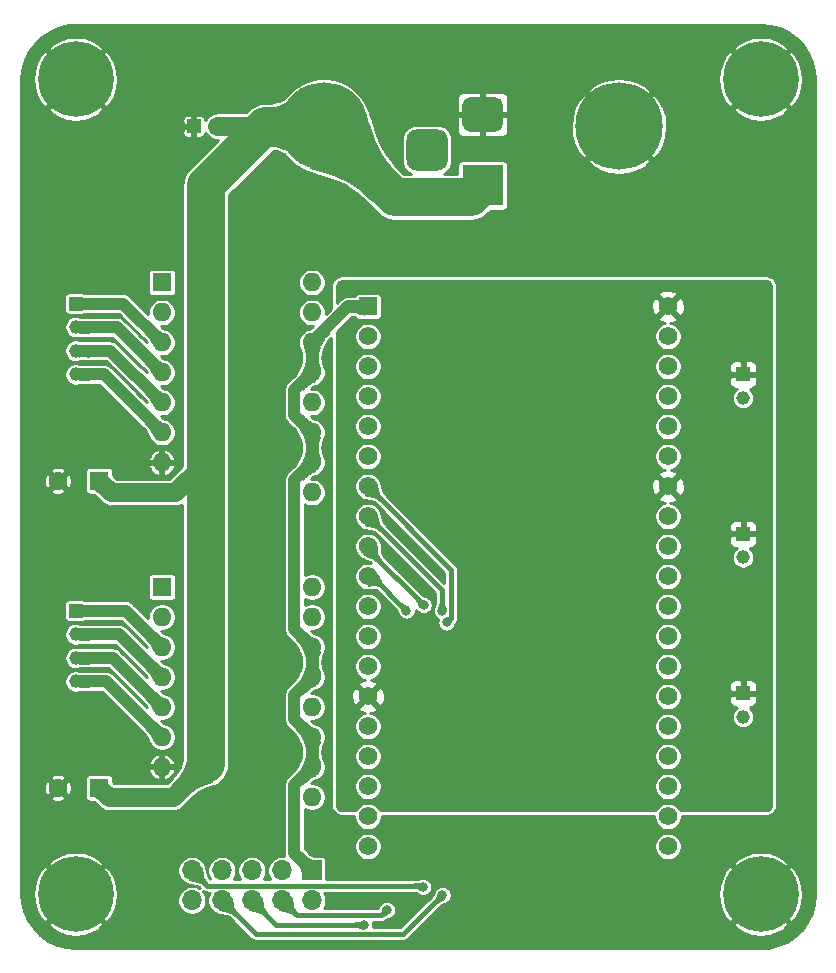
<source format=gbr>
%TF.GenerationSoftware,KiCad,Pcbnew,5.1.10*%
%TF.CreationDate,2021-08-28T10:57:21+12:00*%
%TF.ProjectId,Motor_Control,4d6f746f-725f-4436-9f6e-74726f6c2e6b,rev?*%
%TF.SameCoordinates,Original*%
%TF.FileFunction,Copper,L2,Bot*%
%TF.FilePolarity,Positive*%
%FSLAX46Y46*%
G04 Gerber Fmt 4.6, Leading zero omitted, Abs format (unit mm)*
G04 Created by KiCad (PCBNEW 5.1.10) date 2021-08-28 10:57:21*
%MOMM*%
%LPD*%
G01*
G04 APERTURE LIST*
%TA.AperFunction,ComponentPad*%
%ADD10R,1.700000X1.700000*%
%TD*%
%TA.AperFunction,ComponentPad*%
%ADD11O,1.700000X1.700000*%
%TD*%
%TA.AperFunction,ComponentPad*%
%ADD12C,6.400000*%
%TD*%
%TA.AperFunction,ComponentPad*%
%ADD13C,0.800000*%
%TD*%
%TA.AperFunction,ComponentPad*%
%ADD14C,7.400000*%
%TD*%
%TA.AperFunction,ComponentPad*%
%ADD15R,1.150000X1.150000*%
%TD*%
%TA.AperFunction,ComponentPad*%
%ADD16C,1.150000*%
%TD*%
%TA.AperFunction,ComponentPad*%
%ADD17R,1.600000X1.600000*%
%TD*%
%TA.AperFunction,ComponentPad*%
%ADD18O,1.600000X1.600000*%
%TD*%
%TA.AperFunction,ComponentPad*%
%ADD19R,1.560000X1.560000*%
%TD*%
%TA.AperFunction,ComponentPad*%
%ADD20C,1.560000*%
%TD*%
%TA.AperFunction,ComponentPad*%
%ADD21R,3.500000X3.500000*%
%TD*%
%TA.AperFunction,ComponentPad*%
%ADD22C,1.600000*%
%TD*%
%TA.AperFunction,ViaPad*%
%ADD23C,0.800000*%
%TD*%
%TA.AperFunction,Conductor*%
%ADD24C,1.600000*%
%TD*%
%TA.AperFunction,Conductor*%
%ADD25C,4.000000*%
%TD*%
%TA.AperFunction,Conductor*%
%ADD26C,3.200000*%
%TD*%
%TA.AperFunction,Conductor*%
%ADD27C,1.000000*%
%TD*%
%TA.AperFunction,Conductor*%
%ADD28C,0.400000*%
%TD*%
%TA.AperFunction,Conductor*%
%ADD29C,0.254000*%
%TD*%
%TA.AperFunction,Conductor*%
%ADD30C,0.100000*%
%TD*%
%TA.AperFunction,Conductor*%
%ADD31C,0.025400*%
%TD*%
G04 APERTURE END LIST*
D10*
%TO.P,J6,1*%
%TO.N,+3V3*%
X221000000Y-138000000D03*
D11*
%TO.P,J6,2*%
%TO.N,GNDD*%
X221000000Y-140540000D03*
%TO.P,J6,3*%
%TO.N,/IO12*%
X218460000Y-138000000D03*
%TO.P,J6,4*%
%TO.N,/IO26*%
X218460000Y-140540000D03*
%TO.P,J6,5*%
%TO.N,/IO13*%
X215920000Y-138000000D03*
%TO.P,J6,6*%
%TO.N,/IO27*%
X215920000Y-140540000D03*
%TO.P,J6,7*%
%TO.N,/IO14*%
X213380000Y-138000000D03*
%TO.P,J6,8*%
%TO.N,/IO32*%
X213380000Y-140540000D03*
%TO.P,J6,9*%
%TO.N,/IO25*%
X210840000Y-138000000D03*
%TO.P,J6,10*%
%TO.N,/IO33*%
X210840000Y-140540000D03*
%TD*%
D12*
%TO.P,H6,1*%
%TO.N,GND*%
X259000000Y-71000000D03*
D13*
X259000000Y-73400000D03*
X257302944Y-72697056D03*
X256600000Y-71000000D03*
X257302944Y-69302944D03*
X259000000Y-68600000D03*
X260697056Y-69302944D03*
X261400000Y-71000000D03*
X260697056Y-72697056D03*
%TD*%
D12*
%TO.P,H5,1*%
%TO.N,GND*%
X259000000Y-140000000D03*
D13*
X256600000Y-140000000D03*
X257302944Y-138302944D03*
X259000000Y-137600000D03*
X260697056Y-138302944D03*
X261400000Y-140000000D03*
X260697056Y-141697056D03*
X259000000Y-142400000D03*
X257302944Y-141697056D03*
%TD*%
D12*
%TO.P,H4,1*%
%TO.N,GND*%
X201000000Y-71000000D03*
D13*
X203400000Y-71000000D03*
X202697056Y-72697056D03*
X201000000Y-73400000D03*
X199302944Y-72697056D03*
X198600000Y-71000000D03*
X199302944Y-69302944D03*
X201000000Y-68600000D03*
X202697056Y-69302944D03*
%TD*%
D12*
%TO.P,H3,1*%
%TO.N,GND*%
X201000000Y-140000000D03*
D13*
X201000000Y-137600000D03*
X202697056Y-138302944D03*
X203400000Y-140000000D03*
X202697056Y-141697056D03*
X201000000Y-142400000D03*
X199302944Y-141697056D03*
X198600000Y-140000000D03*
X199302944Y-138302944D03*
%TD*%
D14*
%TO.P,H2,1*%
%TO.N,GND*%
X247000000Y-75000000D03*
D13*
X249775000Y-75000000D03*
X248962221Y-76962221D03*
X247000000Y-77775000D03*
X245037779Y-76962221D03*
X244225000Y-75000000D03*
X245037779Y-73037779D03*
X247000000Y-72225000D03*
X248962221Y-73037779D03*
%TD*%
D14*
%TO.P,H1,1*%
%TO.N,+VDC*%
X222000000Y-75000000D03*
D13*
X224775000Y-75000000D03*
X223962221Y-76962221D03*
X222000000Y-77775000D03*
X220037779Y-76962221D03*
X219225000Y-75000000D03*
X220037779Y-73037779D03*
X222000000Y-72225000D03*
X223962221Y-73037779D03*
%TD*%
D15*
%TO.P,M2,1*%
%TO.N,Net-(A2-Pad3)*%
X201000000Y-90000000D03*
D16*
%TO.P,M2,2*%
%TO.N,Net-(A2-Pad4)*%
X201000000Y-92000001D03*
%TO.P,M2,3*%
%TO.N,Net-(A2-Pad5)*%
X201000000Y-94000000D03*
%TO.P,M2,4*%
%TO.N,Net-(A2-Pad6)*%
X201000000Y-96000001D03*
%TD*%
D15*
%TO.P,M1,1*%
%TO.N,Net-(A1-Pad3)*%
X201000000Y-116000000D03*
D16*
%TO.P,M1,2*%
%TO.N,Net-(A1-Pad4)*%
X201000000Y-118000001D03*
%TO.P,M1,3*%
%TO.N,Net-(A1-Pad5)*%
X201000000Y-120000000D03*
%TO.P,M1,4*%
%TO.N,Net-(A1-Pad6)*%
X201000000Y-122000001D03*
%TD*%
D15*
%TO.P,J1,1*%
%TO.N,GND*%
X211000000Y-75000000D03*
D16*
%TO.P,J1,2*%
%TO.N,+VDC*%
X213000001Y-75000000D03*
%TD*%
D15*
%TO.P,J5,1*%
%TO.N,GNDD*%
X257510001Y-109500000D03*
D16*
%TO.P,J5,2*%
%TO.N,/Z_LIM*%
X257510001Y-111500001D03*
%TD*%
D15*
%TO.P,J4,1*%
%TO.N,GNDD*%
X257510001Y-96000000D03*
D16*
%TO.P,J4,2*%
%TO.N,/R_LIM*%
X257510001Y-98000001D03*
%TD*%
D15*
%TO.P,J3,1*%
%TO.N,GNDD*%
X257510001Y-123000000D03*
D16*
%TO.P,J3,2*%
%TO.N,/PIP_TRIG*%
X257510001Y-125000001D03*
%TD*%
D17*
%TO.P,A2,1*%
%TO.N,GNDD*%
X208300000Y-88220000D03*
D18*
%TO.P,A2,9*%
X221000000Y-106000000D03*
%TO.P,A2,2*%
%TO.N,Net-(A2-Pad2)*%
X208300000Y-90760000D03*
%TO.P,A2,10*%
%TO.N,+3V3*%
X221000000Y-103460000D03*
%TO.P,A2,3*%
%TO.N,Net-(A2-Pad3)*%
X208300000Y-93300000D03*
%TO.P,A2,11*%
%TO.N,+3V3*%
X221000000Y-100920000D03*
%TO.P,A2,4*%
%TO.N,Net-(A2-Pad4)*%
X208300000Y-95840000D03*
%TO.P,A2,12*%
%TO.N,Net-(A2-Pad12)*%
X221000000Y-98380000D03*
%TO.P,A2,5*%
%TO.N,Net-(A2-Pad5)*%
X208300000Y-98380000D03*
%TO.P,A2,13*%
%TO.N,+3V3*%
X221000000Y-95840000D03*
%TO.P,A2,6*%
%TO.N,Net-(A2-Pad6)*%
X208300000Y-100920000D03*
%TO.P,A2,14*%
%TO.N,+3V3*%
X221000000Y-93300000D03*
%TO.P,A2,7*%
%TO.N,GND*%
X208300000Y-103460000D03*
%TO.P,A2,15*%
%TO.N,/Z_STEP*%
X221000000Y-90760000D03*
%TO.P,A2,8*%
%TO.N,+VDC*%
X208300000Y-106000000D03*
%TO.P,A2,16*%
%TO.N,/Z_DIR*%
X221000000Y-88220000D03*
%TD*%
D19*
%TO.P,U1,1*%
%TO.N,+3V3*%
X225744000Y-90252000D03*
D20*
%TO.P,U1,2*%
%TO.N,Net-(U1-Pad2)*%
X225744000Y-92792000D03*
%TO.P,U1,19*%
%TO.N,Net-(U1-Pad19)*%
X225744000Y-135972000D03*
%TO.P,U1,3*%
%TO.N,Net-(U1-Pad3)*%
X225744000Y-95332000D03*
%TO.P,U1,4*%
%TO.N,Net-(U1-Pad4)*%
X225744000Y-97872000D03*
%TO.P,U1,5*%
%TO.N,Net-(U1-Pad5)*%
X225744000Y-100412000D03*
%TO.P,U1,6*%
%TO.N,Net-(U1-Pad6)*%
X225744000Y-102952000D03*
%TO.P,U1,7*%
%TO.N,/IO32*%
X225744000Y-105492000D03*
%TO.P,U1,8*%
%TO.N,/IO33*%
X225744000Y-108032000D03*
%TO.P,U1,9*%
%TO.N,/IO25*%
X225744000Y-110572000D03*
%TO.P,U1,10*%
%TO.N,/IO26*%
X225744000Y-113112000D03*
%TO.P,U1,11*%
%TO.N,/IO27*%
X225744000Y-115652000D03*
%TO.P,U1,12*%
%TO.N,/IO14*%
X225744000Y-118192000D03*
%TO.P,U1,13*%
%TO.N,/IO12*%
X225744000Y-120732000D03*
%TO.P,U1,14*%
%TO.N,GNDD*%
X225744000Y-123272000D03*
%TO.P,U1,15*%
%TO.N,/IO13*%
X225744000Y-125812000D03*
%TO.P,U1,16*%
%TO.N,Net-(U1-Pad16)*%
X225744000Y-128352000D03*
%TO.P,U1,17*%
%TO.N,Net-(U1-Pad17)*%
X225744000Y-130892000D03*
%TO.P,U1,18*%
%TO.N,Net-(U1-Pad18)*%
X225744000Y-133432000D03*
%TO.P,U1,20*%
%TO.N,GNDD*%
X251144000Y-90252000D03*
%TO.P,U1,21*%
%TO.N,/Z_DIR*%
X251144000Y-92792000D03*
%TO.P,U1,22*%
%TO.N,/Z_STEP*%
X251144000Y-95332000D03*
%TO.P,U1,23*%
%TO.N,Net-(U1-Pad23)*%
X251144000Y-97872000D03*
%TO.P,U1,24*%
%TO.N,Net-(U1-Pad24)*%
X251144000Y-100412000D03*
%TO.P,U1,25*%
%TO.N,Net-(U1-Pad25)*%
X251144000Y-102952000D03*
%TO.P,U1,26*%
%TO.N,GNDD*%
X251144000Y-105492000D03*
%TO.P,U1,27*%
%TO.N,/R_DIR*%
X251144000Y-108032000D03*
%TO.P,U1,28*%
%TO.N,/R_STEP*%
X251144000Y-110572000D03*
%TO.P,U1,29*%
%TO.N,Net-(U1-Pad29)*%
X251144000Y-113112000D03*
%TO.P,U1,30*%
%TO.N,/R_LIM*%
X251144000Y-115652000D03*
%TO.P,U1,31*%
%TO.N,/Z_LIM*%
X251144000Y-118192000D03*
%TO.P,U1,32*%
%TO.N,/PIP_TRIG*%
X251144000Y-120732000D03*
%TO.P,U1,33*%
%TO.N,Net-(U1-Pad33)*%
X251144000Y-123272000D03*
%TO.P,U1,34*%
%TO.N,Net-(U1-Pad34)*%
X251144000Y-125812000D03*
%TO.P,U1,35*%
%TO.N,Net-(U1-Pad35)*%
X251144000Y-128352000D03*
%TO.P,U1,36*%
%TO.N,Net-(U1-Pad36)*%
X251144000Y-130892000D03*
%TO.P,U1,37*%
%TO.N,Net-(U1-Pad37)*%
X251144000Y-133432000D03*
%TO.P,U1,38*%
%TO.N,Net-(U1-Pad38)*%
X251144000Y-135972000D03*
%TD*%
D21*
%TO.P,J2,1*%
%TO.N,+VDC*%
X235457500Y-80000000D03*
%TO.P,J2,2*%
%TO.N,GND*%
%TA.AperFunction,ComponentPad*%
G36*
G01*
X234457500Y-72500000D02*
X236457500Y-72500000D01*
G75*
G02*
X237207500Y-73250000I0J-750000D01*
G01*
X237207500Y-74750000D01*
G75*
G02*
X236457500Y-75500000I-750000J0D01*
G01*
X234457500Y-75500000D01*
G75*
G02*
X233707500Y-74750000I0J750000D01*
G01*
X233707500Y-73250000D01*
G75*
G02*
X234457500Y-72500000I750000J0D01*
G01*
G37*
%TD.AperFunction*%
%TO.P,J2,3*%
%TO.N,N/C*%
%TA.AperFunction,ComponentPad*%
G36*
G01*
X229882500Y-75250000D02*
X231632500Y-75250000D01*
G75*
G02*
X232507500Y-76125000I0J-875000D01*
G01*
X232507500Y-77875000D01*
G75*
G02*
X231632500Y-78750000I-875000J0D01*
G01*
X229882500Y-78750000D01*
G75*
G02*
X229007500Y-77875000I0J875000D01*
G01*
X229007500Y-76125000D01*
G75*
G02*
X229882500Y-75250000I875000J0D01*
G01*
G37*
%TD.AperFunction*%
%TD*%
D17*
%TO.P,C2,1*%
%TO.N,+VDC*%
X203000000Y-105000000D03*
D22*
%TO.P,C2,2*%
%TO.N,GND*%
X199500000Y-105000000D03*
%TD*%
D17*
%TO.P,C1,1*%
%TO.N,+VDC*%
X203000000Y-131000000D03*
D22*
%TO.P,C1,2*%
%TO.N,GND*%
X199500000Y-131000000D03*
%TD*%
D17*
%TO.P,A1,1*%
%TO.N,GNDD*%
X208300000Y-114000000D03*
D18*
%TO.P,A1,9*%
X221000000Y-131780000D03*
%TO.P,A1,2*%
%TO.N,Net-(A1-Pad2)*%
X208300000Y-116540000D03*
%TO.P,A1,10*%
%TO.N,+3V3*%
X221000000Y-129240000D03*
%TO.P,A1,3*%
%TO.N,Net-(A1-Pad3)*%
X208300000Y-119080000D03*
%TO.P,A1,11*%
%TO.N,+3V3*%
X221000000Y-126700000D03*
%TO.P,A1,4*%
%TO.N,Net-(A1-Pad4)*%
X208300000Y-121620000D03*
%TO.P,A1,12*%
%TO.N,Net-(A1-Pad12)*%
X221000000Y-124160000D03*
%TO.P,A1,5*%
%TO.N,Net-(A1-Pad5)*%
X208300000Y-124160000D03*
%TO.P,A1,13*%
%TO.N,+3V3*%
X221000000Y-121620000D03*
%TO.P,A1,6*%
%TO.N,Net-(A1-Pad6)*%
X208300000Y-126700000D03*
%TO.P,A1,14*%
%TO.N,+3V3*%
X221000000Y-119080000D03*
%TO.P,A1,7*%
%TO.N,GND*%
X208300000Y-129240000D03*
%TO.P,A1,15*%
%TO.N,/R_STEP*%
X221000000Y-116540000D03*
%TO.P,A1,8*%
%TO.N,+VDC*%
X208300000Y-131780000D03*
%TO.P,A1,16*%
%TO.N,/R_DIR*%
X221000000Y-114000000D03*
%TD*%
D23*
%TO.N,GND*%
X235000000Y-135000000D03*
X199000000Y-77000000D03*
X239000000Y-135000000D03*
X243000000Y-135000000D03*
X247000000Y-135000000D03*
X235000000Y-139000000D03*
X239000000Y-139000000D03*
X243000000Y-139000000D03*
X247000000Y-139000000D03*
X235000000Y-143000000D03*
X239000000Y-143000000D03*
X243000000Y-143000000D03*
X247000000Y-143000000D03*
X251000000Y-139000000D03*
X251000000Y-143000000D03*
X255000000Y-143000000D03*
X231000000Y-143000000D03*
X203000000Y-77000000D03*
X207000000Y-77000000D03*
X199000000Y-81000000D03*
X203000000Y-81000000D03*
X207000000Y-81000000D03*
X199000000Y-85000000D03*
X203000000Y-85000000D03*
X207000000Y-85000000D03*
X215000000Y-81000000D03*
X219000000Y-81000000D03*
X223000000Y-81000000D03*
X223000000Y-85000000D03*
X207000000Y-73000000D03*
X207000000Y-69000000D03*
X211000000Y-69000000D03*
X215000000Y-69000000D03*
X219000000Y-69000000D03*
X227000000Y-85000000D03*
X231000000Y-85000000D03*
X235000000Y-85000000D03*
X239000000Y-85000000D03*
X239000000Y-81000000D03*
X243000000Y-81000000D03*
X243000000Y-85000000D03*
X247000000Y-85000000D03*
X247000000Y-81000000D03*
X251000000Y-81000000D03*
X251000000Y-85000000D03*
X255000000Y-81000000D03*
X255000000Y-85000000D03*
X259000000Y-85000000D03*
X259000000Y-81000000D03*
X259000000Y-77000000D03*
X255000000Y-77000000D03*
X223000000Y-69000000D03*
X227000000Y-69000000D03*
X231000000Y-69000000D03*
X231000000Y-73000000D03*
X227000000Y-73000000D03*
X235000000Y-69000000D03*
X239000000Y-69000000D03*
X243000000Y-69000000D03*
X247000000Y-69000000D03*
X251000000Y-69000000D03*
X255000000Y-69000000D03*
X239000000Y-73000000D03*
X239000000Y-77000000D03*
X199000000Y-109000000D03*
X207000000Y-109000000D03*
X199000000Y-113000000D03*
X203000000Y-113000000D03*
X199000000Y-125000000D03*
X203000000Y-125000000D03*
X215000000Y-117000000D03*
X215000000Y-121000000D03*
X215000000Y-125000000D03*
X219000000Y-121000000D03*
X215000000Y-85000000D03*
X219000000Y-85000000D03*
X215000000Y-89000000D03*
X219000000Y-89000000D03*
X215000000Y-93000000D03*
X215000000Y-97000000D03*
X215000000Y-101000000D03*
X215000000Y-105000000D03*
X215000000Y-109000000D03*
X219000000Y-101000000D03*
X219000000Y-93000000D03*
X215000000Y-129000000D03*
X219000000Y-129000000D03*
X215000000Y-133000000D03*
X215000000Y-113000000D03*
X255000000Y-135000000D03*
X259000000Y-135000000D03*
%TO.N,GNDD*%
X228000000Y-96000000D03*
X235000000Y-117000000D03*
X244000000Y-96000000D03*
X244000000Y-100000000D03*
X244000000Y-104000000D03*
X244000000Y-108000000D03*
X248000000Y-104000000D03*
X248000000Y-100000000D03*
X248000000Y-96000000D03*
X239000000Y-117000000D03*
X243000000Y-117000000D03*
X247000000Y-117000000D03*
X235000000Y-121000000D03*
X239000000Y-121000000D03*
X243000000Y-121000000D03*
X247000000Y-121000000D03*
X235000000Y-125000000D03*
X239000000Y-125000000D03*
X243000000Y-125000000D03*
X247000000Y-125000000D03*
X235000000Y-129000000D03*
X239000000Y-129000000D03*
X243000000Y-129000000D03*
X247000000Y-129000000D03*
X232000000Y-96000000D03*
X236000000Y-96000000D03*
X240000000Y-96000000D03*
X228000000Y-100000000D03*
X232000000Y-100000000D03*
X236000000Y-100000000D03*
X240000000Y-100000000D03*
X228000000Y-104000000D03*
X232000000Y-104000000D03*
X236000000Y-104000000D03*
X240000000Y-104000000D03*
X232000000Y-108000000D03*
X236000000Y-108000000D03*
X240000000Y-108000000D03*
X248000000Y-108000000D03*
X231000000Y-89000000D03*
X235000000Y-89000000D03*
X239000000Y-89000000D03*
X243000000Y-89000000D03*
X247000000Y-89000000D03*
X255000000Y-89000000D03*
X259000000Y-89000000D03*
X255000000Y-104000000D03*
X259000000Y-104000000D03*
X255000000Y-117000000D03*
X259000000Y-117000000D03*
%TO.N,/IO33*%
X232000000Y-116000000D03*
%TO.N,/IO25*%
X230404185Y-139404185D03*
X230453999Y-115546001D03*
%TO.N,/IO32*%
X232400060Y-117000000D03*
X232051518Y-140072226D03*
%TO.N,/IO27*%
X225414228Y-142590001D03*
%TO.N,/IO26*%
X227338499Y-141338499D03*
X229000000Y-116000000D03*
%TD*%
D24*
%TO.N,+VDC*%
X204000000Y-106000000D02*
X203000000Y-105000000D01*
X208300000Y-106000000D02*
X204000000Y-106000000D01*
X203780000Y-131780000D02*
X203000000Y-131000000D01*
X208300000Y-131780000D02*
X203780000Y-131780000D01*
X212000000Y-103431370D02*
X212000000Y-102000000D01*
X209431370Y-106000000D02*
X212000000Y-103431370D01*
X208300000Y-106000000D02*
X209431370Y-106000000D01*
D25*
X222000000Y-76000000D02*
X222000000Y-75000000D01*
D26*
X217000000Y-75000000D02*
X222000000Y-75000000D01*
X212000000Y-80000000D02*
X217000000Y-75000000D01*
X212000000Y-102000000D02*
X212000000Y-80000000D01*
D24*
X213000001Y-75000000D02*
X217000000Y-75000000D01*
D26*
X222000000Y-75000000D02*
X228000000Y-81000000D01*
X234457500Y-81000000D02*
X235457500Y-80000000D01*
X228000000Y-81000000D02*
X234457500Y-81000000D01*
D24*
X209220000Y-131780000D02*
X212000000Y-129000000D01*
X208300000Y-131780000D02*
X209220000Y-131780000D01*
D26*
X212000000Y-129000000D02*
X212000000Y-102000000D01*
D27*
%TO.N,+3V3*%
X225744000Y-90252000D02*
X225744000Y-90256000D01*
X221000000Y-103460000D02*
X221000000Y-100920000D01*
X221000000Y-95840000D02*
X221000000Y-93300000D01*
X224048000Y-90252000D02*
X221000000Y-93300000D01*
X225744000Y-90252000D02*
X224048000Y-90252000D01*
X219499999Y-97340001D02*
X221000000Y-95840000D01*
X219499999Y-99419999D02*
X219499999Y-97340001D01*
X221000000Y-100920000D02*
X219499999Y-99419999D01*
X221000000Y-119080000D02*
X221000000Y-121620000D01*
X221000000Y-126700000D02*
X221000000Y-129240000D01*
X219499999Y-117579999D02*
X221000000Y-119080000D01*
X219499999Y-104960001D02*
X219499999Y-117579999D01*
X221000000Y-103460000D02*
X219499999Y-104960001D01*
X219499999Y-136499999D02*
X221000000Y-138000000D01*
X219499999Y-130740001D02*
X219499999Y-136499999D01*
X221000000Y-129240000D02*
X219499999Y-130740001D01*
X219499999Y-125199999D02*
X221000000Y-126700000D01*
X219499999Y-123120001D02*
X219499999Y-125199999D01*
X221000000Y-121620000D02*
X219499999Y-123120001D01*
%TO.N,Net-(A1-Pad6)*%
X203600001Y-122000001D02*
X208300000Y-126700000D01*
X201000000Y-122000001D02*
X203600001Y-122000001D01*
%TO.N,Net-(A1-Pad5)*%
X204140000Y-120000000D02*
X208300000Y-124160000D01*
X201000000Y-120000000D02*
X204140000Y-120000000D01*
%TO.N,Net-(A1-Pad4)*%
X204680001Y-118000001D02*
X208300000Y-121620000D01*
X201000000Y-118000001D02*
X204680001Y-118000001D01*
%TO.N,Net-(A1-Pad3)*%
X205220000Y-116000000D02*
X208300000Y-119080000D01*
X201000000Y-116000000D02*
X205220000Y-116000000D01*
%TO.N,Net-(A2-Pad6)*%
X203380001Y-96000001D02*
X208300000Y-100920000D01*
X201000000Y-96000001D02*
X203380001Y-96000001D01*
%TO.N,Net-(A2-Pad5)*%
X203920000Y-94000000D02*
X208300000Y-98380000D01*
X201000000Y-94000000D02*
X203920000Y-94000000D01*
%TO.N,Net-(A2-Pad4)*%
X204460001Y-92000001D02*
X208300000Y-95840000D01*
X201000000Y-92000001D02*
X204460001Y-92000001D01*
%TO.N,Net-(A2-Pad3)*%
X205000000Y-90000000D02*
X208300000Y-93300000D01*
X201000000Y-90000000D02*
X205000000Y-90000000D01*
D28*
%TO.N,/IO33*%
X232000000Y-114288000D02*
X225744000Y-108032000D01*
X232000000Y-116000000D02*
X232000000Y-114288000D01*
%TO.N,/IO25*%
X230289999Y-139289999D02*
X212129999Y-139289999D01*
X212129999Y-139289999D02*
X210840000Y-138000000D01*
X230404185Y-139404185D02*
X230289999Y-139289999D01*
X225744000Y-110836002D02*
X225744000Y-110572000D01*
X230453999Y-115546001D02*
X225744000Y-110836002D01*
%TO.N,/IO32*%
X232800001Y-116600059D02*
X232400060Y-117000000D01*
X232800001Y-112548001D02*
X232800001Y-116600059D01*
X225744000Y-105492000D02*
X232800001Y-112548001D01*
X228733742Y-143390002D02*
X216230002Y-143390002D01*
X216230002Y-143390002D02*
X213380000Y-140540000D01*
X232051518Y-140072226D02*
X228733742Y-143390002D01*
%TO.N,/IO27*%
X215920000Y-140920000D02*
X215920000Y-140540000D01*
X217970001Y-142590001D02*
X215920000Y-140540000D01*
X225414228Y-142590001D02*
X217970001Y-142590001D01*
%TO.N,/IO26*%
X219710001Y-141790001D02*
X218460000Y-140540000D01*
X226886997Y-141790001D02*
X219710001Y-141790001D01*
X227338499Y-141338499D02*
X226886997Y-141790001D01*
X229000000Y-116000000D02*
X226112000Y-113112000D01*
X226112000Y-113112000D02*
X225744000Y-113112000D01*
%TD*%
D29*
%TO.N,GNDD*%
X259596257Y-88140769D02*
X259685955Y-88177923D01*
X259762976Y-88237024D01*
X259822077Y-88314045D01*
X259859231Y-88403743D01*
X259873000Y-88508328D01*
X259873000Y-132491672D01*
X259859231Y-132596257D01*
X259822077Y-132685955D01*
X259762976Y-132762976D01*
X259685955Y-132822077D01*
X259596257Y-132859231D01*
X259491672Y-132873000D01*
X252166811Y-132873000D01*
X252045808Y-132691905D01*
X251884095Y-132530192D01*
X251693940Y-132403135D01*
X251482651Y-132315616D01*
X251258349Y-132271000D01*
X251029651Y-132271000D01*
X250805349Y-132315616D01*
X250594060Y-132403135D01*
X250403905Y-132530192D01*
X250242192Y-132691905D01*
X250121189Y-132873000D01*
X226766811Y-132873000D01*
X226645808Y-132691905D01*
X226484095Y-132530192D01*
X226293940Y-132403135D01*
X226082651Y-132315616D01*
X225858349Y-132271000D01*
X225629651Y-132271000D01*
X225405349Y-132315616D01*
X225194060Y-132403135D01*
X225003905Y-132530192D01*
X224842192Y-132691905D01*
X224721189Y-132873000D01*
X223508328Y-132873000D01*
X223403743Y-132859231D01*
X223314045Y-132822077D01*
X223237024Y-132762976D01*
X223177923Y-132685955D01*
X223140769Y-132596257D01*
X223127000Y-132491672D01*
X223127000Y-130777651D01*
X224583000Y-130777651D01*
X224583000Y-131006349D01*
X224627616Y-131230651D01*
X224715135Y-131441940D01*
X224842192Y-131632095D01*
X225003905Y-131793808D01*
X225194060Y-131920865D01*
X225405349Y-132008384D01*
X225629651Y-132053000D01*
X225858349Y-132053000D01*
X226082651Y-132008384D01*
X226293940Y-131920865D01*
X226484095Y-131793808D01*
X226645808Y-131632095D01*
X226772865Y-131441940D01*
X226860384Y-131230651D01*
X226905000Y-131006349D01*
X226905000Y-130777651D01*
X249983000Y-130777651D01*
X249983000Y-131006349D01*
X250027616Y-131230651D01*
X250115135Y-131441940D01*
X250242192Y-131632095D01*
X250403905Y-131793808D01*
X250594060Y-131920865D01*
X250805349Y-132008384D01*
X251029651Y-132053000D01*
X251258349Y-132053000D01*
X251482651Y-132008384D01*
X251693940Y-131920865D01*
X251884095Y-131793808D01*
X252045808Y-131632095D01*
X252172865Y-131441940D01*
X252260384Y-131230651D01*
X252305000Y-131006349D01*
X252305000Y-130777651D01*
X252260384Y-130553349D01*
X252172865Y-130342060D01*
X252045808Y-130151905D01*
X251884095Y-129990192D01*
X251693940Y-129863135D01*
X251482651Y-129775616D01*
X251258349Y-129731000D01*
X251029651Y-129731000D01*
X250805349Y-129775616D01*
X250594060Y-129863135D01*
X250403905Y-129990192D01*
X250242192Y-130151905D01*
X250115135Y-130342060D01*
X250027616Y-130553349D01*
X249983000Y-130777651D01*
X226905000Y-130777651D01*
X226860384Y-130553349D01*
X226772865Y-130342060D01*
X226645808Y-130151905D01*
X226484095Y-129990192D01*
X226293940Y-129863135D01*
X226082651Y-129775616D01*
X225858349Y-129731000D01*
X225629651Y-129731000D01*
X225405349Y-129775616D01*
X225194060Y-129863135D01*
X225003905Y-129990192D01*
X224842192Y-130151905D01*
X224715135Y-130342060D01*
X224627616Y-130553349D01*
X224583000Y-130777651D01*
X223127000Y-130777651D01*
X223127000Y-128237651D01*
X224583000Y-128237651D01*
X224583000Y-128466349D01*
X224627616Y-128690651D01*
X224715135Y-128901940D01*
X224842192Y-129092095D01*
X225003905Y-129253808D01*
X225194060Y-129380865D01*
X225405349Y-129468384D01*
X225629651Y-129513000D01*
X225858349Y-129513000D01*
X226082651Y-129468384D01*
X226293940Y-129380865D01*
X226484095Y-129253808D01*
X226645808Y-129092095D01*
X226772865Y-128901940D01*
X226860384Y-128690651D01*
X226905000Y-128466349D01*
X226905000Y-128237651D01*
X249983000Y-128237651D01*
X249983000Y-128466349D01*
X250027616Y-128690651D01*
X250115135Y-128901940D01*
X250242192Y-129092095D01*
X250403905Y-129253808D01*
X250594060Y-129380865D01*
X250805349Y-129468384D01*
X251029651Y-129513000D01*
X251258349Y-129513000D01*
X251482651Y-129468384D01*
X251693940Y-129380865D01*
X251884095Y-129253808D01*
X252045808Y-129092095D01*
X252172865Y-128901940D01*
X252260384Y-128690651D01*
X252305000Y-128466349D01*
X252305000Y-128237651D01*
X252260384Y-128013349D01*
X252172865Y-127802060D01*
X252045808Y-127611905D01*
X251884095Y-127450192D01*
X251693940Y-127323135D01*
X251482651Y-127235616D01*
X251258349Y-127191000D01*
X251029651Y-127191000D01*
X250805349Y-127235616D01*
X250594060Y-127323135D01*
X250403905Y-127450192D01*
X250242192Y-127611905D01*
X250115135Y-127802060D01*
X250027616Y-128013349D01*
X249983000Y-128237651D01*
X226905000Y-128237651D01*
X226860384Y-128013349D01*
X226772865Y-127802060D01*
X226645808Y-127611905D01*
X226484095Y-127450192D01*
X226293940Y-127323135D01*
X226082651Y-127235616D01*
X225858349Y-127191000D01*
X225629651Y-127191000D01*
X225405349Y-127235616D01*
X225194060Y-127323135D01*
X225003905Y-127450192D01*
X224842192Y-127611905D01*
X224715135Y-127802060D01*
X224627616Y-128013349D01*
X224583000Y-128237651D01*
X223127000Y-128237651D01*
X223127000Y-125697651D01*
X224583000Y-125697651D01*
X224583000Y-125926349D01*
X224627616Y-126150651D01*
X224715135Y-126361940D01*
X224842192Y-126552095D01*
X225003905Y-126713808D01*
X225194060Y-126840865D01*
X225405349Y-126928384D01*
X225629651Y-126973000D01*
X225858349Y-126973000D01*
X226082651Y-126928384D01*
X226293940Y-126840865D01*
X226484095Y-126713808D01*
X226645808Y-126552095D01*
X226772865Y-126361940D01*
X226860384Y-126150651D01*
X226905000Y-125926349D01*
X226905000Y-125697651D01*
X249983000Y-125697651D01*
X249983000Y-125926349D01*
X250027616Y-126150651D01*
X250115135Y-126361940D01*
X250242192Y-126552095D01*
X250403905Y-126713808D01*
X250594060Y-126840865D01*
X250805349Y-126928384D01*
X251029651Y-126973000D01*
X251258349Y-126973000D01*
X251482651Y-126928384D01*
X251693940Y-126840865D01*
X251884095Y-126713808D01*
X252045808Y-126552095D01*
X252172865Y-126361940D01*
X252260384Y-126150651D01*
X252305000Y-125926349D01*
X252305000Y-125697651D01*
X252260384Y-125473349D01*
X252172865Y-125262060D01*
X252045808Y-125071905D01*
X251884095Y-124910192D01*
X251693940Y-124783135D01*
X251482651Y-124695616D01*
X251258349Y-124651000D01*
X251029651Y-124651000D01*
X250805349Y-124695616D01*
X250594060Y-124783135D01*
X250403905Y-124910192D01*
X250242192Y-125071905D01*
X250115135Y-125262060D01*
X250027616Y-125473349D01*
X249983000Y-125697651D01*
X226905000Y-125697651D01*
X226860384Y-125473349D01*
X226772865Y-125262060D01*
X226645808Y-125071905D01*
X226484095Y-124910192D01*
X226293940Y-124783135D01*
X226082651Y-124695616D01*
X225957742Y-124670770D01*
X226090972Y-124650860D01*
X226353308Y-124556675D01*
X226473655Y-124492349D01*
X226542816Y-124250421D01*
X225744000Y-123451605D01*
X224945184Y-124250421D01*
X225014345Y-124492349D01*
X225266443Y-124611248D01*
X225516301Y-124673546D01*
X225405349Y-124695616D01*
X225194060Y-124783135D01*
X225003905Y-124910192D01*
X224842192Y-125071905D01*
X224715135Y-125262060D01*
X224627616Y-125473349D01*
X224583000Y-125697651D01*
X223127000Y-125697651D01*
X223127000Y-123343303D01*
X224323943Y-123343303D01*
X224365140Y-123618972D01*
X224459325Y-123881308D01*
X224523651Y-124001655D01*
X224765579Y-124070816D01*
X225564395Y-123272000D01*
X225923605Y-123272000D01*
X226722421Y-124070816D01*
X226964349Y-124001655D01*
X227083248Y-123749557D01*
X227150681Y-123479106D01*
X227164057Y-123200697D01*
X227157625Y-123157651D01*
X249983000Y-123157651D01*
X249983000Y-123386349D01*
X250027616Y-123610651D01*
X250115135Y-123821940D01*
X250242192Y-124012095D01*
X250403905Y-124173808D01*
X250594060Y-124300865D01*
X250805349Y-124388384D01*
X251029651Y-124433000D01*
X251258349Y-124433000D01*
X251482651Y-124388384D01*
X251693940Y-124300865D01*
X251884095Y-124173808D01*
X252045808Y-124012095D01*
X252172865Y-123821940D01*
X252260384Y-123610651D01*
X252267475Y-123575000D01*
X256296929Y-123575000D01*
X256309189Y-123699482D01*
X256345499Y-123819180D01*
X256404464Y-123929494D01*
X256483816Y-124026185D01*
X256580507Y-124105537D01*
X256690821Y-124164502D01*
X256810519Y-124200812D01*
X256935001Y-124213072D01*
X256967485Y-124212727D01*
X256900586Y-124257427D01*
X256767427Y-124390586D01*
X256662805Y-124547165D01*
X256590739Y-124721146D01*
X256554001Y-124905843D01*
X256554001Y-125094159D01*
X256590739Y-125278856D01*
X256662805Y-125452837D01*
X256767427Y-125609416D01*
X256900586Y-125742575D01*
X257057165Y-125847197D01*
X257231146Y-125919263D01*
X257415843Y-125956001D01*
X257604159Y-125956001D01*
X257788856Y-125919263D01*
X257962837Y-125847197D01*
X258119416Y-125742575D01*
X258252575Y-125609416D01*
X258357197Y-125452837D01*
X258429263Y-125278856D01*
X258466001Y-125094159D01*
X258466001Y-124905843D01*
X258429263Y-124721146D01*
X258357197Y-124547165D01*
X258252575Y-124390586D01*
X258119416Y-124257427D01*
X258052517Y-124212727D01*
X258085001Y-124213072D01*
X258209483Y-124200812D01*
X258329181Y-124164502D01*
X258439495Y-124105537D01*
X258536186Y-124026185D01*
X258615538Y-123929494D01*
X258674503Y-123819180D01*
X258710813Y-123699482D01*
X258723073Y-123575000D01*
X258720001Y-123285750D01*
X258561251Y-123127000D01*
X257637001Y-123127000D01*
X257637001Y-123147000D01*
X257383001Y-123147000D01*
X257383001Y-123127000D01*
X256458751Y-123127000D01*
X256300001Y-123285750D01*
X256296929Y-123575000D01*
X252267475Y-123575000D01*
X252305000Y-123386349D01*
X252305000Y-123157651D01*
X252260384Y-122933349D01*
X252172865Y-122722060D01*
X252045808Y-122531905D01*
X251938903Y-122425000D01*
X256296929Y-122425000D01*
X256300001Y-122714250D01*
X256458751Y-122873000D01*
X257383001Y-122873000D01*
X257383001Y-121948750D01*
X257637001Y-121948750D01*
X257637001Y-122873000D01*
X258561251Y-122873000D01*
X258720001Y-122714250D01*
X258723073Y-122425000D01*
X258710813Y-122300518D01*
X258674503Y-122180820D01*
X258615538Y-122070506D01*
X258536186Y-121973815D01*
X258439495Y-121894463D01*
X258329181Y-121835498D01*
X258209483Y-121799188D01*
X258085001Y-121786928D01*
X257795751Y-121790000D01*
X257637001Y-121948750D01*
X257383001Y-121948750D01*
X257224251Y-121790000D01*
X256935001Y-121786928D01*
X256810519Y-121799188D01*
X256690821Y-121835498D01*
X256580507Y-121894463D01*
X256483816Y-121973815D01*
X256404464Y-122070506D01*
X256345499Y-122180820D01*
X256309189Y-122300518D01*
X256296929Y-122425000D01*
X251938903Y-122425000D01*
X251884095Y-122370192D01*
X251693940Y-122243135D01*
X251482651Y-122155616D01*
X251258349Y-122111000D01*
X251029651Y-122111000D01*
X250805349Y-122155616D01*
X250594060Y-122243135D01*
X250403905Y-122370192D01*
X250242192Y-122531905D01*
X250115135Y-122722060D01*
X250027616Y-122933349D01*
X249983000Y-123157651D01*
X227157625Y-123157651D01*
X227122860Y-122925028D01*
X227028675Y-122662692D01*
X226964349Y-122542345D01*
X226722421Y-122473184D01*
X225923605Y-123272000D01*
X225564395Y-123272000D01*
X224765579Y-122473184D01*
X224523651Y-122542345D01*
X224404752Y-122794443D01*
X224337319Y-123064894D01*
X224323943Y-123343303D01*
X223127000Y-123343303D01*
X223127000Y-120617651D01*
X224583000Y-120617651D01*
X224583000Y-120846349D01*
X224627616Y-121070651D01*
X224715135Y-121281940D01*
X224842192Y-121472095D01*
X225003905Y-121633808D01*
X225194060Y-121760865D01*
X225405349Y-121848384D01*
X225530258Y-121873230D01*
X225397028Y-121893140D01*
X225134692Y-121987325D01*
X225014345Y-122051651D01*
X224945184Y-122293579D01*
X225744000Y-123092395D01*
X226542816Y-122293579D01*
X226473655Y-122051651D01*
X226221557Y-121932752D01*
X225971699Y-121870454D01*
X226082651Y-121848384D01*
X226293940Y-121760865D01*
X226484095Y-121633808D01*
X226645808Y-121472095D01*
X226772865Y-121281940D01*
X226860384Y-121070651D01*
X226905000Y-120846349D01*
X226905000Y-120617651D01*
X249983000Y-120617651D01*
X249983000Y-120846349D01*
X250027616Y-121070651D01*
X250115135Y-121281940D01*
X250242192Y-121472095D01*
X250403905Y-121633808D01*
X250594060Y-121760865D01*
X250805349Y-121848384D01*
X251029651Y-121893000D01*
X251258349Y-121893000D01*
X251482651Y-121848384D01*
X251693940Y-121760865D01*
X251884095Y-121633808D01*
X252045808Y-121472095D01*
X252172865Y-121281940D01*
X252260384Y-121070651D01*
X252305000Y-120846349D01*
X252305000Y-120617651D01*
X252260384Y-120393349D01*
X252172865Y-120182060D01*
X252045808Y-119991905D01*
X251884095Y-119830192D01*
X251693940Y-119703135D01*
X251482651Y-119615616D01*
X251258349Y-119571000D01*
X251029651Y-119571000D01*
X250805349Y-119615616D01*
X250594060Y-119703135D01*
X250403905Y-119830192D01*
X250242192Y-119991905D01*
X250115135Y-120182060D01*
X250027616Y-120393349D01*
X249983000Y-120617651D01*
X226905000Y-120617651D01*
X226860384Y-120393349D01*
X226772865Y-120182060D01*
X226645808Y-119991905D01*
X226484095Y-119830192D01*
X226293940Y-119703135D01*
X226082651Y-119615616D01*
X225858349Y-119571000D01*
X225629651Y-119571000D01*
X225405349Y-119615616D01*
X225194060Y-119703135D01*
X225003905Y-119830192D01*
X224842192Y-119991905D01*
X224715135Y-120182060D01*
X224627616Y-120393349D01*
X224583000Y-120617651D01*
X223127000Y-120617651D01*
X223127000Y-118077651D01*
X224583000Y-118077651D01*
X224583000Y-118306349D01*
X224627616Y-118530651D01*
X224715135Y-118741940D01*
X224842192Y-118932095D01*
X225003905Y-119093808D01*
X225194060Y-119220865D01*
X225405349Y-119308384D01*
X225629651Y-119353000D01*
X225858349Y-119353000D01*
X226082651Y-119308384D01*
X226293940Y-119220865D01*
X226484095Y-119093808D01*
X226645808Y-118932095D01*
X226772865Y-118741940D01*
X226860384Y-118530651D01*
X226905000Y-118306349D01*
X226905000Y-118077651D01*
X249983000Y-118077651D01*
X249983000Y-118306349D01*
X250027616Y-118530651D01*
X250115135Y-118741940D01*
X250242192Y-118932095D01*
X250403905Y-119093808D01*
X250594060Y-119220865D01*
X250805349Y-119308384D01*
X251029651Y-119353000D01*
X251258349Y-119353000D01*
X251482651Y-119308384D01*
X251693940Y-119220865D01*
X251884095Y-119093808D01*
X252045808Y-118932095D01*
X252172865Y-118741940D01*
X252260384Y-118530651D01*
X252305000Y-118306349D01*
X252305000Y-118077651D01*
X252260384Y-117853349D01*
X252172865Y-117642060D01*
X252045808Y-117451905D01*
X251884095Y-117290192D01*
X251693940Y-117163135D01*
X251482651Y-117075616D01*
X251258349Y-117031000D01*
X251029651Y-117031000D01*
X250805349Y-117075616D01*
X250594060Y-117163135D01*
X250403905Y-117290192D01*
X250242192Y-117451905D01*
X250115135Y-117642060D01*
X250027616Y-117853349D01*
X249983000Y-118077651D01*
X226905000Y-118077651D01*
X226860384Y-117853349D01*
X226772865Y-117642060D01*
X226645808Y-117451905D01*
X226484095Y-117290192D01*
X226293940Y-117163135D01*
X226082651Y-117075616D01*
X225858349Y-117031000D01*
X225629651Y-117031000D01*
X225405349Y-117075616D01*
X225194060Y-117163135D01*
X225003905Y-117290192D01*
X224842192Y-117451905D01*
X224715135Y-117642060D01*
X224627616Y-117853349D01*
X224583000Y-118077651D01*
X223127000Y-118077651D01*
X223127000Y-115537651D01*
X224583000Y-115537651D01*
X224583000Y-115766349D01*
X224627616Y-115990651D01*
X224715135Y-116201940D01*
X224842192Y-116392095D01*
X225003905Y-116553808D01*
X225194060Y-116680865D01*
X225405349Y-116768384D01*
X225629651Y-116813000D01*
X225858349Y-116813000D01*
X226082651Y-116768384D01*
X226293940Y-116680865D01*
X226484095Y-116553808D01*
X226645808Y-116392095D01*
X226772865Y-116201940D01*
X226860384Y-115990651D01*
X226905000Y-115766349D01*
X226905000Y-115537651D01*
X226860384Y-115313349D01*
X226772865Y-115102060D01*
X226645808Y-114911905D01*
X226484095Y-114750192D01*
X226293940Y-114623135D01*
X226082651Y-114535616D01*
X225858349Y-114491000D01*
X225629651Y-114491000D01*
X225405349Y-114535616D01*
X225194060Y-114623135D01*
X225003905Y-114750192D01*
X224842192Y-114911905D01*
X224715135Y-115102060D01*
X224627616Y-115313349D01*
X224583000Y-115537651D01*
X223127000Y-115537651D01*
X223127000Y-110457651D01*
X224583000Y-110457651D01*
X224583000Y-110686349D01*
X224627616Y-110910651D01*
X224715135Y-111121940D01*
X224842192Y-111312095D01*
X225003905Y-111473808D01*
X225194060Y-111600865D01*
X225225407Y-111613849D01*
X225273752Y-111642638D01*
X225298172Y-111655996D01*
X225431154Y-111722549D01*
X225452645Y-111732482D01*
X225574476Y-111784260D01*
X225587577Y-111789544D01*
X225701830Y-111833175D01*
X225804715Y-111872472D01*
X225894197Y-111910948D01*
X225978848Y-111955128D01*
X226023217Y-111983794D01*
X225858349Y-111951000D01*
X225629651Y-111951000D01*
X225405349Y-111995616D01*
X225194060Y-112083135D01*
X225003905Y-112210192D01*
X224842192Y-112371905D01*
X224715135Y-112562060D01*
X224627616Y-112773349D01*
X224583000Y-112997651D01*
X224583000Y-113226349D01*
X224627616Y-113450651D01*
X224715135Y-113661940D01*
X224842192Y-113852095D01*
X225003905Y-114013808D01*
X225194060Y-114140865D01*
X225405349Y-114228384D01*
X225629651Y-114273000D01*
X225858349Y-114273000D01*
X225877523Y-114269186D01*
X225898967Y-114268532D01*
X225914243Y-114267759D01*
X226040814Y-114258803D01*
X226044892Y-114258492D01*
X226154917Y-114249519D01*
X226242271Y-114244903D01*
X226306117Y-114246348D01*
X226352228Y-114253098D01*
X226392457Y-114265642D01*
X226440737Y-114290033D01*
X226506408Y-114336605D01*
X226598664Y-114420322D01*
X228028275Y-115849933D01*
X228081856Y-115905348D01*
X228119846Y-115948138D01*
X228146332Y-115981550D01*
X228164373Y-116007794D01*
X228177735Y-116030763D01*
X228189923Y-116055760D01*
X228203327Y-116088083D01*
X228219278Y-116131471D01*
X228238561Y-116187303D01*
X228244254Y-116203886D01*
X228249013Y-116227809D01*
X228307887Y-116369942D01*
X228393358Y-116497859D01*
X228502141Y-116606642D01*
X228630058Y-116692113D01*
X228772191Y-116750987D01*
X228923078Y-116781000D01*
X229076922Y-116781000D01*
X229227809Y-116750987D01*
X229369942Y-116692113D01*
X229497859Y-116606642D01*
X229606642Y-116497859D01*
X229692113Y-116369942D01*
X229750987Y-116227809D01*
X229781000Y-116076922D01*
X229781000Y-115944549D01*
X229847357Y-116043860D01*
X229956140Y-116152643D01*
X230084057Y-116238114D01*
X230226190Y-116296988D01*
X230377077Y-116327001D01*
X230530921Y-116327001D01*
X230681808Y-116296988D01*
X230823941Y-116238114D01*
X230951858Y-116152643D01*
X231060641Y-116043860D01*
X231146112Y-115915943D01*
X231204986Y-115773810D01*
X231234999Y-115622923D01*
X231234999Y-115469079D01*
X231204986Y-115318192D01*
X231146112Y-115176059D01*
X231060641Y-115048142D01*
X230951858Y-114939359D01*
X230823941Y-114853888D01*
X230681808Y-114795014D01*
X230657885Y-114790255D01*
X230641302Y-114784562D01*
X230585470Y-114765279D01*
X230542082Y-114749328D01*
X230509759Y-114735924D01*
X230484762Y-114723736D01*
X230461793Y-114710374D01*
X230435549Y-114692333D01*
X230402137Y-114665847D01*
X230359347Y-114627857D01*
X230303910Y-114574254D01*
X227122645Y-111392990D01*
X227031728Y-111293379D01*
X226978466Y-111219913D01*
X226948399Y-111163333D01*
X226931389Y-111114507D01*
X226920856Y-111060079D01*
X226915055Y-110988350D01*
X226913476Y-110893265D01*
X226913636Y-110776901D01*
X226913569Y-110769255D01*
X226911105Y-110637445D01*
X226910340Y-110619399D01*
X226905000Y-110538734D01*
X226905000Y-110457651D01*
X226860384Y-110233349D01*
X226772865Y-110022060D01*
X226645808Y-109831905D01*
X226484095Y-109670192D01*
X226293940Y-109543135D01*
X226082651Y-109455616D01*
X225858349Y-109411000D01*
X225629651Y-109411000D01*
X225405349Y-109455616D01*
X225194060Y-109543135D01*
X225003905Y-109670192D01*
X224842192Y-109831905D01*
X224715135Y-110022060D01*
X224627616Y-110233349D01*
X224583000Y-110457651D01*
X223127000Y-110457651D01*
X223127000Y-105377651D01*
X224583000Y-105377651D01*
X224583000Y-105606349D01*
X224627616Y-105830651D01*
X224715135Y-106041940D01*
X224842192Y-106232095D01*
X225003905Y-106393808D01*
X225194060Y-106520865D01*
X225405349Y-106608384D01*
X225463591Y-106619969D01*
X225527278Y-106639607D01*
X225551173Y-106646132D01*
X225686727Y-106678455D01*
X225703319Y-106682023D01*
X225826353Y-106705625D01*
X225830494Y-106706396D01*
X225938384Y-106725859D01*
X226026226Y-106744665D01*
X226097739Y-106765887D01*
X226163426Y-106793701D01*
X226235317Y-106835464D01*
X226322457Y-106900999D01*
X226434748Y-107004406D01*
X232219001Y-112788659D01*
X232219001Y-113685343D01*
X227256405Y-108722748D01*
X227152999Y-108610457D01*
X227087464Y-108523317D01*
X227045701Y-108451426D01*
X227017887Y-108385739D01*
X226996665Y-108314226D01*
X226977859Y-108226384D01*
X226958396Y-108118494D01*
X226957625Y-108114353D01*
X226934023Y-107991319D01*
X226930455Y-107974727D01*
X226898132Y-107839173D01*
X226891607Y-107815278D01*
X226871969Y-107751591D01*
X226860384Y-107693349D01*
X226772865Y-107482060D01*
X226645808Y-107291905D01*
X226484095Y-107130192D01*
X226293940Y-107003135D01*
X226082651Y-106915616D01*
X225858349Y-106871000D01*
X225629651Y-106871000D01*
X225405349Y-106915616D01*
X225194060Y-107003135D01*
X225003905Y-107130192D01*
X224842192Y-107291905D01*
X224715135Y-107482060D01*
X224627616Y-107693349D01*
X224583000Y-107917651D01*
X224583000Y-108146349D01*
X224627616Y-108370651D01*
X224715135Y-108581940D01*
X224842192Y-108772095D01*
X225003905Y-108933808D01*
X225194060Y-109060865D01*
X225405349Y-109148384D01*
X225463591Y-109159969D01*
X225527278Y-109179607D01*
X225551173Y-109186132D01*
X225686727Y-109218455D01*
X225703319Y-109222023D01*
X225826353Y-109245625D01*
X225830494Y-109246396D01*
X225938384Y-109265859D01*
X226026226Y-109284665D01*
X226097739Y-109305887D01*
X226163426Y-109333701D01*
X226235317Y-109375464D01*
X226322457Y-109440999D01*
X226434748Y-109544405D01*
X231419001Y-114528659D01*
X231419000Y-115206774D01*
X231417704Y-115283822D01*
X231414308Y-115340962D01*
X231409411Y-115383316D01*
X231403608Y-115414643D01*
X231396819Y-115440318D01*
X231387761Y-115466616D01*
X231374381Y-115498953D01*
X231354989Y-115540893D01*
X231328937Y-115594436D01*
X231321437Y-115609779D01*
X231307887Y-115630058D01*
X231249013Y-115772191D01*
X231219000Y-115923078D01*
X231219000Y-116076922D01*
X231249013Y-116227809D01*
X231307887Y-116369942D01*
X231393358Y-116497859D01*
X231502141Y-116606642D01*
X231630058Y-116692113D01*
X231674600Y-116710563D01*
X231649073Y-116772191D01*
X231619060Y-116923078D01*
X231619060Y-117076922D01*
X231649073Y-117227809D01*
X231707947Y-117369942D01*
X231793418Y-117497859D01*
X231902201Y-117606642D01*
X232030118Y-117692113D01*
X232172251Y-117750987D01*
X232323138Y-117781000D01*
X232476982Y-117781000D01*
X232627869Y-117750987D01*
X232770002Y-117692113D01*
X232897919Y-117606642D01*
X233006702Y-117497859D01*
X233092173Y-117369942D01*
X233151047Y-117227809D01*
X233181060Y-117076922D01*
X233181060Y-117040658D01*
X233190646Y-117031072D01*
X233212818Y-117012876D01*
X233285422Y-116924407D01*
X233339372Y-116823474D01*
X233372594Y-116713955D01*
X233381001Y-116628599D01*
X233383812Y-116600059D01*
X233381001Y-116571519D01*
X233381001Y-115537651D01*
X249983000Y-115537651D01*
X249983000Y-115766349D01*
X250027616Y-115990651D01*
X250115135Y-116201940D01*
X250242192Y-116392095D01*
X250403905Y-116553808D01*
X250594060Y-116680865D01*
X250805349Y-116768384D01*
X251029651Y-116813000D01*
X251258349Y-116813000D01*
X251482651Y-116768384D01*
X251693940Y-116680865D01*
X251884095Y-116553808D01*
X252045808Y-116392095D01*
X252172865Y-116201940D01*
X252260384Y-115990651D01*
X252305000Y-115766349D01*
X252305000Y-115537651D01*
X252260384Y-115313349D01*
X252172865Y-115102060D01*
X252045808Y-114911905D01*
X251884095Y-114750192D01*
X251693940Y-114623135D01*
X251482651Y-114535616D01*
X251258349Y-114491000D01*
X251029651Y-114491000D01*
X250805349Y-114535616D01*
X250594060Y-114623135D01*
X250403905Y-114750192D01*
X250242192Y-114911905D01*
X250115135Y-115102060D01*
X250027616Y-115313349D01*
X249983000Y-115537651D01*
X233381001Y-115537651D01*
X233381001Y-112997651D01*
X249983000Y-112997651D01*
X249983000Y-113226349D01*
X250027616Y-113450651D01*
X250115135Y-113661940D01*
X250242192Y-113852095D01*
X250403905Y-114013808D01*
X250594060Y-114140865D01*
X250805349Y-114228384D01*
X251029651Y-114273000D01*
X251258349Y-114273000D01*
X251482651Y-114228384D01*
X251693940Y-114140865D01*
X251884095Y-114013808D01*
X252045808Y-113852095D01*
X252172865Y-113661940D01*
X252260384Y-113450651D01*
X252305000Y-113226349D01*
X252305000Y-112997651D01*
X252260384Y-112773349D01*
X252172865Y-112562060D01*
X252045808Y-112371905D01*
X251884095Y-112210192D01*
X251693940Y-112083135D01*
X251482651Y-111995616D01*
X251258349Y-111951000D01*
X251029651Y-111951000D01*
X250805349Y-111995616D01*
X250594060Y-112083135D01*
X250403905Y-112210192D01*
X250242192Y-112371905D01*
X250115135Y-112562060D01*
X250027616Y-112773349D01*
X249983000Y-112997651D01*
X233381001Y-112997651D01*
X233381001Y-112576537D01*
X233383812Y-112548000D01*
X233381001Y-112519461D01*
X233372594Y-112434105D01*
X233339372Y-112324586D01*
X233285422Y-112223653D01*
X233212818Y-112135184D01*
X233190647Y-112116990D01*
X231531309Y-110457651D01*
X249983000Y-110457651D01*
X249983000Y-110686349D01*
X250027616Y-110910651D01*
X250115135Y-111121940D01*
X250242192Y-111312095D01*
X250403905Y-111473808D01*
X250594060Y-111600865D01*
X250805349Y-111688384D01*
X251029651Y-111733000D01*
X251258349Y-111733000D01*
X251482651Y-111688384D01*
X251693940Y-111600865D01*
X251884095Y-111473808D01*
X252045808Y-111312095D01*
X252172865Y-111121940D01*
X252260384Y-110910651D01*
X252305000Y-110686349D01*
X252305000Y-110457651D01*
X252260384Y-110233349D01*
X252194794Y-110075000D01*
X256296929Y-110075000D01*
X256309189Y-110199482D01*
X256345499Y-110319180D01*
X256404464Y-110429494D01*
X256483816Y-110526185D01*
X256580507Y-110605537D01*
X256690821Y-110664502D01*
X256810519Y-110700812D01*
X256935001Y-110713072D01*
X256967485Y-110712727D01*
X256900586Y-110757427D01*
X256767427Y-110890586D01*
X256662805Y-111047165D01*
X256590739Y-111221146D01*
X256554001Y-111405843D01*
X256554001Y-111594159D01*
X256590739Y-111778856D01*
X256662805Y-111952837D01*
X256767427Y-112109416D01*
X256900586Y-112242575D01*
X257057165Y-112347197D01*
X257231146Y-112419263D01*
X257415843Y-112456001D01*
X257604159Y-112456001D01*
X257788856Y-112419263D01*
X257962837Y-112347197D01*
X258119416Y-112242575D01*
X258252575Y-112109416D01*
X258357197Y-111952837D01*
X258429263Y-111778856D01*
X258466001Y-111594159D01*
X258466001Y-111405843D01*
X258429263Y-111221146D01*
X258357197Y-111047165D01*
X258252575Y-110890586D01*
X258119416Y-110757427D01*
X258052517Y-110712727D01*
X258085001Y-110713072D01*
X258209483Y-110700812D01*
X258329181Y-110664502D01*
X258439495Y-110605537D01*
X258536186Y-110526185D01*
X258615538Y-110429494D01*
X258674503Y-110319180D01*
X258710813Y-110199482D01*
X258723073Y-110075000D01*
X258720001Y-109785750D01*
X258561251Y-109627000D01*
X257637001Y-109627000D01*
X257637001Y-109647000D01*
X257383001Y-109647000D01*
X257383001Y-109627000D01*
X256458751Y-109627000D01*
X256300001Y-109785750D01*
X256296929Y-110075000D01*
X252194794Y-110075000D01*
X252172865Y-110022060D01*
X252045808Y-109831905D01*
X251884095Y-109670192D01*
X251693940Y-109543135D01*
X251482651Y-109455616D01*
X251258349Y-109411000D01*
X251029651Y-109411000D01*
X250805349Y-109455616D01*
X250594060Y-109543135D01*
X250403905Y-109670192D01*
X250242192Y-109831905D01*
X250115135Y-110022060D01*
X250027616Y-110233349D01*
X249983000Y-110457651D01*
X231531309Y-110457651D01*
X228991309Y-107917651D01*
X249983000Y-107917651D01*
X249983000Y-108146349D01*
X250027616Y-108370651D01*
X250115135Y-108581940D01*
X250242192Y-108772095D01*
X250403905Y-108933808D01*
X250594060Y-109060865D01*
X250805349Y-109148384D01*
X251029651Y-109193000D01*
X251258349Y-109193000D01*
X251482651Y-109148384D01*
X251693940Y-109060865D01*
X251884095Y-108933808D01*
X251892903Y-108925000D01*
X256296929Y-108925000D01*
X256300001Y-109214250D01*
X256458751Y-109373000D01*
X257383001Y-109373000D01*
X257383001Y-108448750D01*
X257637001Y-108448750D01*
X257637001Y-109373000D01*
X258561251Y-109373000D01*
X258720001Y-109214250D01*
X258723073Y-108925000D01*
X258710813Y-108800518D01*
X258674503Y-108680820D01*
X258615538Y-108570506D01*
X258536186Y-108473815D01*
X258439495Y-108394463D01*
X258329181Y-108335498D01*
X258209483Y-108299188D01*
X258085001Y-108286928D01*
X257795751Y-108290000D01*
X257637001Y-108448750D01*
X257383001Y-108448750D01*
X257224251Y-108290000D01*
X256935001Y-108286928D01*
X256810519Y-108299188D01*
X256690821Y-108335498D01*
X256580507Y-108394463D01*
X256483816Y-108473815D01*
X256404464Y-108570506D01*
X256345499Y-108680820D01*
X256309189Y-108800518D01*
X256296929Y-108925000D01*
X251892903Y-108925000D01*
X252045808Y-108772095D01*
X252172865Y-108581940D01*
X252260384Y-108370651D01*
X252305000Y-108146349D01*
X252305000Y-107917651D01*
X252260384Y-107693349D01*
X252172865Y-107482060D01*
X252045808Y-107291905D01*
X251884095Y-107130192D01*
X251693940Y-107003135D01*
X251482651Y-106915616D01*
X251357742Y-106890770D01*
X251490972Y-106870860D01*
X251753308Y-106776675D01*
X251873655Y-106712349D01*
X251942816Y-106470421D01*
X251144000Y-105671605D01*
X250345184Y-106470421D01*
X250414345Y-106712349D01*
X250666443Y-106831248D01*
X250916301Y-106893546D01*
X250805349Y-106915616D01*
X250594060Y-107003135D01*
X250403905Y-107130192D01*
X250242192Y-107291905D01*
X250115135Y-107482060D01*
X250027616Y-107693349D01*
X249983000Y-107917651D01*
X228991309Y-107917651D01*
X227256406Y-106182748D01*
X227152999Y-106070457D01*
X227087464Y-105983317D01*
X227045701Y-105911426D01*
X227017887Y-105845739D01*
X226996665Y-105774226D01*
X226977859Y-105686384D01*
X226958396Y-105578494D01*
X226957625Y-105574353D01*
X226955506Y-105563303D01*
X249723943Y-105563303D01*
X249765140Y-105838972D01*
X249859325Y-106101308D01*
X249923651Y-106221655D01*
X250165579Y-106290816D01*
X250964395Y-105492000D01*
X251323605Y-105492000D01*
X252122421Y-106290816D01*
X252364349Y-106221655D01*
X252483248Y-105969557D01*
X252550681Y-105699106D01*
X252564057Y-105420697D01*
X252522860Y-105145028D01*
X252428675Y-104882692D01*
X252364349Y-104762345D01*
X252122421Y-104693184D01*
X251323605Y-105492000D01*
X250964395Y-105492000D01*
X250165579Y-104693184D01*
X249923651Y-104762345D01*
X249804752Y-105014443D01*
X249737319Y-105284894D01*
X249723943Y-105563303D01*
X226955506Y-105563303D01*
X226934023Y-105451319D01*
X226930455Y-105434727D01*
X226898132Y-105299173D01*
X226891607Y-105275278D01*
X226871969Y-105211591D01*
X226860384Y-105153349D01*
X226772865Y-104942060D01*
X226645808Y-104751905D01*
X226484095Y-104590192D01*
X226293940Y-104463135D01*
X226082651Y-104375616D01*
X225858349Y-104331000D01*
X225629651Y-104331000D01*
X225405349Y-104375616D01*
X225194060Y-104463135D01*
X225003905Y-104590192D01*
X224842192Y-104751905D01*
X224715135Y-104942060D01*
X224627616Y-105153349D01*
X224583000Y-105377651D01*
X223127000Y-105377651D01*
X223127000Y-102837651D01*
X224583000Y-102837651D01*
X224583000Y-103066349D01*
X224627616Y-103290651D01*
X224715135Y-103501940D01*
X224842192Y-103692095D01*
X225003905Y-103853808D01*
X225194060Y-103980865D01*
X225405349Y-104068384D01*
X225629651Y-104113000D01*
X225858349Y-104113000D01*
X226082651Y-104068384D01*
X226293940Y-103980865D01*
X226484095Y-103853808D01*
X226645808Y-103692095D01*
X226772865Y-103501940D01*
X226860384Y-103290651D01*
X226905000Y-103066349D01*
X226905000Y-102837651D01*
X249983000Y-102837651D01*
X249983000Y-103066349D01*
X250027616Y-103290651D01*
X250115135Y-103501940D01*
X250242192Y-103692095D01*
X250403905Y-103853808D01*
X250594060Y-103980865D01*
X250805349Y-104068384D01*
X250930258Y-104093230D01*
X250797028Y-104113140D01*
X250534692Y-104207325D01*
X250414345Y-104271651D01*
X250345184Y-104513579D01*
X251144000Y-105312395D01*
X251942816Y-104513579D01*
X251873655Y-104271651D01*
X251621557Y-104152752D01*
X251371699Y-104090454D01*
X251482651Y-104068384D01*
X251693940Y-103980865D01*
X251884095Y-103853808D01*
X252045808Y-103692095D01*
X252172865Y-103501940D01*
X252260384Y-103290651D01*
X252305000Y-103066349D01*
X252305000Y-102837651D01*
X252260384Y-102613349D01*
X252172865Y-102402060D01*
X252045808Y-102211905D01*
X251884095Y-102050192D01*
X251693940Y-101923135D01*
X251482651Y-101835616D01*
X251258349Y-101791000D01*
X251029651Y-101791000D01*
X250805349Y-101835616D01*
X250594060Y-101923135D01*
X250403905Y-102050192D01*
X250242192Y-102211905D01*
X250115135Y-102402060D01*
X250027616Y-102613349D01*
X249983000Y-102837651D01*
X226905000Y-102837651D01*
X226860384Y-102613349D01*
X226772865Y-102402060D01*
X226645808Y-102211905D01*
X226484095Y-102050192D01*
X226293940Y-101923135D01*
X226082651Y-101835616D01*
X225858349Y-101791000D01*
X225629651Y-101791000D01*
X225405349Y-101835616D01*
X225194060Y-101923135D01*
X225003905Y-102050192D01*
X224842192Y-102211905D01*
X224715135Y-102402060D01*
X224627616Y-102613349D01*
X224583000Y-102837651D01*
X223127000Y-102837651D01*
X223127000Y-100297651D01*
X224583000Y-100297651D01*
X224583000Y-100526349D01*
X224627616Y-100750651D01*
X224715135Y-100961940D01*
X224842192Y-101152095D01*
X225003905Y-101313808D01*
X225194060Y-101440865D01*
X225405349Y-101528384D01*
X225629651Y-101573000D01*
X225858349Y-101573000D01*
X226082651Y-101528384D01*
X226293940Y-101440865D01*
X226484095Y-101313808D01*
X226645808Y-101152095D01*
X226772865Y-100961940D01*
X226860384Y-100750651D01*
X226905000Y-100526349D01*
X226905000Y-100297651D01*
X249983000Y-100297651D01*
X249983000Y-100526349D01*
X250027616Y-100750651D01*
X250115135Y-100961940D01*
X250242192Y-101152095D01*
X250403905Y-101313808D01*
X250594060Y-101440865D01*
X250805349Y-101528384D01*
X251029651Y-101573000D01*
X251258349Y-101573000D01*
X251482651Y-101528384D01*
X251693940Y-101440865D01*
X251884095Y-101313808D01*
X252045808Y-101152095D01*
X252172865Y-100961940D01*
X252260384Y-100750651D01*
X252305000Y-100526349D01*
X252305000Y-100297651D01*
X252260384Y-100073349D01*
X252172865Y-99862060D01*
X252045808Y-99671905D01*
X251884095Y-99510192D01*
X251693940Y-99383135D01*
X251482651Y-99295616D01*
X251258349Y-99251000D01*
X251029651Y-99251000D01*
X250805349Y-99295616D01*
X250594060Y-99383135D01*
X250403905Y-99510192D01*
X250242192Y-99671905D01*
X250115135Y-99862060D01*
X250027616Y-100073349D01*
X249983000Y-100297651D01*
X226905000Y-100297651D01*
X226860384Y-100073349D01*
X226772865Y-99862060D01*
X226645808Y-99671905D01*
X226484095Y-99510192D01*
X226293940Y-99383135D01*
X226082651Y-99295616D01*
X225858349Y-99251000D01*
X225629651Y-99251000D01*
X225405349Y-99295616D01*
X225194060Y-99383135D01*
X225003905Y-99510192D01*
X224842192Y-99671905D01*
X224715135Y-99862060D01*
X224627616Y-100073349D01*
X224583000Y-100297651D01*
X223127000Y-100297651D01*
X223127000Y-97757651D01*
X224583000Y-97757651D01*
X224583000Y-97986349D01*
X224627616Y-98210651D01*
X224715135Y-98421940D01*
X224842192Y-98612095D01*
X225003905Y-98773808D01*
X225194060Y-98900865D01*
X225405349Y-98988384D01*
X225629651Y-99033000D01*
X225858349Y-99033000D01*
X226082651Y-98988384D01*
X226293940Y-98900865D01*
X226484095Y-98773808D01*
X226645808Y-98612095D01*
X226772865Y-98421940D01*
X226860384Y-98210651D01*
X226905000Y-97986349D01*
X226905000Y-97757651D01*
X249983000Y-97757651D01*
X249983000Y-97986349D01*
X250027616Y-98210651D01*
X250115135Y-98421940D01*
X250242192Y-98612095D01*
X250403905Y-98773808D01*
X250594060Y-98900865D01*
X250805349Y-98988384D01*
X251029651Y-99033000D01*
X251258349Y-99033000D01*
X251482651Y-98988384D01*
X251693940Y-98900865D01*
X251884095Y-98773808D01*
X252045808Y-98612095D01*
X252172865Y-98421940D01*
X252260384Y-98210651D01*
X252305000Y-97986349D01*
X252305000Y-97757651D01*
X252260384Y-97533349D01*
X252172865Y-97322060D01*
X252045808Y-97131905D01*
X251884095Y-96970192D01*
X251693940Y-96843135D01*
X251482651Y-96755616D01*
X251258349Y-96711000D01*
X251029651Y-96711000D01*
X250805349Y-96755616D01*
X250594060Y-96843135D01*
X250403905Y-96970192D01*
X250242192Y-97131905D01*
X250115135Y-97322060D01*
X250027616Y-97533349D01*
X249983000Y-97757651D01*
X226905000Y-97757651D01*
X226860384Y-97533349D01*
X226772865Y-97322060D01*
X226645808Y-97131905D01*
X226484095Y-96970192D01*
X226293940Y-96843135D01*
X226082651Y-96755616D01*
X225858349Y-96711000D01*
X225629651Y-96711000D01*
X225405349Y-96755616D01*
X225194060Y-96843135D01*
X225003905Y-96970192D01*
X224842192Y-97131905D01*
X224715135Y-97322060D01*
X224627616Y-97533349D01*
X224583000Y-97757651D01*
X223127000Y-97757651D01*
X223127000Y-96575000D01*
X256296929Y-96575000D01*
X256309189Y-96699482D01*
X256345499Y-96819180D01*
X256404464Y-96929494D01*
X256483816Y-97026185D01*
X256580507Y-97105537D01*
X256690821Y-97164502D01*
X256810519Y-97200812D01*
X256935001Y-97213072D01*
X256967485Y-97212727D01*
X256900586Y-97257427D01*
X256767427Y-97390586D01*
X256662805Y-97547165D01*
X256590739Y-97721146D01*
X256554001Y-97905843D01*
X256554001Y-98094159D01*
X256590739Y-98278856D01*
X256662805Y-98452837D01*
X256767427Y-98609416D01*
X256900586Y-98742575D01*
X257057165Y-98847197D01*
X257231146Y-98919263D01*
X257415843Y-98956001D01*
X257604159Y-98956001D01*
X257788856Y-98919263D01*
X257962837Y-98847197D01*
X258119416Y-98742575D01*
X258252575Y-98609416D01*
X258357197Y-98452837D01*
X258429263Y-98278856D01*
X258466001Y-98094159D01*
X258466001Y-97905843D01*
X258429263Y-97721146D01*
X258357197Y-97547165D01*
X258252575Y-97390586D01*
X258119416Y-97257427D01*
X258052517Y-97212727D01*
X258085001Y-97213072D01*
X258209483Y-97200812D01*
X258329181Y-97164502D01*
X258439495Y-97105537D01*
X258536186Y-97026185D01*
X258615538Y-96929494D01*
X258674503Y-96819180D01*
X258710813Y-96699482D01*
X258723073Y-96575000D01*
X258720001Y-96285750D01*
X258561251Y-96127000D01*
X257637001Y-96127000D01*
X257637001Y-96147000D01*
X257383001Y-96147000D01*
X257383001Y-96127000D01*
X256458751Y-96127000D01*
X256300001Y-96285750D01*
X256296929Y-96575000D01*
X223127000Y-96575000D01*
X223127000Y-95217651D01*
X224583000Y-95217651D01*
X224583000Y-95446349D01*
X224627616Y-95670651D01*
X224715135Y-95881940D01*
X224842192Y-96072095D01*
X225003905Y-96233808D01*
X225194060Y-96360865D01*
X225405349Y-96448384D01*
X225629651Y-96493000D01*
X225858349Y-96493000D01*
X226082651Y-96448384D01*
X226293940Y-96360865D01*
X226484095Y-96233808D01*
X226645808Y-96072095D01*
X226772865Y-95881940D01*
X226860384Y-95670651D01*
X226905000Y-95446349D01*
X226905000Y-95217651D01*
X249983000Y-95217651D01*
X249983000Y-95446349D01*
X250027616Y-95670651D01*
X250115135Y-95881940D01*
X250242192Y-96072095D01*
X250403905Y-96233808D01*
X250594060Y-96360865D01*
X250805349Y-96448384D01*
X251029651Y-96493000D01*
X251258349Y-96493000D01*
X251482651Y-96448384D01*
X251693940Y-96360865D01*
X251884095Y-96233808D01*
X252045808Y-96072095D01*
X252172865Y-95881940D01*
X252260384Y-95670651D01*
X252305000Y-95446349D01*
X252305000Y-95425000D01*
X256296929Y-95425000D01*
X256300001Y-95714250D01*
X256458751Y-95873000D01*
X257383001Y-95873000D01*
X257383001Y-94948750D01*
X257637001Y-94948750D01*
X257637001Y-95873000D01*
X258561251Y-95873000D01*
X258720001Y-95714250D01*
X258723073Y-95425000D01*
X258710813Y-95300518D01*
X258674503Y-95180820D01*
X258615538Y-95070506D01*
X258536186Y-94973815D01*
X258439495Y-94894463D01*
X258329181Y-94835498D01*
X258209483Y-94799188D01*
X258085001Y-94786928D01*
X257795751Y-94790000D01*
X257637001Y-94948750D01*
X257383001Y-94948750D01*
X257224251Y-94790000D01*
X256935001Y-94786928D01*
X256810519Y-94799188D01*
X256690821Y-94835498D01*
X256580507Y-94894463D01*
X256483816Y-94973815D01*
X256404464Y-95070506D01*
X256345499Y-95180820D01*
X256309189Y-95300518D01*
X256296929Y-95425000D01*
X252305000Y-95425000D01*
X252305000Y-95217651D01*
X252260384Y-94993349D01*
X252172865Y-94782060D01*
X252045808Y-94591905D01*
X251884095Y-94430192D01*
X251693940Y-94303135D01*
X251482651Y-94215616D01*
X251258349Y-94171000D01*
X251029651Y-94171000D01*
X250805349Y-94215616D01*
X250594060Y-94303135D01*
X250403905Y-94430192D01*
X250242192Y-94591905D01*
X250115135Y-94782060D01*
X250027616Y-94993349D01*
X249983000Y-95217651D01*
X226905000Y-95217651D01*
X226860384Y-94993349D01*
X226772865Y-94782060D01*
X226645808Y-94591905D01*
X226484095Y-94430192D01*
X226293940Y-94303135D01*
X226082651Y-94215616D01*
X225858349Y-94171000D01*
X225629651Y-94171000D01*
X225405349Y-94215616D01*
X225194060Y-94303135D01*
X225003905Y-94430192D01*
X224842192Y-94591905D01*
X224715135Y-94782060D01*
X224627616Y-94993349D01*
X224583000Y-95217651D01*
X223127000Y-95217651D01*
X223127000Y-92677651D01*
X224583000Y-92677651D01*
X224583000Y-92906349D01*
X224627616Y-93130651D01*
X224715135Y-93341940D01*
X224842192Y-93532095D01*
X225003905Y-93693808D01*
X225194060Y-93820865D01*
X225405349Y-93908384D01*
X225629651Y-93953000D01*
X225858349Y-93953000D01*
X226082651Y-93908384D01*
X226293940Y-93820865D01*
X226484095Y-93693808D01*
X226645808Y-93532095D01*
X226772865Y-93341940D01*
X226860384Y-93130651D01*
X226905000Y-92906349D01*
X226905000Y-92677651D01*
X249983000Y-92677651D01*
X249983000Y-92906349D01*
X250027616Y-93130651D01*
X250115135Y-93341940D01*
X250242192Y-93532095D01*
X250403905Y-93693808D01*
X250594060Y-93820865D01*
X250805349Y-93908384D01*
X251029651Y-93953000D01*
X251258349Y-93953000D01*
X251482651Y-93908384D01*
X251693940Y-93820865D01*
X251884095Y-93693808D01*
X252045808Y-93532095D01*
X252172865Y-93341940D01*
X252260384Y-93130651D01*
X252305000Y-92906349D01*
X252305000Y-92677651D01*
X252260384Y-92453349D01*
X252172865Y-92242060D01*
X252045808Y-92051905D01*
X251884095Y-91890192D01*
X251693940Y-91763135D01*
X251482651Y-91675616D01*
X251357742Y-91650770D01*
X251490972Y-91630860D01*
X251753308Y-91536675D01*
X251873655Y-91472349D01*
X251942816Y-91230421D01*
X251144000Y-90431605D01*
X250345184Y-91230421D01*
X250414345Y-91472349D01*
X250666443Y-91591248D01*
X250916301Y-91653546D01*
X250805349Y-91675616D01*
X250594060Y-91763135D01*
X250403905Y-91890192D01*
X250242192Y-92051905D01*
X250115135Y-92242060D01*
X250027616Y-92453349D01*
X249983000Y-92677651D01*
X226905000Y-92677651D01*
X226860384Y-92453349D01*
X226772865Y-92242060D01*
X226645808Y-92051905D01*
X226484095Y-91890192D01*
X226293940Y-91763135D01*
X226082651Y-91675616D01*
X225858349Y-91631000D01*
X225629651Y-91631000D01*
X225405349Y-91675616D01*
X225194060Y-91763135D01*
X225003905Y-91890192D01*
X224842192Y-92051905D01*
X224715135Y-92242060D01*
X224627616Y-92453349D01*
X224583000Y-92677651D01*
X223127000Y-92677651D01*
X223127000Y-92418922D01*
X224411821Y-91134101D01*
X224507895Y-91135401D01*
X224598184Y-91138571D01*
X224610299Y-91178508D01*
X224645678Y-91244696D01*
X224693289Y-91302711D01*
X224751304Y-91350322D01*
X224817492Y-91385701D01*
X224889311Y-91407487D01*
X224964000Y-91414843D01*
X226524000Y-91414843D01*
X226598689Y-91407487D01*
X226670508Y-91385701D01*
X226736696Y-91350322D01*
X226794711Y-91302711D01*
X226842322Y-91244696D01*
X226877701Y-91178508D01*
X226899487Y-91106689D01*
X226906843Y-91032000D01*
X226906843Y-90323303D01*
X249723943Y-90323303D01*
X249765140Y-90598972D01*
X249859325Y-90861308D01*
X249923651Y-90981655D01*
X250165579Y-91050816D01*
X250964395Y-90252000D01*
X251323605Y-90252000D01*
X252122421Y-91050816D01*
X252364349Y-90981655D01*
X252483248Y-90729557D01*
X252550681Y-90459106D01*
X252564057Y-90180697D01*
X252522860Y-89905028D01*
X252428675Y-89642692D01*
X252364349Y-89522345D01*
X252122421Y-89453184D01*
X251323605Y-90252000D01*
X250964395Y-90252000D01*
X250165579Y-89453184D01*
X249923651Y-89522345D01*
X249804752Y-89774443D01*
X249737319Y-90044894D01*
X249723943Y-90323303D01*
X226906843Y-90323303D01*
X226906843Y-89472000D01*
X226899487Y-89397311D01*
X226877701Y-89325492D01*
X226849953Y-89273579D01*
X250345184Y-89273579D01*
X251144000Y-90072395D01*
X251942816Y-89273579D01*
X251873655Y-89031651D01*
X251621557Y-88912752D01*
X251351106Y-88845319D01*
X251072697Y-88831943D01*
X250797028Y-88873140D01*
X250534692Y-88967325D01*
X250414345Y-89031651D01*
X250345184Y-89273579D01*
X226849953Y-89273579D01*
X226842322Y-89259304D01*
X226794711Y-89201289D01*
X226736696Y-89153678D01*
X226670508Y-89118299D01*
X226598689Y-89096513D01*
X226524000Y-89089157D01*
X224964000Y-89089157D01*
X224889311Y-89096513D01*
X224817492Y-89118299D01*
X224751304Y-89153678D01*
X224693289Y-89201289D01*
X224645678Y-89259304D01*
X224610299Y-89325492D01*
X224598184Y-89365428D01*
X224507895Y-89368598D01*
X224363140Y-89370557D01*
X224193389Y-89371000D01*
X224091270Y-89371000D01*
X224048000Y-89366738D01*
X224004730Y-89371000D01*
X224004727Y-89371000D01*
X223875294Y-89383748D01*
X223709225Y-89434125D01*
X223556174Y-89515932D01*
X223526448Y-89540328D01*
X223422025Y-89626025D01*
X223394439Y-89659639D01*
X223127000Y-89927078D01*
X223127000Y-88508328D01*
X223140769Y-88403743D01*
X223177923Y-88314045D01*
X223237024Y-88237024D01*
X223314045Y-88177923D01*
X223403743Y-88140769D01*
X223508328Y-88127000D01*
X259491672Y-88127000D01*
X259596257Y-88140769D01*
%TA.AperFunction,Conductor*%
D30*
G36*
X259596257Y-88140769D02*
G01*
X259685955Y-88177923D01*
X259762976Y-88237024D01*
X259822077Y-88314045D01*
X259859231Y-88403743D01*
X259873000Y-88508328D01*
X259873000Y-132491672D01*
X259859231Y-132596257D01*
X259822077Y-132685955D01*
X259762976Y-132762976D01*
X259685955Y-132822077D01*
X259596257Y-132859231D01*
X259491672Y-132873000D01*
X252166811Y-132873000D01*
X252045808Y-132691905D01*
X251884095Y-132530192D01*
X251693940Y-132403135D01*
X251482651Y-132315616D01*
X251258349Y-132271000D01*
X251029651Y-132271000D01*
X250805349Y-132315616D01*
X250594060Y-132403135D01*
X250403905Y-132530192D01*
X250242192Y-132691905D01*
X250121189Y-132873000D01*
X226766811Y-132873000D01*
X226645808Y-132691905D01*
X226484095Y-132530192D01*
X226293940Y-132403135D01*
X226082651Y-132315616D01*
X225858349Y-132271000D01*
X225629651Y-132271000D01*
X225405349Y-132315616D01*
X225194060Y-132403135D01*
X225003905Y-132530192D01*
X224842192Y-132691905D01*
X224721189Y-132873000D01*
X223508328Y-132873000D01*
X223403743Y-132859231D01*
X223314045Y-132822077D01*
X223237024Y-132762976D01*
X223177923Y-132685955D01*
X223140769Y-132596257D01*
X223127000Y-132491672D01*
X223127000Y-130777651D01*
X224583000Y-130777651D01*
X224583000Y-131006349D01*
X224627616Y-131230651D01*
X224715135Y-131441940D01*
X224842192Y-131632095D01*
X225003905Y-131793808D01*
X225194060Y-131920865D01*
X225405349Y-132008384D01*
X225629651Y-132053000D01*
X225858349Y-132053000D01*
X226082651Y-132008384D01*
X226293940Y-131920865D01*
X226484095Y-131793808D01*
X226645808Y-131632095D01*
X226772865Y-131441940D01*
X226860384Y-131230651D01*
X226905000Y-131006349D01*
X226905000Y-130777651D01*
X249983000Y-130777651D01*
X249983000Y-131006349D01*
X250027616Y-131230651D01*
X250115135Y-131441940D01*
X250242192Y-131632095D01*
X250403905Y-131793808D01*
X250594060Y-131920865D01*
X250805349Y-132008384D01*
X251029651Y-132053000D01*
X251258349Y-132053000D01*
X251482651Y-132008384D01*
X251693940Y-131920865D01*
X251884095Y-131793808D01*
X252045808Y-131632095D01*
X252172865Y-131441940D01*
X252260384Y-131230651D01*
X252305000Y-131006349D01*
X252305000Y-130777651D01*
X252260384Y-130553349D01*
X252172865Y-130342060D01*
X252045808Y-130151905D01*
X251884095Y-129990192D01*
X251693940Y-129863135D01*
X251482651Y-129775616D01*
X251258349Y-129731000D01*
X251029651Y-129731000D01*
X250805349Y-129775616D01*
X250594060Y-129863135D01*
X250403905Y-129990192D01*
X250242192Y-130151905D01*
X250115135Y-130342060D01*
X250027616Y-130553349D01*
X249983000Y-130777651D01*
X226905000Y-130777651D01*
X226860384Y-130553349D01*
X226772865Y-130342060D01*
X226645808Y-130151905D01*
X226484095Y-129990192D01*
X226293940Y-129863135D01*
X226082651Y-129775616D01*
X225858349Y-129731000D01*
X225629651Y-129731000D01*
X225405349Y-129775616D01*
X225194060Y-129863135D01*
X225003905Y-129990192D01*
X224842192Y-130151905D01*
X224715135Y-130342060D01*
X224627616Y-130553349D01*
X224583000Y-130777651D01*
X223127000Y-130777651D01*
X223127000Y-128237651D01*
X224583000Y-128237651D01*
X224583000Y-128466349D01*
X224627616Y-128690651D01*
X224715135Y-128901940D01*
X224842192Y-129092095D01*
X225003905Y-129253808D01*
X225194060Y-129380865D01*
X225405349Y-129468384D01*
X225629651Y-129513000D01*
X225858349Y-129513000D01*
X226082651Y-129468384D01*
X226293940Y-129380865D01*
X226484095Y-129253808D01*
X226645808Y-129092095D01*
X226772865Y-128901940D01*
X226860384Y-128690651D01*
X226905000Y-128466349D01*
X226905000Y-128237651D01*
X249983000Y-128237651D01*
X249983000Y-128466349D01*
X250027616Y-128690651D01*
X250115135Y-128901940D01*
X250242192Y-129092095D01*
X250403905Y-129253808D01*
X250594060Y-129380865D01*
X250805349Y-129468384D01*
X251029651Y-129513000D01*
X251258349Y-129513000D01*
X251482651Y-129468384D01*
X251693940Y-129380865D01*
X251884095Y-129253808D01*
X252045808Y-129092095D01*
X252172865Y-128901940D01*
X252260384Y-128690651D01*
X252305000Y-128466349D01*
X252305000Y-128237651D01*
X252260384Y-128013349D01*
X252172865Y-127802060D01*
X252045808Y-127611905D01*
X251884095Y-127450192D01*
X251693940Y-127323135D01*
X251482651Y-127235616D01*
X251258349Y-127191000D01*
X251029651Y-127191000D01*
X250805349Y-127235616D01*
X250594060Y-127323135D01*
X250403905Y-127450192D01*
X250242192Y-127611905D01*
X250115135Y-127802060D01*
X250027616Y-128013349D01*
X249983000Y-128237651D01*
X226905000Y-128237651D01*
X226860384Y-128013349D01*
X226772865Y-127802060D01*
X226645808Y-127611905D01*
X226484095Y-127450192D01*
X226293940Y-127323135D01*
X226082651Y-127235616D01*
X225858349Y-127191000D01*
X225629651Y-127191000D01*
X225405349Y-127235616D01*
X225194060Y-127323135D01*
X225003905Y-127450192D01*
X224842192Y-127611905D01*
X224715135Y-127802060D01*
X224627616Y-128013349D01*
X224583000Y-128237651D01*
X223127000Y-128237651D01*
X223127000Y-125697651D01*
X224583000Y-125697651D01*
X224583000Y-125926349D01*
X224627616Y-126150651D01*
X224715135Y-126361940D01*
X224842192Y-126552095D01*
X225003905Y-126713808D01*
X225194060Y-126840865D01*
X225405349Y-126928384D01*
X225629651Y-126973000D01*
X225858349Y-126973000D01*
X226082651Y-126928384D01*
X226293940Y-126840865D01*
X226484095Y-126713808D01*
X226645808Y-126552095D01*
X226772865Y-126361940D01*
X226860384Y-126150651D01*
X226905000Y-125926349D01*
X226905000Y-125697651D01*
X249983000Y-125697651D01*
X249983000Y-125926349D01*
X250027616Y-126150651D01*
X250115135Y-126361940D01*
X250242192Y-126552095D01*
X250403905Y-126713808D01*
X250594060Y-126840865D01*
X250805349Y-126928384D01*
X251029651Y-126973000D01*
X251258349Y-126973000D01*
X251482651Y-126928384D01*
X251693940Y-126840865D01*
X251884095Y-126713808D01*
X252045808Y-126552095D01*
X252172865Y-126361940D01*
X252260384Y-126150651D01*
X252305000Y-125926349D01*
X252305000Y-125697651D01*
X252260384Y-125473349D01*
X252172865Y-125262060D01*
X252045808Y-125071905D01*
X251884095Y-124910192D01*
X251693940Y-124783135D01*
X251482651Y-124695616D01*
X251258349Y-124651000D01*
X251029651Y-124651000D01*
X250805349Y-124695616D01*
X250594060Y-124783135D01*
X250403905Y-124910192D01*
X250242192Y-125071905D01*
X250115135Y-125262060D01*
X250027616Y-125473349D01*
X249983000Y-125697651D01*
X226905000Y-125697651D01*
X226860384Y-125473349D01*
X226772865Y-125262060D01*
X226645808Y-125071905D01*
X226484095Y-124910192D01*
X226293940Y-124783135D01*
X226082651Y-124695616D01*
X225957742Y-124670770D01*
X226090972Y-124650860D01*
X226353308Y-124556675D01*
X226473655Y-124492349D01*
X226542816Y-124250421D01*
X225744000Y-123451605D01*
X224945184Y-124250421D01*
X225014345Y-124492349D01*
X225266443Y-124611248D01*
X225516301Y-124673546D01*
X225405349Y-124695616D01*
X225194060Y-124783135D01*
X225003905Y-124910192D01*
X224842192Y-125071905D01*
X224715135Y-125262060D01*
X224627616Y-125473349D01*
X224583000Y-125697651D01*
X223127000Y-125697651D01*
X223127000Y-123343303D01*
X224323943Y-123343303D01*
X224365140Y-123618972D01*
X224459325Y-123881308D01*
X224523651Y-124001655D01*
X224765579Y-124070816D01*
X225564395Y-123272000D01*
X225923605Y-123272000D01*
X226722421Y-124070816D01*
X226964349Y-124001655D01*
X227083248Y-123749557D01*
X227150681Y-123479106D01*
X227164057Y-123200697D01*
X227157625Y-123157651D01*
X249983000Y-123157651D01*
X249983000Y-123386349D01*
X250027616Y-123610651D01*
X250115135Y-123821940D01*
X250242192Y-124012095D01*
X250403905Y-124173808D01*
X250594060Y-124300865D01*
X250805349Y-124388384D01*
X251029651Y-124433000D01*
X251258349Y-124433000D01*
X251482651Y-124388384D01*
X251693940Y-124300865D01*
X251884095Y-124173808D01*
X252045808Y-124012095D01*
X252172865Y-123821940D01*
X252260384Y-123610651D01*
X252267475Y-123575000D01*
X256296929Y-123575000D01*
X256309189Y-123699482D01*
X256345499Y-123819180D01*
X256404464Y-123929494D01*
X256483816Y-124026185D01*
X256580507Y-124105537D01*
X256690821Y-124164502D01*
X256810519Y-124200812D01*
X256935001Y-124213072D01*
X256967485Y-124212727D01*
X256900586Y-124257427D01*
X256767427Y-124390586D01*
X256662805Y-124547165D01*
X256590739Y-124721146D01*
X256554001Y-124905843D01*
X256554001Y-125094159D01*
X256590739Y-125278856D01*
X256662805Y-125452837D01*
X256767427Y-125609416D01*
X256900586Y-125742575D01*
X257057165Y-125847197D01*
X257231146Y-125919263D01*
X257415843Y-125956001D01*
X257604159Y-125956001D01*
X257788856Y-125919263D01*
X257962837Y-125847197D01*
X258119416Y-125742575D01*
X258252575Y-125609416D01*
X258357197Y-125452837D01*
X258429263Y-125278856D01*
X258466001Y-125094159D01*
X258466001Y-124905843D01*
X258429263Y-124721146D01*
X258357197Y-124547165D01*
X258252575Y-124390586D01*
X258119416Y-124257427D01*
X258052517Y-124212727D01*
X258085001Y-124213072D01*
X258209483Y-124200812D01*
X258329181Y-124164502D01*
X258439495Y-124105537D01*
X258536186Y-124026185D01*
X258615538Y-123929494D01*
X258674503Y-123819180D01*
X258710813Y-123699482D01*
X258723073Y-123575000D01*
X258720001Y-123285750D01*
X258561251Y-123127000D01*
X257637001Y-123127000D01*
X257637001Y-123147000D01*
X257383001Y-123147000D01*
X257383001Y-123127000D01*
X256458751Y-123127000D01*
X256300001Y-123285750D01*
X256296929Y-123575000D01*
X252267475Y-123575000D01*
X252305000Y-123386349D01*
X252305000Y-123157651D01*
X252260384Y-122933349D01*
X252172865Y-122722060D01*
X252045808Y-122531905D01*
X251938903Y-122425000D01*
X256296929Y-122425000D01*
X256300001Y-122714250D01*
X256458751Y-122873000D01*
X257383001Y-122873000D01*
X257383001Y-121948750D01*
X257637001Y-121948750D01*
X257637001Y-122873000D01*
X258561251Y-122873000D01*
X258720001Y-122714250D01*
X258723073Y-122425000D01*
X258710813Y-122300518D01*
X258674503Y-122180820D01*
X258615538Y-122070506D01*
X258536186Y-121973815D01*
X258439495Y-121894463D01*
X258329181Y-121835498D01*
X258209483Y-121799188D01*
X258085001Y-121786928D01*
X257795751Y-121790000D01*
X257637001Y-121948750D01*
X257383001Y-121948750D01*
X257224251Y-121790000D01*
X256935001Y-121786928D01*
X256810519Y-121799188D01*
X256690821Y-121835498D01*
X256580507Y-121894463D01*
X256483816Y-121973815D01*
X256404464Y-122070506D01*
X256345499Y-122180820D01*
X256309189Y-122300518D01*
X256296929Y-122425000D01*
X251938903Y-122425000D01*
X251884095Y-122370192D01*
X251693940Y-122243135D01*
X251482651Y-122155616D01*
X251258349Y-122111000D01*
X251029651Y-122111000D01*
X250805349Y-122155616D01*
X250594060Y-122243135D01*
X250403905Y-122370192D01*
X250242192Y-122531905D01*
X250115135Y-122722060D01*
X250027616Y-122933349D01*
X249983000Y-123157651D01*
X227157625Y-123157651D01*
X227122860Y-122925028D01*
X227028675Y-122662692D01*
X226964349Y-122542345D01*
X226722421Y-122473184D01*
X225923605Y-123272000D01*
X225564395Y-123272000D01*
X224765579Y-122473184D01*
X224523651Y-122542345D01*
X224404752Y-122794443D01*
X224337319Y-123064894D01*
X224323943Y-123343303D01*
X223127000Y-123343303D01*
X223127000Y-120617651D01*
X224583000Y-120617651D01*
X224583000Y-120846349D01*
X224627616Y-121070651D01*
X224715135Y-121281940D01*
X224842192Y-121472095D01*
X225003905Y-121633808D01*
X225194060Y-121760865D01*
X225405349Y-121848384D01*
X225530258Y-121873230D01*
X225397028Y-121893140D01*
X225134692Y-121987325D01*
X225014345Y-122051651D01*
X224945184Y-122293579D01*
X225744000Y-123092395D01*
X226542816Y-122293579D01*
X226473655Y-122051651D01*
X226221557Y-121932752D01*
X225971699Y-121870454D01*
X226082651Y-121848384D01*
X226293940Y-121760865D01*
X226484095Y-121633808D01*
X226645808Y-121472095D01*
X226772865Y-121281940D01*
X226860384Y-121070651D01*
X226905000Y-120846349D01*
X226905000Y-120617651D01*
X249983000Y-120617651D01*
X249983000Y-120846349D01*
X250027616Y-121070651D01*
X250115135Y-121281940D01*
X250242192Y-121472095D01*
X250403905Y-121633808D01*
X250594060Y-121760865D01*
X250805349Y-121848384D01*
X251029651Y-121893000D01*
X251258349Y-121893000D01*
X251482651Y-121848384D01*
X251693940Y-121760865D01*
X251884095Y-121633808D01*
X252045808Y-121472095D01*
X252172865Y-121281940D01*
X252260384Y-121070651D01*
X252305000Y-120846349D01*
X252305000Y-120617651D01*
X252260384Y-120393349D01*
X252172865Y-120182060D01*
X252045808Y-119991905D01*
X251884095Y-119830192D01*
X251693940Y-119703135D01*
X251482651Y-119615616D01*
X251258349Y-119571000D01*
X251029651Y-119571000D01*
X250805349Y-119615616D01*
X250594060Y-119703135D01*
X250403905Y-119830192D01*
X250242192Y-119991905D01*
X250115135Y-120182060D01*
X250027616Y-120393349D01*
X249983000Y-120617651D01*
X226905000Y-120617651D01*
X226860384Y-120393349D01*
X226772865Y-120182060D01*
X226645808Y-119991905D01*
X226484095Y-119830192D01*
X226293940Y-119703135D01*
X226082651Y-119615616D01*
X225858349Y-119571000D01*
X225629651Y-119571000D01*
X225405349Y-119615616D01*
X225194060Y-119703135D01*
X225003905Y-119830192D01*
X224842192Y-119991905D01*
X224715135Y-120182060D01*
X224627616Y-120393349D01*
X224583000Y-120617651D01*
X223127000Y-120617651D01*
X223127000Y-118077651D01*
X224583000Y-118077651D01*
X224583000Y-118306349D01*
X224627616Y-118530651D01*
X224715135Y-118741940D01*
X224842192Y-118932095D01*
X225003905Y-119093808D01*
X225194060Y-119220865D01*
X225405349Y-119308384D01*
X225629651Y-119353000D01*
X225858349Y-119353000D01*
X226082651Y-119308384D01*
X226293940Y-119220865D01*
X226484095Y-119093808D01*
X226645808Y-118932095D01*
X226772865Y-118741940D01*
X226860384Y-118530651D01*
X226905000Y-118306349D01*
X226905000Y-118077651D01*
X249983000Y-118077651D01*
X249983000Y-118306349D01*
X250027616Y-118530651D01*
X250115135Y-118741940D01*
X250242192Y-118932095D01*
X250403905Y-119093808D01*
X250594060Y-119220865D01*
X250805349Y-119308384D01*
X251029651Y-119353000D01*
X251258349Y-119353000D01*
X251482651Y-119308384D01*
X251693940Y-119220865D01*
X251884095Y-119093808D01*
X252045808Y-118932095D01*
X252172865Y-118741940D01*
X252260384Y-118530651D01*
X252305000Y-118306349D01*
X252305000Y-118077651D01*
X252260384Y-117853349D01*
X252172865Y-117642060D01*
X252045808Y-117451905D01*
X251884095Y-117290192D01*
X251693940Y-117163135D01*
X251482651Y-117075616D01*
X251258349Y-117031000D01*
X251029651Y-117031000D01*
X250805349Y-117075616D01*
X250594060Y-117163135D01*
X250403905Y-117290192D01*
X250242192Y-117451905D01*
X250115135Y-117642060D01*
X250027616Y-117853349D01*
X249983000Y-118077651D01*
X226905000Y-118077651D01*
X226860384Y-117853349D01*
X226772865Y-117642060D01*
X226645808Y-117451905D01*
X226484095Y-117290192D01*
X226293940Y-117163135D01*
X226082651Y-117075616D01*
X225858349Y-117031000D01*
X225629651Y-117031000D01*
X225405349Y-117075616D01*
X225194060Y-117163135D01*
X225003905Y-117290192D01*
X224842192Y-117451905D01*
X224715135Y-117642060D01*
X224627616Y-117853349D01*
X224583000Y-118077651D01*
X223127000Y-118077651D01*
X223127000Y-115537651D01*
X224583000Y-115537651D01*
X224583000Y-115766349D01*
X224627616Y-115990651D01*
X224715135Y-116201940D01*
X224842192Y-116392095D01*
X225003905Y-116553808D01*
X225194060Y-116680865D01*
X225405349Y-116768384D01*
X225629651Y-116813000D01*
X225858349Y-116813000D01*
X226082651Y-116768384D01*
X226293940Y-116680865D01*
X226484095Y-116553808D01*
X226645808Y-116392095D01*
X226772865Y-116201940D01*
X226860384Y-115990651D01*
X226905000Y-115766349D01*
X226905000Y-115537651D01*
X226860384Y-115313349D01*
X226772865Y-115102060D01*
X226645808Y-114911905D01*
X226484095Y-114750192D01*
X226293940Y-114623135D01*
X226082651Y-114535616D01*
X225858349Y-114491000D01*
X225629651Y-114491000D01*
X225405349Y-114535616D01*
X225194060Y-114623135D01*
X225003905Y-114750192D01*
X224842192Y-114911905D01*
X224715135Y-115102060D01*
X224627616Y-115313349D01*
X224583000Y-115537651D01*
X223127000Y-115537651D01*
X223127000Y-110457651D01*
X224583000Y-110457651D01*
X224583000Y-110686349D01*
X224627616Y-110910651D01*
X224715135Y-111121940D01*
X224842192Y-111312095D01*
X225003905Y-111473808D01*
X225194060Y-111600865D01*
X225225407Y-111613849D01*
X225273752Y-111642638D01*
X225298172Y-111655996D01*
X225431154Y-111722549D01*
X225452645Y-111732482D01*
X225574476Y-111784260D01*
X225587577Y-111789544D01*
X225701830Y-111833175D01*
X225804715Y-111872472D01*
X225894197Y-111910948D01*
X225978848Y-111955128D01*
X226023217Y-111983794D01*
X225858349Y-111951000D01*
X225629651Y-111951000D01*
X225405349Y-111995616D01*
X225194060Y-112083135D01*
X225003905Y-112210192D01*
X224842192Y-112371905D01*
X224715135Y-112562060D01*
X224627616Y-112773349D01*
X224583000Y-112997651D01*
X224583000Y-113226349D01*
X224627616Y-113450651D01*
X224715135Y-113661940D01*
X224842192Y-113852095D01*
X225003905Y-114013808D01*
X225194060Y-114140865D01*
X225405349Y-114228384D01*
X225629651Y-114273000D01*
X225858349Y-114273000D01*
X225877523Y-114269186D01*
X225898967Y-114268532D01*
X225914243Y-114267759D01*
X226040814Y-114258803D01*
X226044892Y-114258492D01*
X226154917Y-114249519D01*
X226242271Y-114244903D01*
X226306117Y-114246348D01*
X226352228Y-114253098D01*
X226392457Y-114265642D01*
X226440737Y-114290033D01*
X226506408Y-114336605D01*
X226598664Y-114420322D01*
X228028275Y-115849933D01*
X228081856Y-115905348D01*
X228119846Y-115948138D01*
X228146332Y-115981550D01*
X228164373Y-116007794D01*
X228177735Y-116030763D01*
X228189923Y-116055760D01*
X228203327Y-116088083D01*
X228219278Y-116131471D01*
X228238561Y-116187303D01*
X228244254Y-116203886D01*
X228249013Y-116227809D01*
X228307887Y-116369942D01*
X228393358Y-116497859D01*
X228502141Y-116606642D01*
X228630058Y-116692113D01*
X228772191Y-116750987D01*
X228923078Y-116781000D01*
X229076922Y-116781000D01*
X229227809Y-116750987D01*
X229369942Y-116692113D01*
X229497859Y-116606642D01*
X229606642Y-116497859D01*
X229692113Y-116369942D01*
X229750987Y-116227809D01*
X229781000Y-116076922D01*
X229781000Y-115944549D01*
X229847357Y-116043860D01*
X229956140Y-116152643D01*
X230084057Y-116238114D01*
X230226190Y-116296988D01*
X230377077Y-116327001D01*
X230530921Y-116327001D01*
X230681808Y-116296988D01*
X230823941Y-116238114D01*
X230951858Y-116152643D01*
X231060641Y-116043860D01*
X231146112Y-115915943D01*
X231204986Y-115773810D01*
X231234999Y-115622923D01*
X231234999Y-115469079D01*
X231204986Y-115318192D01*
X231146112Y-115176059D01*
X231060641Y-115048142D01*
X230951858Y-114939359D01*
X230823941Y-114853888D01*
X230681808Y-114795014D01*
X230657885Y-114790255D01*
X230641302Y-114784562D01*
X230585470Y-114765279D01*
X230542082Y-114749328D01*
X230509759Y-114735924D01*
X230484762Y-114723736D01*
X230461793Y-114710374D01*
X230435549Y-114692333D01*
X230402137Y-114665847D01*
X230359347Y-114627857D01*
X230303910Y-114574254D01*
X227122645Y-111392990D01*
X227031728Y-111293379D01*
X226978466Y-111219913D01*
X226948399Y-111163333D01*
X226931389Y-111114507D01*
X226920856Y-111060079D01*
X226915055Y-110988350D01*
X226913476Y-110893265D01*
X226913636Y-110776901D01*
X226913569Y-110769255D01*
X226911105Y-110637445D01*
X226910340Y-110619399D01*
X226905000Y-110538734D01*
X226905000Y-110457651D01*
X226860384Y-110233349D01*
X226772865Y-110022060D01*
X226645808Y-109831905D01*
X226484095Y-109670192D01*
X226293940Y-109543135D01*
X226082651Y-109455616D01*
X225858349Y-109411000D01*
X225629651Y-109411000D01*
X225405349Y-109455616D01*
X225194060Y-109543135D01*
X225003905Y-109670192D01*
X224842192Y-109831905D01*
X224715135Y-110022060D01*
X224627616Y-110233349D01*
X224583000Y-110457651D01*
X223127000Y-110457651D01*
X223127000Y-105377651D01*
X224583000Y-105377651D01*
X224583000Y-105606349D01*
X224627616Y-105830651D01*
X224715135Y-106041940D01*
X224842192Y-106232095D01*
X225003905Y-106393808D01*
X225194060Y-106520865D01*
X225405349Y-106608384D01*
X225463591Y-106619969D01*
X225527278Y-106639607D01*
X225551173Y-106646132D01*
X225686727Y-106678455D01*
X225703319Y-106682023D01*
X225826353Y-106705625D01*
X225830494Y-106706396D01*
X225938384Y-106725859D01*
X226026226Y-106744665D01*
X226097739Y-106765887D01*
X226163426Y-106793701D01*
X226235317Y-106835464D01*
X226322457Y-106900999D01*
X226434748Y-107004406D01*
X232219001Y-112788659D01*
X232219001Y-113685343D01*
X227256405Y-108722748D01*
X227152999Y-108610457D01*
X227087464Y-108523317D01*
X227045701Y-108451426D01*
X227017887Y-108385739D01*
X226996665Y-108314226D01*
X226977859Y-108226384D01*
X226958396Y-108118494D01*
X226957625Y-108114353D01*
X226934023Y-107991319D01*
X226930455Y-107974727D01*
X226898132Y-107839173D01*
X226891607Y-107815278D01*
X226871969Y-107751591D01*
X226860384Y-107693349D01*
X226772865Y-107482060D01*
X226645808Y-107291905D01*
X226484095Y-107130192D01*
X226293940Y-107003135D01*
X226082651Y-106915616D01*
X225858349Y-106871000D01*
X225629651Y-106871000D01*
X225405349Y-106915616D01*
X225194060Y-107003135D01*
X225003905Y-107130192D01*
X224842192Y-107291905D01*
X224715135Y-107482060D01*
X224627616Y-107693349D01*
X224583000Y-107917651D01*
X224583000Y-108146349D01*
X224627616Y-108370651D01*
X224715135Y-108581940D01*
X224842192Y-108772095D01*
X225003905Y-108933808D01*
X225194060Y-109060865D01*
X225405349Y-109148384D01*
X225463591Y-109159969D01*
X225527278Y-109179607D01*
X225551173Y-109186132D01*
X225686727Y-109218455D01*
X225703319Y-109222023D01*
X225826353Y-109245625D01*
X225830494Y-109246396D01*
X225938384Y-109265859D01*
X226026226Y-109284665D01*
X226097739Y-109305887D01*
X226163426Y-109333701D01*
X226235317Y-109375464D01*
X226322457Y-109440999D01*
X226434748Y-109544405D01*
X231419001Y-114528659D01*
X231419000Y-115206774D01*
X231417704Y-115283822D01*
X231414308Y-115340962D01*
X231409411Y-115383316D01*
X231403608Y-115414643D01*
X231396819Y-115440318D01*
X231387761Y-115466616D01*
X231374381Y-115498953D01*
X231354989Y-115540893D01*
X231328937Y-115594436D01*
X231321437Y-115609779D01*
X231307887Y-115630058D01*
X231249013Y-115772191D01*
X231219000Y-115923078D01*
X231219000Y-116076922D01*
X231249013Y-116227809D01*
X231307887Y-116369942D01*
X231393358Y-116497859D01*
X231502141Y-116606642D01*
X231630058Y-116692113D01*
X231674600Y-116710563D01*
X231649073Y-116772191D01*
X231619060Y-116923078D01*
X231619060Y-117076922D01*
X231649073Y-117227809D01*
X231707947Y-117369942D01*
X231793418Y-117497859D01*
X231902201Y-117606642D01*
X232030118Y-117692113D01*
X232172251Y-117750987D01*
X232323138Y-117781000D01*
X232476982Y-117781000D01*
X232627869Y-117750987D01*
X232770002Y-117692113D01*
X232897919Y-117606642D01*
X233006702Y-117497859D01*
X233092173Y-117369942D01*
X233151047Y-117227809D01*
X233181060Y-117076922D01*
X233181060Y-117040658D01*
X233190646Y-117031072D01*
X233212818Y-117012876D01*
X233285422Y-116924407D01*
X233339372Y-116823474D01*
X233372594Y-116713955D01*
X233381001Y-116628599D01*
X233383812Y-116600059D01*
X233381001Y-116571519D01*
X233381001Y-115537651D01*
X249983000Y-115537651D01*
X249983000Y-115766349D01*
X250027616Y-115990651D01*
X250115135Y-116201940D01*
X250242192Y-116392095D01*
X250403905Y-116553808D01*
X250594060Y-116680865D01*
X250805349Y-116768384D01*
X251029651Y-116813000D01*
X251258349Y-116813000D01*
X251482651Y-116768384D01*
X251693940Y-116680865D01*
X251884095Y-116553808D01*
X252045808Y-116392095D01*
X252172865Y-116201940D01*
X252260384Y-115990651D01*
X252305000Y-115766349D01*
X252305000Y-115537651D01*
X252260384Y-115313349D01*
X252172865Y-115102060D01*
X252045808Y-114911905D01*
X251884095Y-114750192D01*
X251693940Y-114623135D01*
X251482651Y-114535616D01*
X251258349Y-114491000D01*
X251029651Y-114491000D01*
X250805349Y-114535616D01*
X250594060Y-114623135D01*
X250403905Y-114750192D01*
X250242192Y-114911905D01*
X250115135Y-115102060D01*
X250027616Y-115313349D01*
X249983000Y-115537651D01*
X233381001Y-115537651D01*
X233381001Y-112997651D01*
X249983000Y-112997651D01*
X249983000Y-113226349D01*
X250027616Y-113450651D01*
X250115135Y-113661940D01*
X250242192Y-113852095D01*
X250403905Y-114013808D01*
X250594060Y-114140865D01*
X250805349Y-114228384D01*
X251029651Y-114273000D01*
X251258349Y-114273000D01*
X251482651Y-114228384D01*
X251693940Y-114140865D01*
X251884095Y-114013808D01*
X252045808Y-113852095D01*
X252172865Y-113661940D01*
X252260384Y-113450651D01*
X252305000Y-113226349D01*
X252305000Y-112997651D01*
X252260384Y-112773349D01*
X252172865Y-112562060D01*
X252045808Y-112371905D01*
X251884095Y-112210192D01*
X251693940Y-112083135D01*
X251482651Y-111995616D01*
X251258349Y-111951000D01*
X251029651Y-111951000D01*
X250805349Y-111995616D01*
X250594060Y-112083135D01*
X250403905Y-112210192D01*
X250242192Y-112371905D01*
X250115135Y-112562060D01*
X250027616Y-112773349D01*
X249983000Y-112997651D01*
X233381001Y-112997651D01*
X233381001Y-112576537D01*
X233383812Y-112548000D01*
X233381001Y-112519461D01*
X233372594Y-112434105D01*
X233339372Y-112324586D01*
X233285422Y-112223653D01*
X233212818Y-112135184D01*
X233190647Y-112116990D01*
X231531309Y-110457651D01*
X249983000Y-110457651D01*
X249983000Y-110686349D01*
X250027616Y-110910651D01*
X250115135Y-111121940D01*
X250242192Y-111312095D01*
X250403905Y-111473808D01*
X250594060Y-111600865D01*
X250805349Y-111688384D01*
X251029651Y-111733000D01*
X251258349Y-111733000D01*
X251482651Y-111688384D01*
X251693940Y-111600865D01*
X251884095Y-111473808D01*
X252045808Y-111312095D01*
X252172865Y-111121940D01*
X252260384Y-110910651D01*
X252305000Y-110686349D01*
X252305000Y-110457651D01*
X252260384Y-110233349D01*
X252194794Y-110075000D01*
X256296929Y-110075000D01*
X256309189Y-110199482D01*
X256345499Y-110319180D01*
X256404464Y-110429494D01*
X256483816Y-110526185D01*
X256580507Y-110605537D01*
X256690821Y-110664502D01*
X256810519Y-110700812D01*
X256935001Y-110713072D01*
X256967485Y-110712727D01*
X256900586Y-110757427D01*
X256767427Y-110890586D01*
X256662805Y-111047165D01*
X256590739Y-111221146D01*
X256554001Y-111405843D01*
X256554001Y-111594159D01*
X256590739Y-111778856D01*
X256662805Y-111952837D01*
X256767427Y-112109416D01*
X256900586Y-112242575D01*
X257057165Y-112347197D01*
X257231146Y-112419263D01*
X257415843Y-112456001D01*
X257604159Y-112456001D01*
X257788856Y-112419263D01*
X257962837Y-112347197D01*
X258119416Y-112242575D01*
X258252575Y-112109416D01*
X258357197Y-111952837D01*
X258429263Y-111778856D01*
X258466001Y-111594159D01*
X258466001Y-111405843D01*
X258429263Y-111221146D01*
X258357197Y-111047165D01*
X258252575Y-110890586D01*
X258119416Y-110757427D01*
X258052517Y-110712727D01*
X258085001Y-110713072D01*
X258209483Y-110700812D01*
X258329181Y-110664502D01*
X258439495Y-110605537D01*
X258536186Y-110526185D01*
X258615538Y-110429494D01*
X258674503Y-110319180D01*
X258710813Y-110199482D01*
X258723073Y-110075000D01*
X258720001Y-109785750D01*
X258561251Y-109627000D01*
X257637001Y-109627000D01*
X257637001Y-109647000D01*
X257383001Y-109647000D01*
X257383001Y-109627000D01*
X256458751Y-109627000D01*
X256300001Y-109785750D01*
X256296929Y-110075000D01*
X252194794Y-110075000D01*
X252172865Y-110022060D01*
X252045808Y-109831905D01*
X251884095Y-109670192D01*
X251693940Y-109543135D01*
X251482651Y-109455616D01*
X251258349Y-109411000D01*
X251029651Y-109411000D01*
X250805349Y-109455616D01*
X250594060Y-109543135D01*
X250403905Y-109670192D01*
X250242192Y-109831905D01*
X250115135Y-110022060D01*
X250027616Y-110233349D01*
X249983000Y-110457651D01*
X231531309Y-110457651D01*
X228991309Y-107917651D01*
X249983000Y-107917651D01*
X249983000Y-108146349D01*
X250027616Y-108370651D01*
X250115135Y-108581940D01*
X250242192Y-108772095D01*
X250403905Y-108933808D01*
X250594060Y-109060865D01*
X250805349Y-109148384D01*
X251029651Y-109193000D01*
X251258349Y-109193000D01*
X251482651Y-109148384D01*
X251693940Y-109060865D01*
X251884095Y-108933808D01*
X251892903Y-108925000D01*
X256296929Y-108925000D01*
X256300001Y-109214250D01*
X256458751Y-109373000D01*
X257383001Y-109373000D01*
X257383001Y-108448750D01*
X257637001Y-108448750D01*
X257637001Y-109373000D01*
X258561251Y-109373000D01*
X258720001Y-109214250D01*
X258723073Y-108925000D01*
X258710813Y-108800518D01*
X258674503Y-108680820D01*
X258615538Y-108570506D01*
X258536186Y-108473815D01*
X258439495Y-108394463D01*
X258329181Y-108335498D01*
X258209483Y-108299188D01*
X258085001Y-108286928D01*
X257795751Y-108290000D01*
X257637001Y-108448750D01*
X257383001Y-108448750D01*
X257224251Y-108290000D01*
X256935001Y-108286928D01*
X256810519Y-108299188D01*
X256690821Y-108335498D01*
X256580507Y-108394463D01*
X256483816Y-108473815D01*
X256404464Y-108570506D01*
X256345499Y-108680820D01*
X256309189Y-108800518D01*
X256296929Y-108925000D01*
X251892903Y-108925000D01*
X252045808Y-108772095D01*
X252172865Y-108581940D01*
X252260384Y-108370651D01*
X252305000Y-108146349D01*
X252305000Y-107917651D01*
X252260384Y-107693349D01*
X252172865Y-107482060D01*
X252045808Y-107291905D01*
X251884095Y-107130192D01*
X251693940Y-107003135D01*
X251482651Y-106915616D01*
X251357742Y-106890770D01*
X251490972Y-106870860D01*
X251753308Y-106776675D01*
X251873655Y-106712349D01*
X251942816Y-106470421D01*
X251144000Y-105671605D01*
X250345184Y-106470421D01*
X250414345Y-106712349D01*
X250666443Y-106831248D01*
X250916301Y-106893546D01*
X250805349Y-106915616D01*
X250594060Y-107003135D01*
X250403905Y-107130192D01*
X250242192Y-107291905D01*
X250115135Y-107482060D01*
X250027616Y-107693349D01*
X249983000Y-107917651D01*
X228991309Y-107917651D01*
X227256406Y-106182748D01*
X227152999Y-106070457D01*
X227087464Y-105983317D01*
X227045701Y-105911426D01*
X227017887Y-105845739D01*
X226996665Y-105774226D01*
X226977859Y-105686384D01*
X226958396Y-105578494D01*
X226957625Y-105574353D01*
X226955506Y-105563303D01*
X249723943Y-105563303D01*
X249765140Y-105838972D01*
X249859325Y-106101308D01*
X249923651Y-106221655D01*
X250165579Y-106290816D01*
X250964395Y-105492000D01*
X251323605Y-105492000D01*
X252122421Y-106290816D01*
X252364349Y-106221655D01*
X252483248Y-105969557D01*
X252550681Y-105699106D01*
X252564057Y-105420697D01*
X252522860Y-105145028D01*
X252428675Y-104882692D01*
X252364349Y-104762345D01*
X252122421Y-104693184D01*
X251323605Y-105492000D01*
X250964395Y-105492000D01*
X250165579Y-104693184D01*
X249923651Y-104762345D01*
X249804752Y-105014443D01*
X249737319Y-105284894D01*
X249723943Y-105563303D01*
X226955506Y-105563303D01*
X226934023Y-105451319D01*
X226930455Y-105434727D01*
X226898132Y-105299173D01*
X226891607Y-105275278D01*
X226871969Y-105211591D01*
X226860384Y-105153349D01*
X226772865Y-104942060D01*
X226645808Y-104751905D01*
X226484095Y-104590192D01*
X226293940Y-104463135D01*
X226082651Y-104375616D01*
X225858349Y-104331000D01*
X225629651Y-104331000D01*
X225405349Y-104375616D01*
X225194060Y-104463135D01*
X225003905Y-104590192D01*
X224842192Y-104751905D01*
X224715135Y-104942060D01*
X224627616Y-105153349D01*
X224583000Y-105377651D01*
X223127000Y-105377651D01*
X223127000Y-102837651D01*
X224583000Y-102837651D01*
X224583000Y-103066349D01*
X224627616Y-103290651D01*
X224715135Y-103501940D01*
X224842192Y-103692095D01*
X225003905Y-103853808D01*
X225194060Y-103980865D01*
X225405349Y-104068384D01*
X225629651Y-104113000D01*
X225858349Y-104113000D01*
X226082651Y-104068384D01*
X226293940Y-103980865D01*
X226484095Y-103853808D01*
X226645808Y-103692095D01*
X226772865Y-103501940D01*
X226860384Y-103290651D01*
X226905000Y-103066349D01*
X226905000Y-102837651D01*
X249983000Y-102837651D01*
X249983000Y-103066349D01*
X250027616Y-103290651D01*
X250115135Y-103501940D01*
X250242192Y-103692095D01*
X250403905Y-103853808D01*
X250594060Y-103980865D01*
X250805349Y-104068384D01*
X250930258Y-104093230D01*
X250797028Y-104113140D01*
X250534692Y-104207325D01*
X250414345Y-104271651D01*
X250345184Y-104513579D01*
X251144000Y-105312395D01*
X251942816Y-104513579D01*
X251873655Y-104271651D01*
X251621557Y-104152752D01*
X251371699Y-104090454D01*
X251482651Y-104068384D01*
X251693940Y-103980865D01*
X251884095Y-103853808D01*
X252045808Y-103692095D01*
X252172865Y-103501940D01*
X252260384Y-103290651D01*
X252305000Y-103066349D01*
X252305000Y-102837651D01*
X252260384Y-102613349D01*
X252172865Y-102402060D01*
X252045808Y-102211905D01*
X251884095Y-102050192D01*
X251693940Y-101923135D01*
X251482651Y-101835616D01*
X251258349Y-101791000D01*
X251029651Y-101791000D01*
X250805349Y-101835616D01*
X250594060Y-101923135D01*
X250403905Y-102050192D01*
X250242192Y-102211905D01*
X250115135Y-102402060D01*
X250027616Y-102613349D01*
X249983000Y-102837651D01*
X226905000Y-102837651D01*
X226860384Y-102613349D01*
X226772865Y-102402060D01*
X226645808Y-102211905D01*
X226484095Y-102050192D01*
X226293940Y-101923135D01*
X226082651Y-101835616D01*
X225858349Y-101791000D01*
X225629651Y-101791000D01*
X225405349Y-101835616D01*
X225194060Y-101923135D01*
X225003905Y-102050192D01*
X224842192Y-102211905D01*
X224715135Y-102402060D01*
X224627616Y-102613349D01*
X224583000Y-102837651D01*
X223127000Y-102837651D01*
X223127000Y-100297651D01*
X224583000Y-100297651D01*
X224583000Y-100526349D01*
X224627616Y-100750651D01*
X224715135Y-100961940D01*
X224842192Y-101152095D01*
X225003905Y-101313808D01*
X225194060Y-101440865D01*
X225405349Y-101528384D01*
X225629651Y-101573000D01*
X225858349Y-101573000D01*
X226082651Y-101528384D01*
X226293940Y-101440865D01*
X226484095Y-101313808D01*
X226645808Y-101152095D01*
X226772865Y-100961940D01*
X226860384Y-100750651D01*
X226905000Y-100526349D01*
X226905000Y-100297651D01*
X249983000Y-100297651D01*
X249983000Y-100526349D01*
X250027616Y-100750651D01*
X250115135Y-100961940D01*
X250242192Y-101152095D01*
X250403905Y-101313808D01*
X250594060Y-101440865D01*
X250805349Y-101528384D01*
X251029651Y-101573000D01*
X251258349Y-101573000D01*
X251482651Y-101528384D01*
X251693940Y-101440865D01*
X251884095Y-101313808D01*
X252045808Y-101152095D01*
X252172865Y-100961940D01*
X252260384Y-100750651D01*
X252305000Y-100526349D01*
X252305000Y-100297651D01*
X252260384Y-100073349D01*
X252172865Y-99862060D01*
X252045808Y-99671905D01*
X251884095Y-99510192D01*
X251693940Y-99383135D01*
X251482651Y-99295616D01*
X251258349Y-99251000D01*
X251029651Y-99251000D01*
X250805349Y-99295616D01*
X250594060Y-99383135D01*
X250403905Y-99510192D01*
X250242192Y-99671905D01*
X250115135Y-99862060D01*
X250027616Y-100073349D01*
X249983000Y-100297651D01*
X226905000Y-100297651D01*
X226860384Y-100073349D01*
X226772865Y-99862060D01*
X226645808Y-99671905D01*
X226484095Y-99510192D01*
X226293940Y-99383135D01*
X226082651Y-99295616D01*
X225858349Y-99251000D01*
X225629651Y-99251000D01*
X225405349Y-99295616D01*
X225194060Y-99383135D01*
X225003905Y-99510192D01*
X224842192Y-99671905D01*
X224715135Y-99862060D01*
X224627616Y-100073349D01*
X224583000Y-100297651D01*
X223127000Y-100297651D01*
X223127000Y-97757651D01*
X224583000Y-97757651D01*
X224583000Y-97986349D01*
X224627616Y-98210651D01*
X224715135Y-98421940D01*
X224842192Y-98612095D01*
X225003905Y-98773808D01*
X225194060Y-98900865D01*
X225405349Y-98988384D01*
X225629651Y-99033000D01*
X225858349Y-99033000D01*
X226082651Y-98988384D01*
X226293940Y-98900865D01*
X226484095Y-98773808D01*
X226645808Y-98612095D01*
X226772865Y-98421940D01*
X226860384Y-98210651D01*
X226905000Y-97986349D01*
X226905000Y-97757651D01*
X249983000Y-97757651D01*
X249983000Y-97986349D01*
X250027616Y-98210651D01*
X250115135Y-98421940D01*
X250242192Y-98612095D01*
X250403905Y-98773808D01*
X250594060Y-98900865D01*
X250805349Y-98988384D01*
X251029651Y-99033000D01*
X251258349Y-99033000D01*
X251482651Y-98988384D01*
X251693940Y-98900865D01*
X251884095Y-98773808D01*
X252045808Y-98612095D01*
X252172865Y-98421940D01*
X252260384Y-98210651D01*
X252305000Y-97986349D01*
X252305000Y-97757651D01*
X252260384Y-97533349D01*
X252172865Y-97322060D01*
X252045808Y-97131905D01*
X251884095Y-96970192D01*
X251693940Y-96843135D01*
X251482651Y-96755616D01*
X251258349Y-96711000D01*
X251029651Y-96711000D01*
X250805349Y-96755616D01*
X250594060Y-96843135D01*
X250403905Y-96970192D01*
X250242192Y-97131905D01*
X250115135Y-97322060D01*
X250027616Y-97533349D01*
X249983000Y-97757651D01*
X226905000Y-97757651D01*
X226860384Y-97533349D01*
X226772865Y-97322060D01*
X226645808Y-97131905D01*
X226484095Y-96970192D01*
X226293940Y-96843135D01*
X226082651Y-96755616D01*
X225858349Y-96711000D01*
X225629651Y-96711000D01*
X225405349Y-96755616D01*
X225194060Y-96843135D01*
X225003905Y-96970192D01*
X224842192Y-97131905D01*
X224715135Y-97322060D01*
X224627616Y-97533349D01*
X224583000Y-97757651D01*
X223127000Y-97757651D01*
X223127000Y-96575000D01*
X256296929Y-96575000D01*
X256309189Y-96699482D01*
X256345499Y-96819180D01*
X256404464Y-96929494D01*
X256483816Y-97026185D01*
X256580507Y-97105537D01*
X256690821Y-97164502D01*
X256810519Y-97200812D01*
X256935001Y-97213072D01*
X256967485Y-97212727D01*
X256900586Y-97257427D01*
X256767427Y-97390586D01*
X256662805Y-97547165D01*
X256590739Y-97721146D01*
X256554001Y-97905843D01*
X256554001Y-98094159D01*
X256590739Y-98278856D01*
X256662805Y-98452837D01*
X256767427Y-98609416D01*
X256900586Y-98742575D01*
X257057165Y-98847197D01*
X257231146Y-98919263D01*
X257415843Y-98956001D01*
X257604159Y-98956001D01*
X257788856Y-98919263D01*
X257962837Y-98847197D01*
X258119416Y-98742575D01*
X258252575Y-98609416D01*
X258357197Y-98452837D01*
X258429263Y-98278856D01*
X258466001Y-98094159D01*
X258466001Y-97905843D01*
X258429263Y-97721146D01*
X258357197Y-97547165D01*
X258252575Y-97390586D01*
X258119416Y-97257427D01*
X258052517Y-97212727D01*
X258085001Y-97213072D01*
X258209483Y-97200812D01*
X258329181Y-97164502D01*
X258439495Y-97105537D01*
X258536186Y-97026185D01*
X258615538Y-96929494D01*
X258674503Y-96819180D01*
X258710813Y-96699482D01*
X258723073Y-96575000D01*
X258720001Y-96285750D01*
X258561251Y-96127000D01*
X257637001Y-96127000D01*
X257637001Y-96147000D01*
X257383001Y-96147000D01*
X257383001Y-96127000D01*
X256458751Y-96127000D01*
X256300001Y-96285750D01*
X256296929Y-96575000D01*
X223127000Y-96575000D01*
X223127000Y-95217651D01*
X224583000Y-95217651D01*
X224583000Y-95446349D01*
X224627616Y-95670651D01*
X224715135Y-95881940D01*
X224842192Y-96072095D01*
X225003905Y-96233808D01*
X225194060Y-96360865D01*
X225405349Y-96448384D01*
X225629651Y-96493000D01*
X225858349Y-96493000D01*
X226082651Y-96448384D01*
X226293940Y-96360865D01*
X226484095Y-96233808D01*
X226645808Y-96072095D01*
X226772865Y-95881940D01*
X226860384Y-95670651D01*
X226905000Y-95446349D01*
X226905000Y-95217651D01*
X249983000Y-95217651D01*
X249983000Y-95446349D01*
X250027616Y-95670651D01*
X250115135Y-95881940D01*
X250242192Y-96072095D01*
X250403905Y-96233808D01*
X250594060Y-96360865D01*
X250805349Y-96448384D01*
X251029651Y-96493000D01*
X251258349Y-96493000D01*
X251482651Y-96448384D01*
X251693940Y-96360865D01*
X251884095Y-96233808D01*
X252045808Y-96072095D01*
X252172865Y-95881940D01*
X252260384Y-95670651D01*
X252305000Y-95446349D01*
X252305000Y-95425000D01*
X256296929Y-95425000D01*
X256300001Y-95714250D01*
X256458751Y-95873000D01*
X257383001Y-95873000D01*
X257383001Y-94948750D01*
X257637001Y-94948750D01*
X257637001Y-95873000D01*
X258561251Y-95873000D01*
X258720001Y-95714250D01*
X258723073Y-95425000D01*
X258710813Y-95300518D01*
X258674503Y-95180820D01*
X258615538Y-95070506D01*
X258536186Y-94973815D01*
X258439495Y-94894463D01*
X258329181Y-94835498D01*
X258209483Y-94799188D01*
X258085001Y-94786928D01*
X257795751Y-94790000D01*
X257637001Y-94948750D01*
X257383001Y-94948750D01*
X257224251Y-94790000D01*
X256935001Y-94786928D01*
X256810519Y-94799188D01*
X256690821Y-94835498D01*
X256580507Y-94894463D01*
X256483816Y-94973815D01*
X256404464Y-95070506D01*
X256345499Y-95180820D01*
X256309189Y-95300518D01*
X256296929Y-95425000D01*
X252305000Y-95425000D01*
X252305000Y-95217651D01*
X252260384Y-94993349D01*
X252172865Y-94782060D01*
X252045808Y-94591905D01*
X251884095Y-94430192D01*
X251693940Y-94303135D01*
X251482651Y-94215616D01*
X251258349Y-94171000D01*
X251029651Y-94171000D01*
X250805349Y-94215616D01*
X250594060Y-94303135D01*
X250403905Y-94430192D01*
X250242192Y-94591905D01*
X250115135Y-94782060D01*
X250027616Y-94993349D01*
X249983000Y-95217651D01*
X226905000Y-95217651D01*
X226860384Y-94993349D01*
X226772865Y-94782060D01*
X226645808Y-94591905D01*
X226484095Y-94430192D01*
X226293940Y-94303135D01*
X226082651Y-94215616D01*
X225858349Y-94171000D01*
X225629651Y-94171000D01*
X225405349Y-94215616D01*
X225194060Y-94303135D01*
X225003905Y-94430192D01*
X224842192Y-94591905D01*
X224715135Y-94782060D01*
X224627616Y-94993349D01*
X224583000Y-95217651D01*
X223127000Y-95217651D01*
X223127000Y-92677651D01*
X224583000Y-92677651D01*
X224583000Y-92906349D01*
X224627616Y-93130651D01*
X224715135Y-93341940D01*
X224842192Y-93532095D01*
X225003905Y-93693808D01*
X225194060Y-93820865D01*
X225405349Y-93908384D01*
X225629651Y-93953000D01*
X225858349Y-93953000D01*
X226082651Y-93908384D01*
X226293940Y-93820865D01*
X226484095Y-93693808D01*
X226645808Y-93532095D01*
X226772865Y-93341940D01*
X226860384Y-93130651D01*
X226905000Y-92906349D01*
X226905000Y-92677651D01*
X249983000Y-92677651D01*
X249983000Y-92906349D01*
X250027616Y-93130651D01*
X250115135Y-93341940D01*
X250242192Y-93532095D01*
X250403905Y-93693808D01*
X250594060Y-93820865D01*
X250805349Y-93908384D01*
X251029651Y-93953000D01*
X251258349Y-93953000D01*
X251482651Y-93908384D01*
X251693940Y-93820865D01*
X251884095Y-93693808D01*
X252045808Y-93532095D01*
X252172865Y-93341940D01*
X252260384Y-93130651D01*
X252305000Y-92906349D01*
X252305000Y-92677651D01*
X252260384Y-92453349D01*
X252172865Y-92242060D01*
X252045808Y-92051905D01*
X251884095Y-91890192D01*
X251693940Y-91763135D01*
X251482651Y-91675616D01*
X251357742Y-91650770D01*
X251490972Y-91630860D01*
X251753308Y-91536675D01*
X251873655Y-91472349D01*
X251942816Y-91230421D01*
X251144000Y-90431605D01*
X250345184Y-91230421D01*
X250414345Y-91472349D01*
X250666443Y-91591248D01*
X250916301Y-91653546D01*
X250805349Y-91675616D01*
X250594060Y-91763135D01*
X250403905Y-91890192D01*
X250242192Y-92051905D01*
X250115135Y-92242060D01*
X250027616Y-92453349D01*
X249983000Y-92677651D01*
X226905000Y-92677651D01*
X226860384Y-92453349D01*
X226772865Y-92242060D01*
X226645808Y-92051905D01*
X226484095Y-91890192D01*
X226293940Y-91763135D01*
X226082651Y-91675616D01*
X225858349Y-91631000D01*
X225629651Y-91631000D01*
X225405349Y-91675616D01*
X225194060Y-91763135D01*
X225003905Y-91890192D01*
X224842192Y-92051905D01*
X224715135Y-92242060D01*
X224627616Y-92453349D01*
X224583000Y-92677651D01*
X223127000Y-92677651D01*
X223127000Y-92418922D01*
X224411821Y-91134101D01*
X224507895Y-91135401D01*
X224598184Y-91138571D01*
X224610299Y-91178508D01*
X224645678Y-91244696D01*
X224693289Y-91302711D01*
X224751304Y-91350322D01*
X224817492Y-91385701D01*
X224889311Y-91407487D01*
X224964000Y-91414843D01*
X226524000Y-91414843D01*
X226598689Y-91407487D01*
X226670508Y-91385701D01*
X226736696Y-91350322D01*
X226794711Y-91302711D01*
X226842322Y-91244696D01*
X226877701Y-91178508D01*
X226899487Y-91106689D01*
X226906843Y-91032000D01*
X226906843Y-90323303D01*
X249723943Y-90323303D01*
X249765140Y-90598972D01*
X249859325Y-90861308D01*
X249923651Y-90981655D01*
X250165579Y-91050816D01*
X250964395Y-90252000D01*
X251323605Y-90252000D01*
X252122421Y-91050816D01*
X252364349Y-90981655D01*
X252483248Y-90729557D01*
X252550681Y-90459106D01*
X252564057Y-90180697D01*
X252522860Y-89905028D01*
X252428675Y-89642692D01*
X252364349Y-89522345D01*
X252122421Y-89453184D01*
X251323605Y-90252000D01*
X250964395Y-90252000D01*
X250165579Y-89453184D01*
X249923651Y-89522345D01*
X249804752Y-89774443D01*
X249737319Y-90044894D01*
X249723943Y-90323303D01*
X226906843Y-90323303D01*
X226906843Y-89472000D01*
X226899487Y-89397311D01*
X226877701Y-89325492D01*
X226849953Y-89273579D01*
X250345184Y-89273579D01*
X251144000Y-90072395D01*
X251942816Y-89273579D01*
X251873655Y-89031651D01*
X251621557Y-88912752D01*
X251351106Y-88845319D01*
X251072697Y-88831943D01*
X250797028Y-88873140D01*
X250534692Y-88967325D01*
X250414345Y-89031651D01*
X250345184Y-89273579D01*
X226849953Y-89273579D01*
X226842322Y-89259304D01*
X226794711Y-89201289D01*
X226736696Y-89153678D01*
X226670508Y-89118299D01*
X226598689Y-89096513D01*
X226524000Y-89089157D01*
X224964000Y-89089157D01*
X224889311Y-89096513D01*
X224817492Y-89118299D01*
X224751304Y-89153678D01*
X224693289Y-89201289D01*
X224645678Y-89259304D01*
X224610299Y-89325492D01*
X224598184Y-89365428D01*
X224507895Y-89368598D01*
X224363140Y-89370557D01*
X224193389Y-89371000D01*
X224091270Y-89371000D01*
X224048000Y-89366738D01*
X224004730Y-89371000D01*
X224004727Y-89371000D01*
X223875294Y-89383748D01*
X223709225Y-89434125D01*
X223556174Y-89515932D01*
X223526448Y-89540328D01*
X223422025Y-89626025D01*
X223394439Y-89659639D01*
X223127000Y-89927078D01*
X223127000Y-88508328D01*
X223140769Y-88403743D01*
X223177923Y-88314045D01*
X223237024Y-88237024D01*
X223314045Y-88177923D01*
X223403743Y-88140769D01*
X223508328Y-88127000D01*
X259491672Y-88127000D01*
X259596257Y-88140769D01*
G37*
%TD.AperFunction*%
%TD*%
D29*
%TO.N,GND*%
X259813246Y-66480194D02*
X260600773Y-66695638D01*
X261337716Y-67047141D01*
X262000760Y-67523587D01*
X262568956Y-68109919D01*
X263024338Y-68787600D01*
X263352519Y-69535216D01*
X263543870Y-70332251D01*
X263594000Y-71014892D01*
X263594001Y-139981904D01*
X263519806Y-140813246D01*
X263304362Y-141600774D01*
X262952859Y-142337716D01*
X262476413Y-143000760D01*
X261890081Y-143568956D01*
X261212400Y-144024338D01*
X260464784Y-144352519D01*
X259667749Y-144543870D01*
X258985108Y-144594000D01*
X201018085Y-144594000D01*
X200186754Y-144519806D01*
X199399226Y-144304362D01*
X198662284Y-143952859D01*
X197999240Y-143476413D01*
X197431044Y-142890081D01*
X197212750Y-142565224D01*
X198614382Y-142565224D01*
X198989019Y-142983943D01*
X199609798Y-143318930D01*
X200284002Y-143526373D01*
X200985721Y-143598299D01*
X201687989Y-143531944D01*
X202363817Y-143329858D01*
X202987235Y-142999809D01*
X203010981Y-142983943D01*
X203385618Y-142565224D01*
X203086482Y-142266088D01*
X203086482Y-142266087D01*
X201000000Y-140179605D01*
X198913518Y-142266087D01*
X198913518Y-142266088D01*
X198614382Y-142565224D01*
X197212750Y-142565224D01*
X196975662Y-142212400D01*
X196647481Y-141464784D01*
X196456130Y-140667749D01*
X196406046Y-139985721D01*
X197401701Y-139985721D01*
X197468056Y-140687989D01*
X197670142Y-141363817D01*
X198000191Y-141987235D01*
X198016057Y-142010981D01*
X198434776Y-142385618D01*
X198733912Y-142086482D01*
X198733913Y-142086482D01*
X200820395Y-140000000D01*
X201179605Y-140000000D01*
X203266087Y-142086482D01*
X203266088Y-142086482D01*
X203565224Y-142385618D01*
X203983943Y-142010981D01*
X204318930Y-141390202D01*
X204526373Y-140715998D01*
X204598299Y-140014279D01*
X204531944Y-139312011D01*
X204329858Y-138636183D01*
X203999809Y-138012765D01*
X203983943Y-137989019D01*
X203860707Y-137878757D01*
X209609000Y-137878757D01*
X209609000Y-138121243D01*
X209656307Y-138359069D01*
X209749102Y-138583097D01*
X209883820Y-138784717D01*
X210055283Y-138956180D01*
X210256903Y-139090898D01*
X210480931Y-139183693D01*
X210545185Y-139196474D01*
X210616488Y-139218268D01*
X210642343Y-139225188D01*
X210791689Y-139259585D01*
X210810209Y-139263369D01*
X210945847Y-139287596D01*
X210951580Y-139288575D01*
X211071670Y-139308138D01*
X211171070Y-139327389D01*
X211252785Y-139349889D01*
X211327732Y-139380117D01*
X211408810Y-139425885D01*
X211506004Y-139497935D01*
X211532367Y-139522114D01*
X211423097Y-139449102D01*
X211199069Y-139356307D01*
X210961243Y-139309000D01*
X210718757Y-139309000D01*
X210480931Y-139356307D01*
X210256903Y-139449102D01*
X210055283Y-139583820D01*
X209883820Y-139755283D01*
X209749102Y-139956903D01*
X209656307Y-140180931D01*
X209609000Y-140418757D01*
X209609000Y-140661243D01*
X209656307Y-140899069D01*
X209749102Y-141123097D01*
X209883820Y-141324717D01*
X210055283Y-141496180D01*
X210256903Y-141630898D01*
X210480931Y-141723693D01*
X210718757Y-141771000D01*
X210961243Y-141771000D01*
X211199069Y-141723693D01*
X211423097Y-141630898D01*
X211624717Y-141496180D01*
X211796180Y-141324717D01*
X211930898Y-141123097D01*
X212023693Y-140899069D01*
X212071000Y-140661243D01*
X212071000Y-140418757D01*
X212023693Y-140180931D01*
X211930898Y-139956903D01*
X211811849Y-139778733D01*
X211889793Y-139820395D01*
X211906584Y-139829370D01*
X212016103Y-139862592D01*
X212129998Y-139873810D01*
X212158538Y-139870999D01*
X212346501Y-139870999D01*
X212289102Y-139956903D01*
X212196307Y-140180931D01*
X212149000Y-140418757D01*
X212149000Y-140661243D01*
X212196307Y-140899069D01*
X212289102Y-141123097D01*
X212423820Y-141324717D01*
X212595283Y-141496180D01*
X212796903Y-141630898D01*
X213020931Y-141723693D01*
X213085185Y-141736474D01*
X213156488Y-141758268D01*
X213182343Y-141765188D01*
X213331689Y-141799585D01*
X213350209Y-141803369D01*
X213485847Y-141827596D01*
X213491580Y-141828575D01*
X213611670Y-141848138D01*
X213711070Y-141867389D01*
X213792785Y-141889889D01*
X213867732Y-141920117D01*
X213948810Y-141965885D01*
X214046004Y-142037935D01*
X214170010Y-142151667D01*
X215798989Y-143780647D01*
X215817185Y-143802819D01*
X215905654Y-143875423D01*
X216006587Y-143929373D01*
X216116106Y-143962595D01*
X216201462Y-143971002D01*
X216201464Y-143971002D01*
X216230001Y-143973813D01*
X216258538Y-143971002D01*
X228705202Y-143971002D01*
X228733742Y-143973813D01*
X228762282Y-143971002D01*
X228847638Y-143962595D01*
X228957157Y-143929373D01*
X229058090Y-143875423D01*
X229146559Y-143802819D01*
X229164759Y-143780642D01*
X230380177Y-142565224D01*
X256614382Y-142565224D01*
X256989019Y-142983943D01*
X257609798Y-143318930D01*
X258284002Y-143526373D01*
X258985721Y-143598299D01*
X259687989Y-143531944D01*
X260363817Y-143329858D01*
X260987235Y-142999809D01*
X261010981Y-142983943D01*
X261385618Y-142565224D01*
X261086482Y-142266088D01*
X261086482Y-142266087D01*
X259000000Y-140179605D01*
X256913518Y-142266087D01*
X256913518Y-142266088D01*
X256614382Y-142565224D01*
X230380177Y-142565224D01*
X231901432Y-141043970D01*
X231956866Y-140990368D01*
X231999656Y-140952379D01*
X232033068Y-140925893D01*
X232059312Y-140907852D01*
X232082281Y-140894490D01*
X232107278Y-140882302D01*
X232139601Y-140868898D01*
X232182989Y-140852947D01*
X232238978Y-140833609D01*
X232255391Y-140827974D01*
X232279327Y-140823213D01*
X232421460Y-140764339D01*
X232549377Y-140678868D01*
X232658160Y-140570085D01*
X232743631Y-140442168D01*
X232802505Y-140300035D01*
X232832518Y-140149148D01*
X232832518Y-139995304D01*
X232830612Y-139985721D01*
X255401701Y-139985721D01*
X255468056Y-140687989D01*
X255670142Y-141363817D01*
X256000191Y-141987235D01*
X256016057Y-142010981D01*
X256434776Y-142385618D01*
X256733912Y-142086482D01*
X256733913Y-142086482D01*
X258820395Y-140000000D01*
X259179605Y-140000000D01*
X261266087Y-142086482D01*
X261266088Y-142086482D01*
X261565224Y-142385618D01*
X261983943Y-142010981D01*
X262318930Y-141390202D01*
X262526373Y-140715998D01*
X262598299Y-140014279D01*
X262531944Y-139312011D01*
X262329858Y-138636183D01*
X261999809Y-138012765D01*
X261983943Y-137989019D01*
X261565224Y-137614382D01*
X261266088Y-137913518D01*
X261266087Y-137913518D01*
X259179605Y-140000000D01*
X258820395Y-140000000D01*
X256733913Y-137913518D01*
X256733912Y-137913518D01*
X256434776Y-137614382D01*
X256016057Y-137989019D01*
X255681070Y-138609798D01*
X255473627Y-139284002D01*
X255401701Y-139985721D01*
X232830612Y-139985721D01*
X232802505Y-139844417D01*
X232743631Y-139702284D01*
X232658160Y-139574367D01*
X232549377Y-139465584D01*
X232421460Y-139380113D01*
X232279327Y-139321239D01*
X232128440Y-139291226D01*
X231974596Y-139291226D01*
X231823709Y-139321239D01*
X231681576Y-139380113D01*
X231553659Y-139465584D01*
X231444876Y-139574367D01*
X231359405Y-139702284D01*
X231300531Y-139844417D01*
X231295772Y-139868343D01*
X231290124Y-139884793D01*
X231270796Y-139940754D01*
X231254845Y-139984142D01*
X231241441Y-140016465D01*
X231229253Y-140041462D01*
X231215891Y-140064431D01*
X231197850Y-140090675D01*
X231171364Y-140124087D01*
X231133363Y-140166890D01*
X231079797Y-140222289D01*
X228493085Y-142809002D01*
X226166967Y-142809002D01*
X226195228Y-142666923D01*
X226195228Y-142513079D01*
X226166967Y-142371001D01*
X226858457Y-142371001D01*
X226886997Y-142373812D01*
X226915537Y-142371001D01*
X227000893Y-142362594D01*
X227110412Y-142329372D01*
X227211345Y-142275422D01*
X227299814Y-142202818D01*
X227318014Y-142180641D01*
X227379156Y-142119499D01*
X227415421Y-142119499D01*
X227566308Y-142089486D01*
X227708441Y-142030612D01*
X227836358Y-141945141D01*
X227945141Y-141836358D01*
X228030612Y-141708441D01*
X228089486Y-141566308D01*
X228119499Y-141415421D01*
X228119499Y-141261577D01*
X228089486Y-141110690D01*
X228030612Y-140968557D01*
X227945141Y-140840640D01*
X227836358Y-140731857D01*
X227708441Y-140646386D01*
X227566308Y-140587512D01*
X227415421Y-140557499D01*
X227261577Y-140557499D01*
X227110690Y-140587512D01*
X226968557Y-140646386D01*
X226840640Y-140731857D01*
X226731857Y-140840640D01*
X226646386Y-140968557D01*
X226587512Y-141110690D01*
X226575782Y-141169661D01*
X226572315Y-141183915D01*
X226567259Y-141209001D01*
X222033499Y-141209001D01*
X222090898Y-141123097D01*
X222183693Y-140899069D01*
X222231000Y-140661243D01*
X222231000Y-140418757D01*
X222183693Y-140180931D01*
X222090898Y-139956903D01*
X222033499Y-139870999D01*
X229615499Y-139870999D01*
X229677127Y-139872449D01*
X229717673Y-139875835D01*
X229742464Y-139879900D01*
X229755023Y-139883252D01*
X229761172Y-139885654D01*
X229767940Y-139889224D01*
X229780968Y-139897854D01*
X229803270Y-139915207D01*
X229835715Y-139943117D01*
X229865820Y-139970321D01*
X229906326Y-140010827D01*
X230034243Y-140096298D01*
X230176376Y-140155172D01*
X230327263Y-140185185D01*
X230481107Y-140185185D01*
X230631994Y-140155172D01*
X230774127Y-140096298D01*
X230902044Y-140010827D01*
X231010827Y-139902044D01*
X231096298Y-139774127D01*
X231155172Y-139631994D01*
X231185185Y-139481107D01*
X231185185Y-139327263D01*
X231155172Y-139176376D01*
X231096298Y-139034243D01*
X231010827Y-138906326D01*
X230902044Y-138797543D01*
X230774127Y-138712072D01*
X230631994Y-138653198D01*
X230481107Y-138623185D01*
X230327263Y-138623185D01*
X230261969Y-138636173D01*
X230195729Y-138647470D01*
X230191700Y-138648180D01*
X230121686Y-138660896D01*
X230120504Y-138661112D01*
X230058592Y-138672558D01*
X230004201Y-138682198D01*
X229954356Y-138690059D01*
X229904949Y-138696423D01*
X229851069Y-138701565D01*
X229788091Y-138705510D01*
X229712102Y-138708069D01*
X229618148Y-138708999D01*
X222232843Y-138708999D01*
X222232843Y-137434776D01*
X256614382Y-137434776D01*
X256913518Y-137733912D01*
X256913518Y-137733913D01*
X259000000Y-139820395D01*
X261086482Y-137733913D01*
X261086482Y-137733912D01*
X261385618Y-137434776D01*
X261010981Y-137016057D01*
X260390202Y-136681070D01*
X259715998Y-136473627D01*
X259014279Y-136401701D01*
X258312011Y-136468056D01*
X257636183Y-136670142D01*
X257012765Y-137000191D01*
X256989019Y-137016057D01*
X256614382Y-137434776D01*
X222232843Y-137434776D01*
X222232843Y-137150000D01*
X222225487Y-137075311D01*
X222203701Y-137003492D01*
X222168322Y-136937304D01*
X222120711Y-136879289D01*
X222062696Y-136831678D01*
X221996508Y-136796299D01*
X221924689Y-136774513D01*
X221850000Y-136767157D01*
X221215260Y-136767157D01*
X221171327Y-136749825D01*
X221081099Y-136709314D01*
X221001727Y-136667798D01*
X220926680Y-136621816D01*
X220849493Y-136567062D01*
X220764749Y-136499085D01*
X220668305Y-136414057D01*
X220556936Y-136309061D01*
X220426851Y-136180930D01*
X220380999Y-136135078D01*
X220380999Y-135857651D01*
X224583000Y-135857651D01*
X224583000Y-136086349D01*
X224627616Y-136310651D01*
X224715135Y-136521940D01*
X224842192Y-136712095D01*
X225003905Y-136873808D01*
X225194060Y-137000865D01*
X225405349Y-137088384D01*
X225629651Y-137133000D01*
X225858349Y-137133000D01*
X226082651Y-137088384D01*
X226293940Y-137000865D01*
X226484095Y-136873808D01*
X226645808Y-136712095D01*
X226772865Y-136521940D01*
X226860384Y-136310651D01*
X226905000Y-136086349D01*
X226905000Y-135857651D01*
X249983000Y-135857651D01*
X249983000Y-136086349D01*
X250027616Y-136310651D01*
X250115135Y-136521940D01*
X250242192Y-136712095D01*
X250403905Y-136873808D01*
X250594060Y-137000865D01*
X250805349Y-137088384D01*
X251029651Y-137133000D01*
X251258349Y-137133000D01*
X251482651Y-137088384D01*
X251693940Y-137000865D01*
X251884095Y-136873808D01*
X252045808Y-136712095D01*
X252172865Y-136521940D01*
X252260384Y-136310651D01*
X252305000Y-136086349D01*
X252305000Y-135857651D01*
X252260384Y-135633349D01*
X252172865Y-135422060D01*
X252045808Y-135231905D01*
X251884095Y-135070192D01*
X251693940Y-134943135D01*
X251482651Y-134855616D01*
X251258349Y-134811000D01*
X251029651Y-134811000D01*
X250805349Y-134855616D01*
X250594060Y-134943135D01*
X250403905Y-135070192D01*
X250242192Y-135231905D01*
X250115135Y-135422060D01*
X250027616Y-135633349D01*
X249983000Y-135857651D01*
X226905000Y-135857651D01*
X226860384Y-135633349D01*
X226772865Y-135422060D01*
X226645808Y-135231905D01*
X226484095Y-135070192D01*
X226293940Y-134943135D01*
X226082651Y-134855616D01*
X225858349Y-134811000D01*
X225629651Y-134811000D01*
X225405349Y-134855616D01*
X225194060Y-134943135D01*
X225003905Y-135070192D01*
X224842192Y-135231905D01*
X224715135Y-135422060D01*
X224627616Y-135633349D01*
X224583000Y-135857651D01*
X220380999Y-135857651D01*
X220380999Y-132786773D01*
X220440587Y-132826588D01*
X220655515Y-132915614D01*
X220883682Y-132961000D01*
X221116318Y-132961000D01*
X221344485Y-132915614D01*
X221559413Y-132826588D01*
X221752843Y-132697342D01*
X221917342Y-132532843D01*
X222046588Y-132339413D01*
X222135614Y-132124485D01*
X222181000Y-131896318D01*
X222181000Y-131663682D01*
X222135614Y-131435515D01*
X222046588Y-131220587D01*
X221917342Y-131027157D01*
X221752843Y-130862658D01*
X221559413Y-130733412D01*
X221344485Y-130644386D01*
X221116318Y-130599000D01*
X220915391Y-130599000D01*
X220970645Y-130556865D01*
X221038768Y-130511489D01*
X221108689Y-130471623D01*
X221186653Y-130433824D01*
X221278327Y-130395659D01*
X221319477Y-130380588D01*
X221344485Y-130375614D01*
X221559413Y-130286588D01*
X221752843Y-130157342D01*
X221917342Y-129992843D01*
X222046588Y-129799413D01*
X222135614Y-129584485D01*
X222181000Y-129356318D01*
X222181000Y-129123682D01*
X222135614Y-128895515D01*
X222046588Y-128680587D01*
X222032423Y-128659388D01*
X222013983Y-128619635D01*
X221976142Y-128527815D01*
X221947745Y-128445968D01*
X221926492Y-128368336D01*
X221910409Y-128288083D01*
X221898332Y-128198428D01*
X221889766Y-128093686D01*
X221884409Y-127969999D01*
X221889766Y-127846313D01*
X221898332Y-127741571D01*
X221910409Y-127651916D01*
X221926492Y-127571663D01*
X221947745Y-127494031D01*
X221976142Y-127412184D01*
X222013987Y-127320354D01*
X222032421Y-127280616D01*
X222046588Y-127259413D01*
X222135614Y-127044485D01*
X222181000Y-126816318D01*
X222181000Y-126583682D01*
X222135614Y-126355515D01*
X222046588Y-126140587D01*
X221917342Y-125947157D01*
X221752843Y-125782658D01*
X221559413Y-125653412D01*
X221344485Y-125564386D01*
X221319484Y-125559413D01*
X221278326Y-125544339D01*
X221186653Y-125506175D01*
X221108689Y-125468376D01*
X221038768Y-125428510D01*
X220970645Y-125383134D01*
X220915393Y-125341000D01*
X221116318Y-125341000D01*
X221344485Y-125295614D01*
X221559413Y-125206588D01*
X221752843Y-125077342D01*
X221917342Y-124912843D01*
X222046588Y-124719413D01*
X222135614Y-124504485D01*
X222181000Y-124276318D01*
X222181000Y-124043682D01*
X222135614Y-123815515D01*
X222046588Y-123600587D01*
X221917342Y-123407157D01*
X221752843Y-123242658D01*
X221559413Y-123113412D01*
X221344485Y-123024386D01*
X221116318Y-122979000D01*
X220915391Y-122979000D01*
X220970645Y-122936865D01*
X221038768Y-122891489D01*
X221108689Y-122851623D01*
X221186653Y-122813824D01*
X221278327Y-122775659D01*
X221319477Y-122760588D01*
X221344485Y-122755614D01*
X221559413Y-122666588D01*
X221752843Y-122537342D01*
X221917342Y-122372843D01*
X222046588Y-122179413D01*
X222135614Y-121964485D01*
X222181000Y-121736318D01*
X222181000Y-121503682D01*
X222135614Y-121275515D01*
X222046588Y-121060587D01*
X222032423Y-121039388D01*
X222013983Y-120999635D01*
X221976142Y-120907815D01*
X221947745Y-120825968D01*
X221926492Y-120748336D01*
X221910409Y-120668083D01*
X221898332Y-120578428D01*
X221889766Y-120473686D01*
X221884409Y-120350000D01*
X221889766Y-120226313D01*
X221898332Y-120121571D01*
X221910409Y-120031916D01*
X221926492Y-119951663D01*
X221947745Y-119874031D01*
X221976142Y-119792184D01*
X222013987Y-119700354D01*
X222032421Y-119660616D01*
X222046588Y-119639413D01*
X222135614Y-119424485D01*
X222181000Y-119196318D01*
X222181000Y-118963682D01*
X222135614Y-118735515D01*
X222046588Y-118520587D01*
X221917342Y-118327157D01*
X221752843Y-118162658D01*
X221559413Y-118033412D01*
X221344485Y-117944386D01*
X221319484Y-117939413D01*
X221278326Y-117924339D01*
X221186653Y-117886175D01*
X221108689Y-117848376D01*
X221038768Y-117808510D01*
X220970645Y-117763134D01*
X220915393Y-117721000D01*
X221116318Y-117721000D01*
X221344485Y-117675614D01*
X221559413Y-117586588D01*
X221752843Y-117457342D01*
X221917342Y-117292843D01*
X222046588Y-117099413D01*
X222135614Y-116884485D01*
X222181000Y-116656318D01*
X222181000Y-116423682D01*
X222135614Y-116195515D01*
X222046588Y-115980587D01*
X221917342Y-115787157D01*
X221752843Y-115622658D01*
X221559413Y-115493412D01*
X221344485Y-115404386D01*
X221116318Y-115359000D01*
X220883682Y-115359000D01*
X220655515Y-115404386D01*
X220440587Y-115493412D01*
X220380999Y-115533227D01*
X220380999Y-115006773D01*
X220440587Y-115046588D01*
X220655515Y-115135614D01*
X220883682Y-115181000D01*
X221116318Y-115181000D01*
X221344485Y-115135614D01*
X221559413Y-115046588D01*
X221752843Y-114917342D01*
X221917342Y-114752843D01*
X222046588Y-114559413D01*
X222135614Y-114344485D01*
X222181000Y-114116318D01*
X222181000Y-113883682D01*
X222135614Y-113655515D01*
X222046588Y-113440587D01*
X221917342Y-113247157D01*
X221752843Y-113082658D01*
X221559413Y-112953412D01*
X221344485Y-112864386D01*
X221116318Y-112819000D01*
X220883682Y-112819000D01*
X220655515Y-112864386D01*
X220440587Y-112953412D01*
X220380999Y-112993227D01*
X220380999Y-107006773D01*
X220440587Y-107046588D01*
X220655515Y-107135614D01*
X220883682Y-107181000D01*
X221116318Y-107181000D01*
X221344485Y-107135614D01*
X221559413Y-107046588D01*
X221752843Y-106917342D01*
X221917342Y-106752843D01*
X222046588Y-106559413D01*
X222135614Y-106344485D01*
X222181000Y-106116318D01*
X222181000Y-105883682D01*
X222135614Y-105655515D01*
X222046588Y-105440587D01*
X221917342Y-105247157D01*
X221752843Y-105082658D01*
X221559413Y-104953412D01*
X221344485Y-104864386D01*
X221116318Y-104819000D01*
X220915391Y-104819000D01*
X220970645Y-104776865D01*
X221038768Y-104731489D01*
X221108689Y-104691623D01*
X221186653Y-104653824D01*
X221278327Y-104615659D01*
X221319477Y-104600588D01*
X221344485Y-104595614D01*
X221559413Y-104506588D01*
X221752843Y-104377342D01*
X221917342Y-104212843D01*
X222046588Y-104019413D01*
X222135614Y-103804485D01*
X222181000Y-103576318D01*
X222181000Y-103343682D01*
X222135614Y-103115515D01*
X222046588Y-102900587D01*
X222032423Y-102879388D01*
X222013983Y-102839635D01*
X221976142Y-102747815D01*
X221947745Y-102665968D01*
X221926492Y-102588336D01*
X221910409Y-102508083D01*
X221898332Y-102418428D01*
X221889766Y-102313686D01*
X221884409Y-102190000D01*
X221889766Y-102066313D01*
X221898332Y-101961571D01*
X221910409Y-101871916D01*
X221926492Y-101791663D01*
X221947745Y-101714031D01*
X221976142Y-101632184D01*
X222013987Y-101540354D01*
X222032421Y-101500616D01*
X222046588Y-101479413D01*
X222135614Y-101264485D01*
X222181000Y-101036318D01*
X222181000Y-100803682D01*
X222135614Y-100575515D01*
X222046588Y-100360587D01*
X221917342Y-100167157D01*
X221752843Y-100002658D01*
X221559413Y-99873412D01*
X221344485Y-99784386D01*
X221319484Y-99779413D01*
X221278326Y-99764339D01*
X221186653Y-99726175D01*
X221108689Y-99688376D01*
X221038768Y-99648510D01*
X220970645Y-99603134D01*
X220915393Y-99561000D01*
X221116318Y-99561000D01*
X221344485Y-99515614D01*
X221559413Y-99426588D01*
X221752843Y-99297342D01*
X221917342Y-99132843D01*
X222046588Y-98939413D01*
X222135614Y-98724485D01*
X222181000Y-98496318D01*
X222181000Y-98263682D01*
X222135614Y-98035515D01*
X222046588Y-97820587D01*
X221917342Y-97627157D01*
X221752843Y-97462658D01*
X221559413Y-97333412D01*
X221344485Y-97244386D01*
X221116318Y-97199000D01*
X220915391Y-97199000D01*
X220970645Y-97156865D01*
X221038768Y-97111489D01*
X221108689Y-97071623D01*
X221186653Y-97033824D01*
X221278327Y-96995659D01*
X221319477Y-96980588D01*
X221344485Y-96975614D01*
X221559413Y-96886588D01*
X221752843Y-96757342D01*
X221917342Y-96592843D01*
X222046588Y-96399413D01*
X222135614Y-96184485D01*
X222181000Y-95956318D01*
X222181000Y-95723682D01*
X222135614Y-95495515D01*
X222046588Y-95280587D01*
X222032423Y-95259388D01*
X222013983Y-95219635D01*
X221976142Y-95127815D01*
X221947745Y-95045968D01*
X221926492Y-94968336D01*
X221910409Y-94888083D01*
X221898332Y-94798428D01*
X221889766Y-94693686D01*
X221884409Y-94569999D01*
X221889766Y-94446313D01*
X221898332Y-94341571D01*
X221910409Y-94251916D01*
X221926492Y-94171663D01*
X221947745Y-94094031D01*
X221976142Y-94012184D01*
X222013987Y-93920354D01*
X222032421Y-93880616D01*
X222046588Y-93859413D01*
X222135614Y-93644485D01*
X222140588Y-93619477D01*
X222155659Y-93578327D01*
X222193824Y-93486653D01*
X222231623Y-93408689D01*
X222271489Y-93338768D01*
X222316865Y-93270645D01*
X222371714Y-93198719D01*
X222439725Y-93118594D01*
X222523771Y-93026938D01*
X222619000Y-92928170D01*
X222619000Y-132500000D01*
X222622259Y-132549730D01*
X222639296Y-132679140D01*
X222665039Y-132775212D01*
X222714989Y-132895802D01*
X222764721Y-132981940D01*
X222844181Y-133085493D01*
X222914507Y-133155819D01*
X223018060Y-133235279D01*
X223104198Y-133285011D01*
X223224788Y-133334961D01*
X223320860Y-133360704D01*
X223450270Y-133377741D01*
X223500000Y-133381000D01*
X224583000Y-133381000D01*
X224583000Y-133546349D01*
X224627616Y-133770651D01*
X224715135Y-133981940D01*
X224842192Y-134172095D01*
X225003905Y-134333808D01*
X225194060Y-134460865D01*
X225405349Y-134548384D01*
X225629651Y-134593000D01*
X225858349Y-134593000D01*
X226082651Y-134548384D01*
X226293940Y-134460865D01*
X226484095Y-134333808D01*
X226645808Y-134172095D01*
X226772865Y-133981940D01*
X226860384Y-133770651D01*
X226905000Y-133546349D01*
X226905000Y-133381000D01*
X249983000Y-133381000D01*
X249983000Y-133546349D01*
X250027616Y-133770651D01*
X250115135Y-133981940D01*
X250242192Y-134172095D01*
X250403905Y-134333808D01*
X250594060Y-134460865D01*
X250805349Y-134548384D01*
X251029651Y-134593000D01*
X251258349Y-134593000D01*
X251482651Y-134548384D01*
X251693940Y-134460865D01*
X251884095Y-134333808D01*
X252045808Y-134172095D01*
X252172865Y-133981940D01*
X252260384Y-133770651D01*
X252305000Y-133546349D01*
X252305000Y-133381000D01*
X259500000Y-133381000D01*
X259549730Y-133377741D01*
X259679140Y-133360704D01*
X259775212Y-133334961D01*
X259895802Y-133285011D01*
X259981940Y-133235279D01*
X260085493Y-133155819D01*
X260155819Y-133085493D01*
X260235279Y-132981940D01*
X260285011Y-132895802D01*
X260334961Y-132775212D01*
X260360704Y-132679140D01*
X260377741Y-132549730D01*
X260381000Y-132500000D01*
X260381000Y-88500000D01*
X260377741Y-88450270D01*
X260360704Y-88320860D01*
X260334961Y-88224788D01*
X260285011Y-88104198D01*
X260235279Y-88018060D01*
X260155819Y-87914507D01*
X260085493Y-87844181D01*
X259981940Y-87764721D01*
X259895802Y-87714989D01*
X259775212Y-87665039D01*
X259679140Y-87639296D01*
X259549730Y-87622259D01*
X259500000Y-87619000D01*
X223500000Y-87619000D01*
X223450270Y-87622259D01*
X223320860Y-87639296D01*
X223224788Y-87665039D01*
X223104198Y-87714989D01*
X223018060Y-87764721D01*
X222914507Y-87844181D01*
X222844181Y-87914507D01*
X222764721Y-88018060D01*
X222714989Y-88104198D01*
X222665039Y-88224788D01*
X222639296Y-88320860D01*
X222622259Y-88450270D01*
X222619000Y-88500000D01*
X222619000Y-90435078D01*
X222181000Y-90873078D01*
X222181000Y-90643682D01*
X222135614Y-90415515D01*
X222046588Y-90200587D01*
X221917342Y-90007157D01*
X221752843Y-89842658D01*
X221559413Y-89713412D01*
X221344485Y-89624386D01*
X221116318Y-89579000D01*
X220883682Y-89579000D01*
X220655515Y-89624386D01*
X220440587Y-89713412D01*
X220247157Y-89842658D01*
X220082658Y-90007157D01*
X219953412Y-90200587D01*
X219864386Y-90415515D01*
X219819000Y-90643682D01*
X219819000Y-90876318D01*
X219864386Y-91104485D01*
X219953412Y-91319413D01*
X220082658Y-91512843D01*
X220247157Y-91677342D01*
X220440587Y-91806588D01*
X220655515Y-91895614D01*
X220883682Y-91941000D01*
X221084606Y-91941000D01*
X221029354Y-91983134D01*
X220961231Y-92028510D01*
X220891310Y-92068376D01*
X220813346Y-92106175D01*
X220721660Y-92144345D01*
X220680521Y-92159412D01*
X220655515Y-92164386D01*
X220440587Y-92253412D01*
X220247157Y-92382658D01*
X220082658Y-92547157D01*
X219953412Y-92740587D01*
X219864386Y-92955515D01*
X219819000Y-93183682D01*
X219819000Y-93416318D01*
X219864386Y-93644485D01*
X219953412Y-93859413D01*
X219967573Y-93880607D01*
X219986020Y-93920374D01*
X220023857Y-94012184D01*
X220052254Y-94094031D01*
X220073507Y-94171663D01*
X220089590Y-94251916D01*
X220101667Y-94341571D01*
X220110233Y-94446313D01*
X220115590Y-94569999D01*
X220110233Y-94693686D01*
X220101667Y-94798428D01*
X220089590Y-94888083D01*
X220073507Y-94968336D01*
X220052254Y-95045968D01*
X220023857Y-95127815D01*
X219986012Y-95219644D01*
X219967575Y-95259390D01*
X219953412Y-95280587D01*
X219864386Y-95495515D01*
X219859412Y-95520521D01*
X219844345Y-95561660D01*
X219806175Y-95653346D01*
X219768376Y-95731310D01*
X219728510Y-95801231D01*
X219683134Y-95869354D01*
X219628285Y-95941280D01*
X219560274Y-96021405D01*
X219476228Y-96113061D01*
X219374206Y-96218873D01*
X219252164Y-96341915D01*
X218907639Y-96686440D01*
X218874025Y-96714026D01*
X218838477Y-96757342D01*
X218763931Y-96848176D01*
X218682124Y-97001227D01*
X218631748Y-97167296D01*
X218614737Y-97340001D01*
X218619000Y-97383281D01*
X218618999Y-99376728D01*
X218614737Y-99419999D01*
X218618999Y-99463269D01*
X218618999Y-99463271D01*
X218631747Y-99592704D01*
X218676126Y-99739000D01*
X218682124Y-99758773D01*
X218763931Y-99911824D01*
X218786755Y-99939635D01*
X218874024Y-100045974D01*
X218907644Y-100073565D01*
X219252166Y-100418087D01*
X219374206Y-100541126D01*
X219476228Y-100646938D01*
X219560274Y-100738594D01*
X219628285Y-100818719D01*
X219683134Y-100890645D01*
X219728510Y-100958768D01*
X219768376Y-101028689D01*
X219806175Y-101106653D01*
X219844339Y-101198326D01*
X219859413Y-101239484D01*
X219864386Y-101264485D01*
X219953412Y-101479413D01*
X219967573Y-101500607D01*
X219986020Y-101540374D01*
X220023857Y-101632184D01*
X220052254Y-101714031D01*
X220073507Y-101791663D01*
X220089590Y-101871916D01*
X220101667Y-101961571D01*
X220110233Y-102066313D01*
X220115590Y-102190000D01*
X220110233Y-102313686D01*
X220101667Y-102418428D01*
X220089590Y-102508083D01*
X220073507Y-102588336D01*
X220052254Y-102665968D01*
X220023857Y-102747815D01*
X219986012Y-102839644D01*
X219967575Y-102879390D01*
X219953412Y-102900587D01*
X219864386Y-103115515D01*
X219859412Y-103140521D01*
X219844345Y-103181660D01*
X219806175Y-103273346D01*
X219768376Y-103351310D01*
X219728510Y-103421231D01*
X219683134Y-103489354D01*
X219628285Y-103561280D01*
X219560274Y-103641405D01*
X219476228Y-103733061D01*
X219374206Y-103838873D01*
X219252164Y-103961915D01*
X218907644Y-104306435D01*
X218874024Y-104334026D01*
X218824168Y-104394777D01*
X218763931Y-104468176D01*
X218695992Y-104595282D01*
X218682124Y-104621227D01*
X218631747Y-104787296D01*
X218619840Y-104908189D01*
X218614737Y-104960001D01*
X218618999Y-105003271D01*
X218619000Y-117536719D01*
X218614737Y-117579999D01*
X218631748Y-117752704D01*
X218682124Y-117918773D01*
X218763931Y-118071824D01*
X218830268Y-118152655D01*
X218874025Y-118205974D01*
X218907639Y-118233560D01*
X219252166Y-118578087D01*
X219374206Y-118701126D01*
X219476228Y-118806938D01*
X219560274Y-118898594D01*
X219628285Y-118978719D01*
X219683134Y-119050645D01*
X219728510Y-119118768D01*
X219768376Y-119188689D01*
X219806175Y-119266653D01*
X219844339Y-119358326D01*
X219859413Y-119399484D01*
X219864386Y-119424485D01*
X219953412Y-119639413D01*
X219967573Y-119660607D01*
X219986020Y-119700374D01*
X220023857Y-119792184D01*
X220052254Y-119874031D01*
X220073507Y-119951663D01*
X220089590Y-120031916D01*
X220101667Y-120121571D01*
X220110233Y-120226313D01*
X220115590Y-120350000D01*
X220110233Y-120473686D01*
X220101667Y-120578428D01*
X220089590Y-120668083D01*
X220073507Y-120748336D01*
X220052254Y-120825968D01*
X220023857Y-120907815D01*
X219986012Y-120999644D01*
X219967575Y-121039390D01*
X219953412Y-121060587D01*
X219864386Y-121275515D01*
X219859412Y-121300521D01*
X219844345Y-121341660D01*
X219806175Y-121433346D01*
X219768376Y-121511310D01*
X219728510Y-121581231D01*
X219683134Y-121649354D01*
X219628285Y-121721280D01*
X219560274Y-121801405D01*
X219476228Y-121893061D01*
X219374206Y-121998873D01*
X219252164Y-122121915D01*
X218907644Y-122466435D01*
X218874024Y-122494026D01*
X218808121Y-122574330D01*
X218763931Y-122628176D01*
X218727379Y-122696560D01*
X218682124Y-122781227D01*
X218631747Y-122947296D01*
X218621972Y-123046546D01*
X218614737Y-123120001D01*
X218618999Y-123163272D01*
X218619000Y-125156719D01*
X218614737Y-125199999D01*
X218631748Y-125372704D01*
X218682124Y-125538773D01*
X218763931Y-125691824D01*
X218812485Y-125750987D01*
X218874025Y-125825974D01*
X218907639Y-125853560D01*
X219252166Y-126198087D01*
X219374206Y-126321126D01*
X219476228Y-126426938D01*
X219560274Y-126518594D01*
X219628285Y-126598719D01*
X219683134Y-126670645D01*
X219728510Y-126738768D01*
X219768376Y-126808689D01*
X219806175Y-126886653D01*
X219844339Y-126978326D01*
X219859413Y-127019484D01*
X219864386Y-127044485D01*
X219953412Y-127259413D01*
X219967573Y-127280607D01*
X219986020Y-127320374D01*
X220023857Y-127412184D01*
X220052254Y-127494031D01*
X220073507Y-127571663D01*
X220089590Y-127651916D01*
X220101667Y-127741571D01*
X220110233Y-127846313D01*
X220115590Y-127969999D01*
X220110233Y-128093686D01*
X220101667Y-128198428D01*
X220089590Y-128288083D01*
X220073507Y-128368336D01*
X220052254Y-128445968D01*
X220023857Y-128527815D01*
X219986012Y-128619644D01*
X219967575Y-128659390D01*
X219953412Y-128680587D01*
X219864386Y-128895515D01*
X219859412Y-128920521D01*
X219844345Y-128961660D01*
X219806175Y-129053346D01*
X219768376Y-129131310D01*
X219728510Y-129201231D01*
X219683134Y-129269354D01*
X219628285Y-129341280D01*
X219560274Y-129421405D01*
X219476228Y-129513061D01*
X219374206Y-129618873D01*
X219252164Y-129741915D01*
X218907644Y-130086435D01*
X218874024Y-130114026D01*
X218824168Y-130174777D01*
X218763931Y-130248176D01*
X218714478Y-130340697D01*
X218682124Y-130401227D01*
X218631747Y-130567296D01*
X218619663Y-130689988D01*
X218614737Y-130740001D01*
X218618999Y-130783271D01*
X218619000Y-136456719D01*
X218614737Y-136499999D01*
X218631748Y-136672704D01*
X218666078Y-136785875D01*
X218581243Y-136769000D01*
X218338757Y-136769000D01*
X218100931Y-136816307D01*
X217876903Y-136909102D01*
X217675283Y-137043820D01*
X217503820Y-137215283D01*
X217369102Y-137416903D01*
X217276307Y-137640931D01*
X217229000Y-137878757D01*
X217229000Y-138121243D01*
X217276307Y-138359069D01*
X217369102Y-138583097D01*
X217453227Y-138708999D01*
X216926773Y-138708999D01*
X217010898Y-138583097D01*
X217103693Y-138359069D01*
X217151000Y-138121243D01*
X217151000Y-137878757D01*
X217103693Y-137640931D01*
X217010898Y-137416903D01*
X216876180Y-137215283D01*
X216704717Y-137043820D01*
X216503097Y-136909102D01*
X216279069Y-136816307D01*
X216041243Y-136769000D01*
X215798757Y-136769000D01*
X215560931Y-136816307D01*
X215336903Y-136909102D01*
X215135283Y-137043820D01*
X214963820Y-137215283D01*
X214829102Y-137416903D01*
X214736307Y-137640931D01*
X214689000Y-137878757D01*
X214689000Y-138121243D01*
X214736307Y-138359069D01*
X214829102Y-138583097D01*
X214913227Y-138708999D01*
X214386773Y-138708999D01*
X214470898Y-138583097D01*
X214563693Y-138359069D01*
X214611000Y-138121243D01*
X214611000Y-137878757D01*
X214563693Y-137640931D01*
X214470898Y-137416903D01*
X214336180Y-137215283D01*
X214164717Y-137043820D01*
X213963097Y-136909102D01*
X213739069Y-136816307D01*
X213501243Y-136769000D01*
X213258757Y-136769000D01*
X213020931Y-136816307D01*
X212796903Y-136909102D01*
X212595283Y-137043820D01*
X212423820Y-137215283D01*
X212289102Y-137416903D01*
X212196307Y-137640931D01*
X212149000Y-137878757D01*
X212149000Y-138121243D01*
X212196307Y-138359069D01*
X212289102Y-138583097D01*
X212362114Y-138692367D01*
X212337935Y-138666004D01*
X212265885Y-138568810D01*
X212220117Y-138487732D01*
X212189889Y-138412785D01*
X212167389Y-138331070D01*
X212148138Y-138231670D01*
X212128575Y-138111580D01*
X212127596Y-138105847D01*
X212103369Y-137970209D01*
X212099585Y-137951689D01*
X212065188Y-137802343D01*
X212058268Y-137776488D01*
X212036474Y-137705185D01*
X212023693Y-137640931D01*
X211930898Y-137416903D01*
X211796180Y-137215283D01*
X211624717Y-137043820D01*
X211423097Y-136909102D01*
X211199069Y-136816307D01*
X210961243Y-136769000D01*
X210718757Y-136769000D01*
X210480931Y-136816307D01*
X210256903Y-136909102D01*
X210055283Y-137043820D01*
X209883820Y-137215283D01*
X209749102Y-137416903D01*
X209656307Y-137640931D01*
X209609000Y-137878757D01*
X203860707Y-137878757D01*
X203565224Y-137614382D01*
X203266088Y-137913518D01*
X203266087Y-137913518D01*
X201179605Y-140000000D01*
X200820395Y-140000000D01*
X198733913Y-137913518D01*
X198733912Y-137913518D01*
X198434776Y-137614382D01*
X198016057Y-137989019D01*
X197681070Y-138609798D01*
X197473627Y-139284002D01*
X197401701Y-139985721D01*
X196406046Y-139985721D01*
X196406000Y-139985108D01*
X196406000Y-137434776D01*
X198614382Y-137434776D01*
X198913518Y-137733912D01*
X198913518Y-137733913D01*
X201000000Y-139820395D01*
X203086482Y-137733913D01*
X203086482Y-137733912D01*
X203385618Y-137434776D01*
X203010981Y-137016057D01*
X202390202Y-136681070D01*
X201715998Y-136473627D01*
X201014279Y-136401701D01*
X200312011Y-136468056D01*
X199636183Y-136670142D01*
X199012765Y-137000191D01*
X198989019Y-137016057D01*
X198614382Y-137434776D01*
X196406000Y-137434776D01*
X196406000Y-131856342D01*
X198823263Y-131856342D01*
X198909218Y-132029207D01*
X199121358Y-132124687D01*
X199348048Y-132176945D01*
X199580578Y-132183975D01*
X199810012Y-132145505D01*
X200027532Y-132063014D01*
X200090782Y-132029207D01*
X200176737Y-131856342D01*
X199500000Y-131179605D01*
X198823263Y-131856342D01*
X196406000Y-131856342D01*
X196406000Y-131080578D01*
X198316025Y-131080578D01*
X198354495Y-131310012D01*
X198436986Y-131527532D01*
X198470793Y-131590782D01*
X198643658Y-131676737D01*
X199320395Y-131000000D01*
X199679605Y-131000000D01*
X200356342Y-131676737D01*
X200529207Y-131590782D01*
X200624687Y-131378642D01*
X200676945Y-131151952D01*
X200683975Y-130919422D01*
X200645505Y-130689988D01*
X200563014Y-130472468D01*
X200529207Y-130409218D01*
X200356342Y-130323263D01*
X199679605Y-131000000D01*
X199320395Y-131000000D01*
X198643658Y-130323263D01*
X198470793Y-130409218D01*
X198375313Y-130621358D01*
X198323055Y-130848048D01*
X198316025Y-131080578D01*
X196406000Y-131080578D01*
X196406000Y-130143658D01*
X198823263Y-130143658D01*
X199500000Y-130820395D01*
X200176737Y-130143658D01*
X200090782Y-129970793D01*
X199878642Y-129875313D01*
X199651952Y-129823055D01*
X199419422Y-129816025D01*
X199189988Y-129854495D01*
X198972468Y-129936986D01*
X198909218Y-129970793D01*
X198823263Y-130143658D01*
X196406000Y-130143658D01*
X196406000Y-129549114D01*
X207160171Y-129549114D01*
X207180527Y-129616239D01*
X207275438Y-129827408D01*
X207409722Y-130016003D01*
X207578219Y-130174777D01*
X207774454Y-130297628D01*
X207990885Y-130379835D01*
X208173000Y-130318908D01*
X208173000Y-129367000D01*
X208427000Y-129367000D01*
X208427000Y-130318908D01*
X208609115Y-130379835D01*
X208825546Y-130297628D01*
X209021781Y-130174777D01*
X209190278Y-130016003D01*
X209324562Y-129827408D01*
X209419473Y-129616239D01*
X209439829Y-129549114D01*
X209378297Y-129367000D01*
X208427000Y-129367000D01*
X208173000Y-129367000D01*
X207221703Y-129367000D01*
X207160171Y-129549114D01*
X196406000Y-129549114D01*
X196406000Y-128930886D01*
X207160171Y-128930886D01*
X207221703Y-129113000D01*
X208173000Y-129113000D01*
X208173000Y-128161092D01*
X208427000Y-128161092D01*
X208427000Y-129113000D01*
X209378297Y-129113000D01*
X209439829Y-128930886D01*
X209419473Y-128863761D01*
X209324562Y-128652592D01*
X209190278Y-128463997D01*
X209021781Y-128305223D01*
X208825546Y-128182372D01*
X208609115Y-128100165D01*
X208427000Y-128161092D01*
X208173000Y-128161092D01*
X207990885Y-128100165D01*
X207774454Y-128182372D01*
X207578219Y-128305223D01*
X207409722Y-128463997D01*
X207275438Y-128652592D01*
X207180527Y-128863761D01*
X207160171Y-128930886D01*
X196406000Y-128930886D01*
X196406000Y-115425000D01*
X200042157Y-115425000D01*
X200042157Y-116575000D01*
X200049513Y-116649689D01*
X200071299Y-116721508D01*
X200106678Y-116787696D01*
X200154289Y-116845711D01*
X200212304Y-116893322D01*
X200278492Y-116928701D01*
X200350311Y-116950487D01*
X200425000Y-116957843D01*
X201575000Y-116957843D01*
X201649689Y-116950487D01*
X201721508Y-116928701D01*
X201787696Y-116893322D01*
X201802711Y-116881000D01*
X204855079Y-116881000D01*
X206552211Y-118578133D01*
X206674206Y-118701126D01*
X206776228Y-118806938D01*
X206860274Y-118898594D01*
X206928285Y-118978719D01*
X206983134Y-119050645D01*
X206996235Y-119070314D01*
X205333567Y-117407646D01*
X205305976Y-117374026D01*
X205171826Y-117263933D01*
X205018776Y-117182126D01*
X204852707Y-117131749D01*
X204723274Y-117119001D01*
X204723271Y-117119001D01*
X204680001Y-117114739D01*
X204636731Y-117119001D01*
X201371227Y-117119001D01*
X201278855Y-117080739D01*
X201094158Y-117044001D01*
X200905842Y-117044001D01*
X200721145Y-117080739D01*
X200547164Y-117152805D01*
X200390585Y-117257427D01*
X200257426Y-117390586D01*
X200152804Y-117547165D01*
X200080738Y-117721146D01*
X200044000Y-117905843D01*
X200044000Y-118094159D01*
X200080738Y-118278856D01*
X200152804Y-118452837D01*
X200257426Y-118609416D01*
X200390585Y-118742575D01*
X200547164Y-118847197D01*
X200721145Y-118919263D01*
X200905842Y-118956001D01*
X201094158Y-118956001D01*
X201278855Y-118919263D01*
X201371227Y-118881001D01*
X204315080Y-118881001D01*
X206552218Y-121118139D01*
X206674206Y-121241126D01*
X206776228Y-121346938D01*
X206860274Y-121438594D01*
X206928285Y-121518719D01*
X206983134Y-121590645D01*
X206996235Y-121610313D01*
X204793566Y-119407645D01*
X204765975Y-119374025D01*
X204631825Y-119263932D01*
X204478775Y-119182125D01*
X204312706Y-119131748D01*
X204183273Y-119119000D01*
X204183270Y-119119000D01*
X204140000Y-119114738D01*
X204096730Y-119119000D01*
X201371227Y-119119000D01*
X201278855Y-119080738D01*
X201094158Y-119044000D01*
X200905842Y-119044000D01*
X200721145Y-119080738D01*
X200547164Y-119152804D01*
X200390585Y-119257426D01*
X200257426Y-119390585D01*
X200152804Y-119547164D01*
X200080738Y-119721145D01*
X200044000Y-119905842D01*
X200044000Y-120094158D01*
X200080738Y-120278855D01*
X200152804Y-120452836D01*
X200257426Y-120609415D01*
X200390585Y-120742574D01*
X200547164Y-120847196D01*
X200721145Y-120919262D01*
X200905842Y-120956000D01*
X201094158Y-120956000D01*
X201278855Y-120919262D01*
X201371227Y-120881000D01*
X203775079Y-120881000D01*
X206552223Y-123658144D01*
X206674206Y-123781126D01*
X206776228Y-123886938D01*
X206860274Y-123978594D01*
X206928285Y-124058719D01*
X206983134Y-124130645D01*
X206996235Y-124150313D01*
X204253567Y-121407646D01*
X204225976Y-121374026D01*
X204091826Y-121263933D01*
X203938776Y-121182126D01*
X203772707Y-121131749D01*
X203643274Y-121119001D01*
X203643271Y-121119001D01*
X203600001Y-121114739D01*
X203556731Y-121119001D01*
X201371227Y-121119001D01*
X201278855Y-121080739D01*
X201094158Y-121044001D01*
X200905842Y-121044001D01*
X200721145Y-121080739D01*
X200547164Y-121152805D01*
X200390585Y-121257427D01*
X200257426Y-121390586D01*
X200152804Y-121547165D01*
X200080738Y-121721146D01*
X200044000Y-121905843D01*
X200044000Y-122094159D01*
X200080738Y-122278856D01*
X200152804Y-122452837D01*
X200257426Y-122609416D01*
X200390585Y-122742575D01*
X200547164Y-122847197D01*
X200721145Y-122919263D01*
X200905842Y-122956001D01*
X201094158Y-122956001D01*
X201278855Y-122919263D01*
X201371227Y-122881001D01*
X203235080Y-122881001D01*
X206552226Y-126198148D01*
X206674206Y-126321126D01*
X206776228Y-126426938D01*
X206860274Y-126518594D01*
X206928285Y-126598719D01*
X206983134Y-126670645D01*
X207028510Y-126738768D01*
X207068376Y-126808689D01*
X207106175Y-126886653D01*
X207144339Y-126978326D01*
X207159413Y-127019484D01*
X207164386Y-127044485D01*
X207253412Y-127259413D01*
X207382658Y-127452843D01*
X207547157Y-127617342D01*
X207740587Y-127746588D01*
X207955515Y-127835614D01*
X208183682Y-127881000D01*
X208416318Y-127881000D01*
X208644485Y-127835614D01*
X208859413Y-127746588D01*
X209052843Y-127617342D01*
X209217342Y-127452843D01*
X209346588Y-127259413D01*
X209435614Y-127044485D01*
X209481000Y-126816318D01*
X209481000Y-126583682D01*
X209435614Y-126355515D01*
X209346588Y-126140587D01*
X209217342Y-125947157D01*
X209052843Y-125782658D01*
X208859413Y-125653412D01*
X208644485Y-125564386D01*
X208619484Y-125559413D01*
X208578326Y-125544339D01*
X208486653Y-125506175D01*
X208408689Y-125468376D01*
X208338768Y-125428510D01*
X208270645Y-125383134D01*
X208215393Y-125341000D01*
X208416318Y-125341000D01*
X208644485Y-125295614D01*
X208859413Y-125206588D01*
X209052843Y-125077342D01*
X209217342Y-124912843D01*
X209346588Y-124719413D01*
X209435614Y-124504485D01*
X209481000Y-124276318D01*
X209481000Y-124043682D01*
X209435614Y-123815515D01*
X209346588Y-123600587D01*
X209217342Y-123407157D01*
X209052843Y-123242658D01*
X208859413Y-123113412D01*
X208644485Y-123024386D01*
X208619484Y-123019413D01*
X208578326Y-123004339D01*
X208486653Y-122966175D01*
X208408689Y-122928376D01*
X208338768Y-122888510D01*
X208270645Y-122843134D01*
X208215393Y-122801000D01*
X208416318Y-122801000D01*
X208644485Y-122755614D01*
X208859413Y-122666588D01*
X209052843Y-122537342D01*
X209217342Y-122372843D01*
X209346588Y-122179413D01*
X209435614Y-121964485D01*
X209481000Y-121736318D01*
X209481000Y-121503682D01*
X209435614Y-121275515D01*
X209346588Y-121060587D01*
X209217342Y-120867157D01*
X209052843Y-120702658D01*
X208859413Y-120573412D01*
X208644485Y-120484386D01*
X208619484Y-120479413D01*
X208578326Y-120464339D01*
X208486653Y-120426175D01*
X208408689Y-120388376D01*
X208338768Y-120348510D01*
X208270645Y-120303134D01*
X208215393Y-120261000D01*
X208416318Y-120261000D01*
X208644485Y-120215614D01*
X208859413Y-120126588D01*
X209052843Y-119997342D01*
X209217342Y-119832843D01*
X209346588Y-119639413D01*
X209435614Y-119424485D01*
X209481000Y-119196318D01*
X209481000Y-118963682D01*
X209435614Y-118735515D01*
X209346588Y-118520587D01*
X209217342Y-118327157D01*
X209052843Y-118162658D01*
X208859413Y-118033412D01*
X208644485Y-117944386D01*
X208619484Y-117939413D01*
X208578326Y-117924339D01*
X208486653Y-117886175D01*
X208408689Y-117848376D01*
X208338768Y-117808510D01*
X208270645Y-117763134D01*
X208215393Y-117721000D01*
X208416318Y-117721000D01*
X208644485Y-117675614D01*
X208859413Y-117586588D01*
X209052843Y-117457342D01*
X209217342Y-117292843D01*
X209346588Y-117099413D01*
X209435614Y-116884485D01*
X209481000Y-116656318D01*
X209481000Y-116423682D01*
X209435614Y-116195515D01*
X209346588Y-115980587D01*
X209217342Y-115787157D01*
X209052843Y-115622658D01*
X208859413Y-115493412D01*
X208644485Y-115404386D01*
X208416318Y-115359000D01*
X208183682Y-115359000D01*
X207955515Y-115404386D01*
X207740587Y-115493412D01*
X207547157Y-115622658D01*
X207382658Y-115787157D01*
X207253412Y-115980587D01*
X207164386Y-116195515D01*
X207119000Y-116423682D01*
X207119000Y-116653079D01*
X205873566Y-115407645D01*
X205845975Y-115374025D01*
X205711825Y-115263932D01*
X205558775Y-115182125D01*
X205392706Y-115131748D01*
X205263273Y-115119000D01*
X205263270Y-115119000D01*
X205220000Y-115114738D01*
X205176730Y-115119000D01*
X201802711Y-115119000D01*
X201787696Y-115106678D01*
X201721508Y-115071299D01*
X201649689Y-115049513D01*
X201575000Y-115042157D01*
X200425000Y-115042157D01*
X200350311Y-115049513D01*
X200278492Y-115071299D01*
X200212304Y-115106678D01*
X200154289Y-115154289D01*
X200106678Y-115212304D01*
X200071299Y-115278492D01*
X200049513Y-115350311D01*
X200042157Y-115425000D01*
X196406000Y-115425000D01*
X196406000Y-113200000D01*
X207117157Y-113200000D01*
X207117157Y-114800000D01*
X207124513Y-114874689D01*
X207146299Y-114946508D01*
X207181678Y-115012696D01*
X207229289Y-115070711D01*
X207287304Y-115118322D01*
X207353492Y-115153701D01*
X207425311Y-115175487D01*
X207500000Y-115182843D01*
X209100000Y-115182843D01*
X209174689Y-115175487D01*
X209246508Y-115153701D01*
X209312696Y-115118322D01*
X209370711Y-115070711D01*
X209418322Y-115012696D01*
X209453701Y-114946508D01*
X209475487Y-114874689D01*
X209482843Y-114800000D01*
X209482843Y-113200000D01*
X209475487Y-113125311D01*
X209453701Y-113053492D01*
X209418322Y-112987304D01*
X209370711Y-112929289D01*
X209312696Y-112881678D01*
X209246508Y-112846299D01*
X209174689Y-112824513D01*
X209100000Y-112817157D01*
X207500000Y-112817157D01*
X207425311Y-112824513D01*
X207353492Y-112846299D01*
X207287304Y-112881678D01*
X207229289Y-112929289D01*
X207181678Y-112987304D01*
X207146299Y-113053492D01*
X207124513Y-113125311D01*
X207117157Y-113200000D01*
X196406000Y-113200000D01*
X196406000Y-105856342D01*
X198823263Y-105856342D01*
X198909218Y-106029207D01*
X199121358Y-106124687D01*
X199348048Y-106176945D01*
X199580578Y-106183975D01*
X199810012Y-106145505D01*
X200027532Y-106063014D01*
X200090782Y-106029207D01*
X200176737Y-105856342D01*
X199500000Y-105179605D01*
X198823263Y-105856342D01*
X196406000Y-105856342D01*
X196406000Y-105080578D01*
X198316025Y-105080578D01*
X198354495Y-105310012D01*
X198436986Y-105527532D01*
X198470793Y-105590782D01*
X198643658Y-105676737D01*
X199320395Y-105000000D01*
X199679605Y-105000000D01*
X200356342Y-105676737D01*
X200529207Y-105590782D01*
X200624687Y-105378642D01*
X200676945Y-105151952D01*
X200681538Y-105000000D01*
X201813286Y-105000000D01*
X201817157Y-105039302D01*
X201817157Y-105800000D01*
X201824513Y-105874689D01*
X201846299Y-105946508D01*
X201881678Y-106012696D01*
X201929289Y-106070711D01*
X201987304Y-106118322D01*
X202053492Y-106153701D01*
X202125311Y-106175487D01*
X202200000Y-106182843D01*
X202512658Y-106182843D01*
X203123878Y-106794064D01*
X203160866Y-106839134D01*
X203340697Y-106986717D01*
X203383701Y-107009703D01*
X203545864Y-107096381D01*
X203768483Y-107163912D01*
X204000000Y-107186714D01*
X204058016Y-107181000D01*
X209373356Y-107181000D01*
X209431370Y-107186714D01*
X209489384Y-107181000D01*
X209489386Y-107181000D01*
X209662886Y-107163912D01*
X209885506Y-107096381D01*
X210019001Y-107025027D01*
X210019000Y-128668219D01*
X209951456Y-128862399D01*
X209874301Y-129069994D01*
X209796852Y-129254345D01*
X209712714Y-129424665D01*
X209614373Y-129591769D01*
X209493212Y-129766420D01*
X209340476Y-129957857D01*
X209148079Y-130173775D01*
X208906993Y-130422822D01*
X208730815Y-130599000D01*
X204269185Y-130599000D01*
X204182843Y-130512658D01*
X204182843Y-130200000D01*
X204175487Y-130125311D01*
X204153701Y-130053492D01*
X204118322Y-129987304D01*
X204070711Y-129929289D01*
X204012696Y-129881678D01*
X203946508Y-129846299D01*
X203874689Y-129824513D01*
X203800000Y-129817157D01*
X203039302Y-129817157D01*
X203000000Y-129813286D01*
X202960698Y-129817157D01*
X202200000Y-129817157D01*
X202125311Y-129824513D01*
X202053492Y-129846299D01*
X201987304Y-129881678D01*
X201929289Y-129929289D01*
X201881678Y-129987304D01*
X201846299Y-130053492D01*
X201824513Y-130125311D01*
X201817157Y-130200000D01*
X201817157Y-130960698D01*
X201813286Y-131000000D01*
X201817157Y-131039302D01*
X201817157Y-131800000D01*
X201824513Y-131874689D01*
X201846299Y-131946508D01*
X201881678Y-132012696D01*
X201929289Y-132070711D01*
X201987304Y-132118322D01*
X202053492Y-132153701D01*
X202125311Y-132175487D01*
X202200000Y-132182843D01*
X202512658Y-132182843D01*
X202903874Y-132574059D01*
X202940866Y-132619134D01*
X203120697Y-132766717D01*
X203232708Y-132826588D01*
X203325864Y-132876381D01*
X203548483Y-132943912D01*
X203780000Y-132966714D01*
X203838016Y-132961000D01*
X209161986Y-132961000D01*
X209220000Y-132966714D01*
X209278014Y-132961000D01*
X209278016Y-132961000D01*
X209451516Y-132943912D01*
X209674136Y-132876381D01*
X209879303Y-132766717D01*
X210059134Y-132619134D01*
X210096126Y-132574059D01*
X210577179Y-132093006D01*
X210826224Y-131851920D01*
X211042142Y-131659523D01*
X211233579Y-131506787D01*
X211408230Y-131385626D01*
X211575334Y-131287285D01*
X211745654Y-131203147D01*
X211930005Y-131125698D01*
X212137600Y-131048543D01*
X212375850Y-130965670D01*
X212609865Y-130885138D01*
X212761763Y-130839061D01*
X213105910Y-130655111D01*
X213407556Y-130407556D01*
X213655111Y-130105910D01*
X213839061Y-129761764D01*
X213952336Y-129388344D01*
X213981000Y-129097317D01*
X213981000Y-88103682D01*
X219819000Y-88103682D01*
X219819000Y-88336318D01*
X219864386Y-88564485D01*
X219953412Y-88779413D01*
X220082658Y-88972843D01*
X220247157Y-89137342D01*
X220440587Y-89266588D01*
X220655515Y-89355614D01*
X220883682Y-89401000D01*
X221116318Y-89401000D01*
X221344485Y-89355614D01*
X221559413Y-89266588D01*
X221752843Y-89137342D01*
X221917342Y-88972843D01*
X222046588Y-88779413D01*
X222135614Y-88564485D01*
X222181000Y-88336318D01*
X222181000Y-88103682D01*
X222135614Y-87875515D01*
X222046588Y-87660587D01*
X221917342Y-87467157D01*
X221752843Y-87302658D01*
X221559413Y-87173412D01*
X221344485Y-87084386D01*
X221116318Y-87039000D01*
X220883682Y-87039000D01*
X220655515Y-87084386D01*
X220440587Y-87173412D01*
X220247157Y-87302658D01*
X220082658Y-87467157D01*
X219953412Y-87660587D01*
X219864386Y-87875515D01*
X219819000Y-88103682D01*
X213981000Y-88103682D01*
X213981000Y-80820557D01*
X217751413Y-77050144D01*
X217801976Y-77058639D01*
X218024804Y-77111261D01*
X218223054Y-77172254D01*
X218393909Y-77238190D01*
X218534066Y-77305020D01*
X218639206Y-77367261D01*
X218703255Y-77415834D01*
X218712728Y-77425856D01*
X218830080Y-77601486D01*
X219398514Y-78169920D01*
X220066922Y-78616535D01*
X220809616Y-78924169D01*
X220954085Y-78952906D01*
X221326416Y-79077149D01*
X221332341Y-79079072D01*
X221919255Y-79264312D01*
X222443633Y-79431221D01*
X222918723Y-79596898D01*
X223362187Y-79779061D01*
X223794630Y-79996324D01*
X224237692Y-80268793D01*
X224711861Y-80617612D01*
X225235434Y-81063656D01*
X225827836Y-81629393D01*
X226530408Y-82331965D01*
X226592444Y-82407556D01*
X226894090Y-82655111D01*
X227238236Y-82839061D01*
X227498380Y-82917974D01*
X227611655Y-82952336D01*
X227649813Y-82956094D01*
X227902683Y-82981000D01*
X227902690Y-82981000D01*
X227999999Y-82990584D01*
X228097308Y-82981000D01*
X234360191Y-82981000D01*
X234457500Y-82990584D01*
X234554809Y-82981000D01*
X234554817Y-82981000D01*
X234845844Y-82952336D01*
X235219264Y-82839061D01*
X235563410Y-82655111D01*
X235865056Y-82407556D01*
X235927093Y-82331964D01*
X236126214Y-82132843D01*
X237207500Y-82132843D01*
X237282189Y-82125487D01*
X237354008Y-82103701D01*
X237420196Y-82068322D01*
X237478211Y-82020711D01*
X237525822Y-81962696D01*
X237561201Y-81896508D01*
X237582987Y-81824689D01*
X237590343Y-81750000D01*
X237590343Y-78250000D01*
X237582987Y-78175311D01*
X237561201Y-78103492D01*
X237525822Y-78037304D01*
X237478211Y-77979289D01*
X237420196Y-77931678D01*
X237399644Y-77920692D01*
X244258913Y-77920692D01*
X244693544Y-78390631D01*
X245399341Y-78775448D01*
X246166651Y-79015177D01*
X246965985Y-79100606D01*
X247766627Y-79028450D01*
X248537807Y-78801482D01*
X249249891Y-78428426D01*
X249306456Y-78390631D01*
X249741087Y-77920692D01*
X247000000Y-75179605D01*
X244258913Y-77920692D01*
X237399644Y-77920692D01*
X237354008Y-77896299D01*
X237282189Y-77874513D01*
X237207500Y-77867157D01*
X233707500Y-77867157D01*
X233632811Y-77874513D01*
X233560992Y-77896299D01*
X233494804Y-77931678D01*
X233436789Y-77979289D01*
X233389178Y-78037304D01*
X233353799Y-78103492D01*
X233332013Y-78175311D01*
X233324657Y-78250000D01*
X233324657Y-79019000D01*
X232147709Y-79019000D01*
X232331320Y-78920858D01*
X232521929Y-78764429D01*
X232678358Y-78573820D01*
X232794595Y-78356356D01*
X232866174Y-78120393D01*
X232890343Y-77875000D01*
X232890343Y-76125000D01*
X232866174Y-75879607D01*
X232794595Y-75643644D01*
X232717816Y-75500000D01*
X233324657Y-75500000D01*
X233332013Y-75574689D01*
X233353799Y-75646508D01*
X233389178Y-75712696D01*
X233436789Y-75770711D01*
X233494804Y-75818322D01*
X233560992Y-75853701D01*
X233632811Y-75875487D01*
X233707500Y-75882843D01*
X235235250Y-75881000D01*
X235330500Y-75785750D01*
X235330500Y-74127000D01*
X235584500Y-74127000D01*
X235584500Y-75785750D01*
X235679750Y-75881000D01*
X237207500Y-75882843D01*
X237282189Y-75875487D01*
X237354008Y-75853701D01*
X237420196Y-75818322D01*
X237478211Y-75770711D01*
X237525822Y-75712696D01*
X237561201Y-75646508D01*
X237582987Y-75574689D01*
X237590343Y-75500000D01*
X237589573Y-74965985D01*
X242899394Y-74965985D01*
X242971550Y-75766627D01*
X243198518Y-76537807D01*
X243571574Y-77249891D01*
X243609369Y-77306456D01*
X244079308Y-77741087D01*
X246820395Y-75000000D01*
X247179605Y-75000000D01*
X249920692Y-77741087D01*
X250390631Y-77306456D01*
X250775448Y-76600659D01*
X251015177Y-75833349D01*
X251100606Y-75034015D01*
X251028450Y-74233373D01*
X250831806Y-73565224D01*
X256614382Y-73565224D01*
X256989019Y-73983943D01*
X257609798Y-74318930D01*
X258284002Y-74526373D01*
X258985721Y-74598299D01*
X259687989Y-74531944D01*
X260363817Y-74329858D01*
X260987235Y-73999809D01*
X261010981Y-73983943D01*
X261385618Y-73565224D01*
X261086482Y-73266088D01*
X261086482Y-73266087D01*
X259000000Y-71179605D01*
X256913518Y-73266087D01*
X256913518Y-73266088D01*
X256614382Y-73565224D01*
X250831806Y-73565224D01*
X250801482Y-73462193D01*
X250428426Y-72750109D01*
X250390631Y-72693544D01*
X249920692Y-72258913D01*
X247179605Y-75000000D01*
X246820395Y-75000000D01*
X244079308Y-72258913D01*
X243609369Y-72693544D01*
X243224552Y-73399341D01*
X242984823Y-74166651D01*
X242899394Y-74965985D01*
X237589573Y-74965985D01*
X237588500Y-74222250D01*
X237493250Y-74127000D01*
X235584500Y-74127000D01*
X235330500Y-74127000D01*
X233421750Y-74127000D01*
X233326500Y-74222250D01*
X233324657Y-75500000D01*
X232717816Y-75500000D01*
X232678358Y-75426180D01*
X232521929Y-75235571D01*
X232331320Y-75079142D01*
X232113856Y-74962905D01*
X231877893Y-74891326D01*
X231632500Y-74867157D01*
X229882500Y-74867157D01*
X229637107Y-74891326D01*
X229401144Y-74962905D01*
X229183680Y-75079142D01*
X228993071Y-75235571D01*
X228836642Y-75426180D01*
X228720405Y-75643644D01*
X228648826Y-75879607D01*
X228624657Y-76125000D01*
X228624657Y-77875000D01*
X228648826Y-78120393D01*
X228720405Y-78356356D01*
X228836642Y-78573820D01*
X228993071Y-78764429D01*
X229183680Y-78920858D01*
X229367291Y-79019000D01*
X228820557Y-79019000D01*
X228629393Y-78827836D01*
X228063656Y-78235434D01*
X227617612Y-77711861D01*
X227268793Y-77237692D01*
X226996324Y-76794630D01*
X226779061Y-76362187D01*
X226596898Y-75918723D01*
X226431221Y-75443633D01*
X226264312Y-74919255D01*
X226079072Y-74332341D01*
X226077149Y-74326416D01*
X225952906Y-73954085D01*
X225924169Y-73809616D01*
X225616535Y-73066922D01*
X225237731Y-72500000D01*
X233324657Y-72500000D01*
X233326500Y-73777750D01*
X233421750Y-73873000D01*
X235330500Y-73873000D01*
X235330500Y-72214250D01*
X235584500Y-72214250D01*
X235584500Y-73873000D01*
X237493250Y-73873000D01*
X237588500Y-73777750D01*
X237590343Y-72500000D01*
X237582987Y-72425311D01*
X237561201Y-72353492D01*
X237525822Y-72287304D01*
X237478211Y-72229289D01*
X237420196Y-72181678D01*
X237354008Y-72146299D01*
X237282189Y-72124513D01*
X237207500Y-72117157D01*
X235679750Y-72119000D01*
X235584500Y-72214250D01*
X235330500Y-72214250D01*
X235235250Y-72119000D01*
X233707500Y-72117157D01*
X233632811Y-72124513D01*
X233560992Y-72146299D01*
X233494804Y-72181678D01*
X233436789Y-72229289D01*
X233389178Y-72287304D01*
X233353799Y-72353492D01*
X233332013Y-72425311D01*
X233324657Y-72500000D01*
X225237731Y-72500000D01*
X225169920Y-72398514D01*
X224850714Y-72079308D01*
X244258913Y-72079308D01*
X247000000Y-74820395D01*
X249741087Y-72079308D01*
X249306456Y-71609369D01*
X248600659Y-71224552D01*
X247836224Y-70985721D01*
X255401701Y-70985721D01*
X255468056Y-71687989D01*
X255670142Y-72363817D01*
X256000191Y-72987235D01*
X256016057Y-73010981D01*
X256434776Y-73385618D01*
X256733912Y-73086482D01*
X256733913Y-73086482D01*
X258820395Y-71000000D01*
X259179605Y-71000000D01*
X261266087Y-73086482D01*
X261266088Y-73086482D01*
X261565224Y-73385618D01*
X261983943Y-73010981D01*
X262318930Y-72390202D01*
X262526373Y-71715998D01*
X262598299Y-71014279D01*
X262531944Y-70312011D01*
X262329858Y-69636183D01*
X261999809Y-69012765D01*
X261983943Y-68989019D01*
X261565224Y-68614382D01*
X261266088Y-68913518D01*
X261266087Y-68913518D01*
X259179605Y-71000000D01*
X258820395Y-71000000D01*
X256733913Y-68913518D01*
X256733912Y-68913518D01*
X256434776Y-68614382D01*
X256016057Y-68989019D01*
X255681070Y-69609798D01*
X255473627Y-70284002D01*
X255401701Y-70985721D01*
X247836224Y-70985721D01*
X247833349Y-70984823D01*
X247034015Y-70899394D01*
X246233373Y-70971550D01*
X245462193Y-71198518D01*
X244750109Y-71571574D01*
X244693544Y-71609369D01*
X244258913Y-72079308D01*
X224850714Y-72079308D01*
X224601486Y-71830080D01*
X223933078Y-71383465D01*
X223190384Y-71075831D01*
X222401943Y-70919000D01*
X221598057Y-70919000D01*
X220809616Y-71075831D01*
X220066922Y-71383465D01*
X219398514Y-71830080D01*
X218830080Y-72398514D01*
X218712729Y-72574142D01*
X218703256Y-72584164D01*
X218639206Y-72632738D01*
X218534066Y-72694979D01*
X218393909Y-72761809D01*
X218223054Y-72827745D01*
X218024804Y-72888738D01*
X217801976Y-72941360D01*
X217557088Y-72982503D01*
X217292466Y-73009244D01*
X217073374Y-73016643D01*
X217000000Y-73009416D01*
X216902691Y-73019000D01*
X216902683Y-73019000D01*
X216611656Y-73047664D01*
X216238236Y-73160939D01*
X215894090Y-73344889D01*
X215592444Y-73592444D01*
X215530408Y-73668035D01*
X215379443Y-73819000D01*
X212941985Y-73819000D01*
X212768485Y-73836088D01*
X212545865Y-73903619D01*
X212340698Y-74013283D01*
X212160867Y-74160866D01*
X212013284Y-74340697D01*
X211957741Y-74444612D01*
X211957843Y-74425000D01*
X211950487Y-74350311D01*
X211928701Y-74278492D01*
X211893322Y-74212304D01*
X211845711Y-74154289D01*
X211787696Y-74106678D01*
X211721508Y-74071299D01*
X211649689Y-74049513D01*
X211575000Y-74042157D01*
X211222250Y-74044000D01*
X211127000Y-74139250D01*
X211127000Y-74873000D01*
X211147000Y-74873000D01*
X211147000Y-75127000D01*
X211127000Y-75127000D01*
X211127000Y-75860750D01*
X211222250Y-75956000D01*
X211575000Y-75957843D01*
X211649689Y-75950487D01*
X211721508Y-75928701D01*
X211787696Y-75893322D01*
X211845711Y-75845711D01*
X211893322Y-75787696D01*
X211928701Y-75721508D01*
X211950487Y-75649689D01*
X211957843Y-75575000D01*
X211957741Y-75555388D01*
X212013284Y-75659303D01*
X212160867Y-75839134D01*
X212340698Y-75986717D01*
X212545865Y-76096381D01*
X212768485Y-76163912D01*
X212941985Y-76181000D01*
X213017443Y-76181000D01*
X210668031Y-78530412D01*
X210592445Y-78592444D01*
X210530413Y-78668030D01*
X210530408Y-78668035D01*
X210480719Y-78728582D01*
X210344890Y-78894090D01*
X210217274Y-79132843D01*
X210160940Y-79238236D01*
X210047664Y-79611657D01*
X210009416Y-80000000D01*
X210019001Y-80097319D01*
X210019000Y-102097316D01*
X210019001Y-102097326D01*
X210019001Y-103742184D01*
X208942185Y-104819000D01*
X204489186Y-104819000D01*
X204182843Y-104512658D01*
X204182843Y-104200000D01*
X204175487Y-104125311D01*
X204153701Y-104053492D01*
X204118322Y-103987304D01*
X204070711Y-103929289D01*
X204012696Y-103881678D01*
X203946508Y-103846299D01*
X203874689Y-103824513D01*
X203800000Y-103817157D01*
X203039302Y-103817157D01*
X203000000Y-103813286D01*
X202960698Y-103817157D01*
X202200000Y-103817157D01*
X202125311Y-103824513D01*
X202053492Y-103846299D01*
X201987304Y-103881678D01*
X201929289Y-103929289D01*
X201881678Y-103987304D01*
X201846299Y-104053492D01*
X201824513Y-104125311D01*
X201817157Y-104200000D01*
X201817157Y-104960698D01*
X201813286Y-105000000D01*
X200681538Y-105000000D01*
X200683975Y-104919422D01*
X200645505Y-104689988D01*
X200563014Y-104472468D01*
X200529207Y-104409218D01*
X200356342Y-104323263D01*
X199679605Y-105000000D01*
X199320395Y-105000000D01*
X198643658Y-104323263D01*
X198470793Y-104409218D01*
X198375313Y-104621358D01*
X198323055Y-104848048D01*
X198316025Y-105080578D01*
X196406000Y-105080578D01*
X196406000Y-104143658D01*
X198823263Y-104143658D01*
X199500000Y-104820395D01*
X200176737Y-104143658D01*
X200090782Y-103970793D01*
X199878642Y-103875313D01*
X199651952Y-103823055D01*
X199419422Y-103816025D01*
X199189988Y-103854495D01*
X198972468Y-103936986D01*
X198909218Y-103970793D01*
X198823263Y-104143658D01*
X196406000Y-104143658D01*
X196406000Y-103769114D01*
X207160171Y-103769114D01*
X207180527Y-103836239D01*
X207275438Y-104047408D01*
X207409722Y-104236003D01*
X207578219Y-104394777D01*
X207774454Y-104517628D01*
X207990885Y-104599835D01*
X208173000Y-104538908D01*
X208173000Y-103587000D01*
X208427000Y-103587000D01*
X208427000Y-104538908D01*
X208609115Y-104599835D01*
X208825546Y-104517628D01*
X209021781Y-104394777D01*
X209190278Y-104236003D01*
X209324562Y-104047408D01*
X209419473Y-103836239D01*
X209439829Y-103769114D01*
X209378297Y-103587000D01*
X208427000Y-103587000D01*
X208173000Y-103587000D01*
X207221703Y-103587000D01*
X207160171Y-103769114D01*
X196406000Y-103769114D01*
X196406000Y-103150886D01*
X207160171Y-103150886D01*
X207221703Y-103333000D01*
X208173000Y-103333000D01*
X208173000Y-102381092D01*
X208427000Y-102381092D01*
X208427000Y-103333000D01*
X209378297Y-103333000D01*
X209439829Y-103150886D01*
X209419473Y-103083761D01*
X209324562Y-102872592D01*
X209190278Y-102683997D01*
X209021781Y-102525223D01*
X208825546Y-102402372D01*
X208609115Y-102320165D01*
X208427000Y-102381092D01*
X208173000Y-102381092D01*
X207990885Y-102320165D01*
X207774454Y-102402372D01*
X207578219Y-102525223D01*
X207409722Y-102683997D01*
X207275438Y-102872592D01*
X207180527Y-103083761D01*
X207160171Y-103150886D01*
X196406000Y-103150886D01*
X196406000Y-89425000D01*
X200042157Y-89425000D01*
X200042157Y-90575000D01*
X200049513Y-90649689D01*
X200071299Y-90721508D01*
X200106678Y-90787696D01*
X200154289Y-90845711D01*
X200212304Y-90893322D01*
X200278492Y-90928701D01*
X200350311Y-90950487D01*
X200425000Y-90957843D01*
X201575000Y-90957843D01*
X201649689Y-90950487D01*
X201721508Y-90928701D01*
X201787696Y-90893322D01*
X201802711Y-90881000D01*
X204635079Y-90881000D01*
X206552214Y-92798136D01*
X206674206Y-92921126D01*
X206776228Y-93026938D01*
X206860274Y-93118594D01*
X206928285Y-93198719D01*
X206983134Y-93270645D01*
X206996235Y-93290313D01*
X205113567Y-91407646D01*
X205085976Y-91374026D01*
X204951826Y-91263933D01*
X204798776Y-91182126D01*
X204632707Y-91131749D01*
X204503274Y-91119001D01*
X204503271Y-91119001D01*
X204460001Y-91114739D01*
X204416731Y-91119001D01*
X201371227Y-91119001D01*
X201278855Y-91080739D01*
X201094158Y-91044001D01*
X200905842Y-91044001D01*
X200721145Y-91080739D01*
X200547164Y-91152805D01*
X200390585Y-91257427D01*
X200257426Y-91390586D01*
X200152804Y-91547165D01*
X200080738Y-91721146D01*
X200044000Y-91905843D01*
X200044000Y-92094159D01*
X200080738Y-92278856D01*
X200152804Y-92452837D01*
X200257426Y-92609416D01*
X200390585Y-92742575D01*
X200547164Y-92847197D01*
X200721145Y-92919263D01*
X200905842Y-92956001D01*
X201094158Y-92956001D01*
X201278855Y-92919263D01*
X201371227Y-92881001D01*
X204095080Y-92881001D01*
X206552220Y-95338141D01*
X206674206Y-95461126D01*
X206776228Y-95566938D01*
X206860274Y-95658594D01*
X206928285Y-95738719D01*
X206983134Y-95810645D01*
X206996235Y-95830313D01*
X204573566Y-93407645D01*
X204545975Y-93374025D01*
X204411825Y-93263932D01*
X204258775Y-93182125D01*
X204092706Y-93131748D01*
X203963273Y-93119000D01*
X203963270Y-93119000D01*
X203920000Y-93114738D01*
X203876730Y-93119000D01*
X201371227Y-93119000D01*
X201278855Y-93080738D01*
X201094158Y-93044000D01*
X200905842Y-93044000D01*
X200721145Y-93080738D01*
X200547164Y-93152804D01*
X200390585Y-93257426D01*
X200257426Y-93390585D01*
X200152804Y-93547164D01*
X200080738Y-93721145D01*
X200044000Y-93905842D01*
X200044000Y-94094158D01*
X200080738Y-94278855D01*
X200152804Y-94452836D01*
X200257426Y-94609415D01*
X200390585Y-94742574D01*
X200547164Y-94847196D01*
X200721145Y-94919262D01*
X200905842Y-94956000D01*
X201094158Y-94956000D01*
X201278855Y-94919262D01*
X201371227Y-94881000D01*
X203555079Y-94881000D01*
X206552224Y-97878146D01*
X206674206Y-98001126D01*
X206776228Y-98106938D01*
X206860274Y-98198594D01*
X206928285Y-98278719D01*
X206983134Y-98350645D01*
X206996235Y-98370313D01*
X204033567Y-95407646D01*
X204005976Y-95374026D01*
X203871826Y-95263933D01*
X203718776Y-95182126D01*
X203552707Y-95131749D01*
X203423274Y-95119001D01*
X203423271Y-95119001D01*
X203380001Y-95114739D01*
X203336731Y-95119001D01*
X201371227Y-95119001D01*
X201278855Y-95080739D01*
X201094158Y-95044001D01*
X200905842Y-95044001D01*
X200721145Y-95080739D01*
X200547164Y-95152805D01*
X200390585Y-95257427D01*
X200257426Y-95390586D01*
X200152804Y-95547165D01*
X200080738Y-95721146D01*
X200044000Y-95905843D01*
X200044000Y-96094159D01*
X200080738Y-96278856D01*
X200152804Y-96452837D01*
X200257426Y-96609416D01*
X200390585Y-96742575D01*
X200547164Y-96847197D01*
X200721145Y-96919263D01*
X200905842Y-96956001D01*
X201094158Y-96956001D01*
X201278855Y-96919263D01*
X201371227Y-96881001D01*
X203015080Y-96881001D01*
X206552228Y-100418149D01*
X206674206Y-100541126D01*
X206776228Y-100646938D01*
X206860274Y-100738594D01*
X206928285Y-100818719D01*
X206983134Y-100890645D01*
X207028510Y-100958768D01*
X207068376Y-101028689D01*
X207106175Y-101106653D01*
X207144339Y-101198326D01*
X207159413Y-101239484D01*
X207164386Y-101264485D01*
X207253412Y-101479413D01*
X207382658Y-101672843D01*
X207547157Y-101837342D01*
X207740587Y-101966588D01*
X207955515Y-102055614D01*
X208183682Y-102101000D01*
X208416318Y-102101000D01*
X208644485Y-102055614D01*
X208859413Y-101966588D01*
X209052843Y-101837342D01*
X209217342Y-101672843D01*
X209346588Y-101479413D01*
X209435614Y-101264485D01*
X209481000Y-101036318D01*
X209481000Y-100803682D01*
X209435614Y-100575515D01*
X209346588Y-100360587D01*
X209217342Y-100167157D01*
X209052843Y-100002658D01*
X208859413Y-99873412D01*
X208644485Y-99784386D01*
X208619484Y-99779413D01*
X208578326Y-99764339D01*
X208486653Y-99726175D01*
X208408689Y-99688376D01*
X208338768Y-99648510D01*
X208270645Y-99603134D01*
X208215393Y-99561000D01*
X208416318Y-99561000D01*
X208644485Y-99515614D01*
X208859413Y-99426588D01*
X209052843Y-99297342D01*
X209217342Y-99132843D01*
X209346588Y-98939413D01*
X209435614Y-98724485D01*
X209481000Y-98496318D01*
X209481000Y-98263682D01*
X209435614Y-98035515D01*
X209346588Y-97820587D01*
X209217342Y-97627157D01*
X209052843Y-97462658D01*
X208859413Y-97333412D01*
X208644485Y-97244386D01*
X208619484Y-97239413D01*
X208578326Y-97224339D01*
X208486653Y-97186175D01*
X208408689Y-97148376D01*
X208338768Y-97108510D01*
X208270645Y-97063134D01*
X208215393Y-97021000D01*
X208416318Y-97021000D01*
X208644485Y-96975614D01*
X208859413Y-96886588D01*
X209052843Y-96757342D01*
X209217342Y-96592843D01*
X209346588Y-96399413D01*
X209435614Y-96184485D01*
X209481000Y-95956318D01*
X209481000Y-95723682D01*
X209435614Y-95495515D01*
X209346588Y-95280587D01*
X209217342Y-95087157D01*
X209052843Y-94922658D01*
X208859413Y-94793412D01*
X208644485Y-94704386D01*
X208619484Y-94699413D01*
X208578326Y-94684339D01*
X208486653Y-94646175D01*
X208408689Y-94608376D01*
X208338768Y-94568510D01*
X208270645Y-94523134D01*
X208215393Y-94481000D01*
X208416318Y-94481000D01*
X208644485Y-94435614D01*
X208859413Y-94346588D01*
X209052843Y-94217342D01*
X209217342Y-94052843D01*
X209346588Y-93859413D01*
X209435614Y-93644485D01*
X209481000Y-93416318D01*
X209481000Y-93183682D01*
X209435614Y-92955515D01*
X209346588Y-92740587D01*
X209217342Y-92547157D01*
X209052843Y-92382658D01*
X208859413Y-92253412D01*
X208644485Y-92164386D01*
X208619484Y-92159413D01*
X208578326Y-92144339D01*
X208486653Y-92106175D01*
X208408689Y-92068376D01*
X208338768Y-92028510D01*
X208270645Y-91983134D01*
X208215393Y-91941000D01*
X208416318Y-91941000D01*
X208644485Y-91895614D01*
X208859413Y-91806588D01*
X209052843Y-91677342D01*
X209217342Y-91512843D01*
X209346588Y-91319413D01*
X209435614Y-91104485D01*
X209481000Y-90876318D01*
X209481000Y-90643682D01*
X209435614Y-90415515D01*
X209346588Y-90200587D01*
X209217342Y-90007157D01*
X209052843Y-89842658D01*
X208859413Y-89713412D01*
X208644485Y-89624386D01*
X208416318Y-89579000D01*
X208183682Y-89579000D01*
X207955515Y-89624386D01*
X207740587Y-89713412D01*
X207547157Y-89842658D01*
X207382658Y-90007157D01*
X207253412Y-90200587D01*
X207164386Y-90415515D01*
X207119000Y-90643682D01*
X207119000Y-90873079D01*
X205653566Y-89407645D01*
X205625975Y-89374025D01*
X205491825Y-89263932D01*
X205338775Y-89182125D01*
X205172706Y-89131748D01*
X205043273Y-89119000D01*
X205043270Y-89119000D01*
X205000000Y-89114738D01*
X204956730Y-89119000D01*
X201802711Y-89119000D01*
X201787696Y-89106678D01*
X201721508Y-89071299D01*
X201649689Y-89049513D01*
X201575000Y-89042157D01*
X200425000Y-89042157D01*
X200350311Y-89049513D01*
X200278492Y-89071299D01*
X200212304Y-89106678D01*
X200154289Y-89154289D01*
X200106678Y-89212304D01*
X200071299Y-89278492D01*
X200049513Y-89350311D01*
X200042157Y-89425000D01*
X196406000Y-89425000D01*
X196406000Y-87420000D01*
X207117157Y-87420000D01*
X207117157Y-89020000D01*
X207124513Y-89094689D01*
X207146299Y-89166508D01*
X207181678Y-89232696D01*
X207229289Y-89290711D01*
X207287304Y-89338322D01*
X207353492Y-89373701D01*
X207425311Y-89395487D01*
X207500000Y-89402843D01*
X209100000Y-89402843D01*
X209174689Y-89395487D01*
X209246508Y-89373701D01*
X209312696Y-89338322D01*
X209370711Y-89290711D01*
X209418322Y-89232696D01*
X209453701Y-89166508D01*
X209475487Y-89094689D01*
X209482843Y-89020000D01*
X209482843Y-87420000D01*
X209475487Y-87345311D01*
X209453701Y-87273492D01*
X209418322Y-87207304D01*
X209370711Y-87149289D01*
X209312696Y-87101678D01*
X209246508Y-87066299D01*
X209174689Y-87044513D01*
X209100000Y-87037157D01*
X207500000Y-87037157D01*
X207425311Y-87044513D01*
X207353492Y-87066299D01*
X207287304Y-87101678D01*
X207229289Y-87149289D01*
X207181678Y-87207304D01*
X207146299Y-87273492D01*
X207124513Y-87345311D01*
X207117157Y-87420000D01*
X196406000Y-87420000D01*
X196406000Y-75575000D01*
X210042157Y-75575000D01*
X210049513Y-75649689D01*
X210071299Y-75721508D01*
X210106678Y-75787696D01*
X210154289Y-75845711D01*
X210212304Y-75893322D01*
X210278492Y-75928701D01*
X210350311Y-75950487D01*
X210425000Y-75957843D01*
X210777750Y-75956000D01*
X210873000Y-75860750D01*
X210873000Y-75127000D01*
X210139250Y-75127000D01*
X210044000Y-75222250D01*
X210042157Y-75575000D01*
X196406000Y-75575000D01*
X196406000Y-73565224D01*
X198614382Y-73565224D01*
X198989019Y-73983943D01*
X199609798Y-74318930D01*
X200284002Y-74526373D01*
X200985721Y-74598299D01*
X201687989Y-74531944D01*
X202045637Y-74425000D01*
X210042157Y-74425000D01*
X210044000Y-74777750D01*
X210139250Y-74873000D01*
X210873000Y-74873000D01*
X210873000Y-74139250D01*
X210777750Y-74044000D01*
X210425000Y-74042157D01*
X210350311Y-74049513D01*
X210278492Y-74071299D01*
X210212304Y-74106678D01*
X210154289Y-74154289D01*
X210106678Y-74212304D01*
X210071299Y-74278492D01*
X210049513Y-74350311D01*
X210042157Y-74425000D01*
X202045637Y-74425000D01*
X202363817Y-74329858D01*
X202987235Y-73999809D01*
X203010981Y-73983943D01*
X203385618Y-73565224D01*
X203086482Y-73266088D01*
X203086482Y-73266087D01*
X201000000Y-71179605D01*
X198913518Y-73266087D01*
X198913518Y-73266088D01*
X198614382Y-73565224D01*
X196406000Y-73565224D01*
X196406000Y-71018085D01*
X196408888Y-70985721D01*
X197401701Y-70985721D01*
X197468056Y-71687989D01*
X197670142Y-72363817D01*
X198000191Y-72987235D01*
X198016057Y-73010981D01*
X198434776Y-73385618D01*
X198733912Y-73086482D01*
X198733913Y-73086482D01*
X200820395Y-71000000D01*
X201179605Y-71000000D01*
X203266087Y-73086482D01*
X203266088Y-73086482D01*
X203565224Y-73385618D01*
X203983943Y-73010981D01*
X204318930Y-72390202D01*
X204526373Y-71715998D01*
X204598299Y-71014279D01*
X204531944Y-70312011D01*
X204329858Y-69636183D01*
X203999809Y-69012765D01*
X203983943Y-68989019D01*
X203565224Y-68614382D01*
X203266088Y-68913518D01*
X203266087Y-68913518D01*
X201179605Y-71000000D01*
X200820395Y-71000000D01*
X198733913Y-68913518D01*
X198733912Y-68913518D01*
X198434776Y-68614382D01*
X198016057Y-68989019D01*
X197681070Y-69609798D01*
X197473627Y-70284002D01*
X197401701Y-70985721D01*
X196408888Y-70985721D01*
X196480194Y-70186754D01*
X196695638Y-69399227D01*
X197047141Y-68662284D01*
X197210622Y-68434776D01*
X198614382Y-68434776D01*
X198913518Y-68733912D01*
X198913518Y-68733913D01*
X201000000Y-70820395D01*
X203086482Y-68733913D01*
X203086482Y-68733912D01*
X203385618Y-68434776D01*
X256614382Y-68434776D01*
X256913518Y-68733912D01*
X256913518Y-68733913D01*
X259000000Y-70820395D01*
X261086482Y-68733913D01*
X261086482Y-68733912D01*
X261385618Y-68434776D01*
X261010981Y-68016057D01*
X260390202Y-67681070D01*
X259715998Y-67473627D01*
X259014279Y-67401701D01*
X258312011Y-67468056D01*
X257636183Y-67670142D01*
X257012765Y-68000191D01*
X256989019Y-68016057D01*
X256614382Y-68434776D01*
X203385618Y-68434776D01*
X203010981Y-68016057D01*
X202390202Y-67681070D01*
X201715998Y-67473627D01*
X201014279Y-67401701D01*
X200312011Y-67468056D01*
X199636183Y-67670142D01*
X199012765Y-68000191D01*
X198989019Y-68016057D01*
X198614382Y-68434776D01*
X197210622Y-68434776D01*
X197523587Y-67999240D01*
X198109919Y-67431044D01*
X198787600Y-66975662D01*
X199535216Y-66647481D01*
X200332251Y-66456130D01*
X201014892Y-66406000D01*
X258981915Y-66406000D01*
X259813246Y-66480194D01*
%TA.AperFunction,Conductor*%
D30*
G36*
X259813246Y-66480194D02*
G01*
X260600773Y-66695638D01*
X261337716Y-67047141D01*
X262000760Y-67523587D01*
X262568956Y-68109919D01*
X263024338Y-68787600D01*
X263352519Y-69535216D01*
X263543870Y-70332251D01*
X263594000Y-71014892D01*
X263594001Y-139981904D01*
X263519806Y-140813246D01*
X263304362Y-141600774D01*
X262952859Y-142337716D01*
X262476413Y-143000760D01*
X261890081Y-143568956D01*
X261212400Y-144024338D01*
X260464784Y-144352519D01*
X259667749Y-144543870D01*
X258985108Y-144594000D01*
X201018085Y-144594000D01*
X200186754Y-144519806D01*
X199399226Y-144304362D01*
X198662284Y-143952859D01*
X197999240Y-143476413D01*
X197431044Y-142890081D01*
X197212750Y-142565224D01*
X198614382Y-142565224D01*
X198989019Y-142983943D01*
X199609798Y-143318930D01*
X200284002Y-143526373D01*
X200985721Y-143598299D01*
X201687989Y-143531944D01*
X202363817Y-143329858D01*
X202987235Y-142999809D01*
X203010981Y-142983943D01*
X203385618Y-142565224D01*
X203086482Y-142266088D01*
X203086482Y-142266087D01*
X201000000Y-140179605D01*
X198913518Y-142266087D01*
X198913518Y-142266088D01*
X198614382Y-142565224D01*
X197212750Y-142565224D01*
X196975662Y-142212400D01*
X196647481Y-141464784D01*
X196456130Y-140667749D01*
X196406046Y-139985721D01*
X197401701Y-139985721D01*
X197468056Y-140687989D01*
X197670142Y-141363817D01*
X198000191Y-141987235D01*
X198016057Y-142010981D01*
X198434776Y-142385618D01*
X198733912Y-142086482D01*
X198733913Y-142086482D01*
X200820395Y-140000000D01*
X201179605Y-140000000D01*
X203266087Y-142086482D01*
X203266088Y-142086482D01*
X203565224Y-142385618D01*
X203983943Y-142010981D01*
X204318930Y-141390202D01*
X204526373Y-140715998D01*
X204598299Y-140014279D01*
X204531944Y-139312011D01*
X204329858Y-138636183D01*
X203999809Y-138012765D01*
X203983943Y-137989019D01*
X203860707Y-137878757D01*
X209609000Y-137878757D01*
X209609000Y-138121243D01*
X209656307Y-138359069D01*
X209749102Y-138583097D01*
X209883820Y-138784717D01*
X210055283Y-138956180D01*
X210256903Y-139090898D01*
X210480931Y-139183693D01*
X210545185Y-139196474D01*
X210616488Y-139218268D01*
X210642343Y-139225188D01*
X210791689Y-139259585D01*
X210810209Y-139263369D01*
X210945847Y-139287596D01*
X210951580Y-139288575D01*
X211071670Y-139308138D01*
X211171070Y-139327389D01*
X211252785Y-139349889D01*
X211327732Y-139380117D01*
X211408810Y-139425885D01*
X211506004Y-139497935D01*
X211532367Y-139522114D01*
X211423097Y-139449102D01*
X211199069Y-139356307D01*
X210961243Y-139309000D01*
X210718757Y-139309000D01*
X210480931Y-139356307D01*
X210256903Y-139449102D01*
X210055283Y-139583820D01*
X209883820Y-139755283D01*
X209749102Y-139956903D01*
X209656307Y-140180931D01*
X209609000Y-140418757D01*
X209609000Y-140661243D01*
X209656307Y-140899069D01*
X209749102Y-141123097D01*
X209883820Y-141324717D01*
X210055283Y-141496180D01*
X210256903Y-141630898D01*
X210480931Y-141723693D01*
X210718757Y-141771000D01*
X210961243Y-141771000D01*
X211199069Y-141723693D01*
X211423097Y-141630898D01*
X211624717Y-141496180D01*
X211796180Y-141324717D01*
X211930898Y-141123097D01*
X212023693Y-140899069D01*
X212071000Y-140661243D01*
X212071000Y-140418757D01*
X212023693Y-140180931D01*
X211930898Y-139956903D01*
X211811849Y-139778733D01*
X211889793Y-139820395D01*
X211906584Y-139829370D01*
X212016103Y-139862592D01*
X212129998Y-139873810D01*
X212158538Y-139870999D01*
X212346501Y-139870999D01*
X212289102Y-139956903D01*
X212196307Y-140180931D01*
X212149000Y-140418757D01*
X212149000Y-140661243D01*
X212196307Y-140899069D01*
X212289102Y-141123097D01*
X212423820Y-141324717D01*
X212595283Y-141496180D01*
X212796903Y-141630898D01*
X213020931Y-141723693D01*
X213085185Y-141736474D01*
X213156488Y-141758268D01*
X213182343Y-141765188D01*
X213331689Y-141799585D01*
X213350209Y-141803369D01*
X213485847Y-141827596D01*
X213491580Y-141828575D01*
X213611670Y-141848138D01*
X213711070Y-141867389D01*
X213792785Y-141889889D01*
X213867732Y-141920117D01*
X213948810Y-141965885D01*
X214046004Y-142037935D01*
X214170010Y-142151667D01*
X215798989Y-143780647D01*
X215817185Y-143802819D01*
X215905654Y-143875423D01*
X216006587Y-143929373D01*
X216116106Y-143962595D01*
X216201462Y-143971002D01*
X216201464Y-143971002D01*
X216230001Y-143973813D01*
X216258538Y-143971002D01*
X228705202Y-143971002D01*
X228733742Y-143973813D01*
X228762282Y-143971002D01*
X228847638Y-143962595D01*
X228957157Y-143929373D01*
X229058090Y-143875423D01*
X229146559Y-143802819D01*
X229164759Y-143780642D01*
X230380177Y-142565224D01*
X256614382Y-142565224D01*
X256989019Y-142983943D01*
X257609798Y-143318930D01*
X258284002Y-143526373D01*
X258985721Y-143598299D01*
X259687989Y-143531944D01*
X260363817Y-143329858D01*
X260987235Y-142999809D01*
X261010981Y-142983943D01*
X261385618Y-142565224D01*
X261086482Y-142266088D01*
X261086482Y-142266087D01*
X259000000Y-140179605D01*
X256913518Y-142266087D01*
X256913518Y-142266088D01*
X256614382Y-142565224D01*
X230380177Y-142565224D01*
X231901432Y-141043970D01*
X231956866Y-140990368D01*
X231999656Y-140952379D01*
X232033068Y-140925893D01*
X232059312Y-140907852D01*
X232082281Y-140894490D01*
X232107278Y-140882302D01*
X232139601Y-140868898D01*
X232182989Y-140852947D01*
X232238978Y-140833609D01*
X232255391Y-140827974D01*
X232279327Y-140823213D01*
X232421460Y-140764339D01*
X232549377Y-140678868D01*
X232658160Y-140570085D01*
X232743631Y-140442168D01*
X232802505Y-140300035D01*
X232832518Y-140149148D01*
X232832518Y-139995304D01*
X232830612Y-139985721D01*
X255401701Y-139985721D01*
X255468056Y-140687989D01*
X255670142Y-141363817D01*
X256000191Y-141987235D01*
X256016057Y-142010981D01*
X256434776Y-142385618D01*
X256733912Y-142086482D01*
X256733913Y-142086482D01*
X258820395Y-140000000D01*
X259179605Y-140000000D01*
X261266087Y-142086482D01*
X261266088Y-142086482D01*
X261565224Y-142385618D01*
X261983943Y-142010981D01*
X262318930Y-141390202D01*
X262526373Y-140715998D01*
X262598299Y-140014279D01*
X262531944Y-139312011D01*
X262329858Y-138636183D01*
X261999809Y-138012765D01*
X261983943Y-137989019D01*
X261565224Y-137614382D01*
X261266088Y-137913518D01*
X261266087Y-137913518D01*
X259179605Y-140000000D01*
X258820395Y-140000000D01*
X256733913Y-137913518D01*
X256733912Y-137913518D01*
X256434776Y-137614382D01*
X256016057Y-137989019D01*
X255681070Y-138609798D01*
X255473627Y-139284002D01*
X255401701Y-139985721D01*
X232830612Y-139985721D01*
X232802505Y-139844417D01*
X232743631Y-139702284D01*
X232658160Y-139574367D01*
X232549377Y-139465584D01*
X232421460Y-139380113D01*
X232279327Y-139321239D01*
X232128440Y-139291226D01*
X231974596Y-139291226D01*
X231823709Y-139321239D01*
X231681576Y-139380113D01*
X231553659Y-139465584D01*
X231444876Y-139574367D01*
X231359405Y-139702284D01*
X231300531Y-139844417D01*
X231295772Y-139868343D01*
X231290124Y-139884793D01*
X231270796Y-139940754D01*
X231254845Y-139984142D01*
X231241441Y-140016465D01*
X231229253Y-140041462D01*
X231215891Y-140064431D01*
X231197850Y-140090675D01*
X231171364Y-140124087D01*
X231133363Y-140166890D01*
X231079797Y-140222289D01*
X228493085Y-142809002D01*
X226166967Y-142809002D01*
X226195228Y-142666923D01*
X226195228Y-142513079D01*
X226166967Y-142371001D01*
X226858457Y-142371001D01*
X226886997Y-142373812D01*
X226915537Y-142371001D01*
X227000893Y-142362594D01*
X227110412Y-142329372D01*
X227211345Y-142275422D01*
X227299814Y-142202818D01*
X227318014Y-142180641D01*
X227379156Y-142119499D01*
X227415421Y-142119499D01*
X227566308Y-142089486D01*
X227708441Y-142030612D01*
X227836358Y-141945141D01*
X227945141Y-141836358D01*
X228030612Y-141708441D01*
X228089486Y-141566308D01*
X228119499Y-141415421D01*
X228119499Y-141261577D01*
X228089486Y-141110690D01*
X228030612Y-140968557D01*
X227945141Y-140840640D01*
X227836358Y-140731857D01*
X227708441Y-140646386D01*
X227566308Y-140587512D01*
X227415421Y-140557499D01*
X227261577Y-140557499D01*
X227110690Y-140587512D01*
X226968557Y-140646386D01*
X226840640Y-140731857D01*
X226731857Y-140840640D01*
X226646386Y-140968557D01*
X226587512Y-141110690D01*
X226575782Y-141169661D01*
X226572315Y-141183915D01*
X226567259Y-141209001D01*
X222033499Y-141209001D01*
X222090898Y-141123097D01*
X222183693Y-140899069D01*
X222231000Y-140661243D01*
X222231000Y-140418757D01*
X222183693Y-140180931D01*
X222090898Y-139956903D01*
X222033499Y-139870999D01*
X229615499Y-139870999D01*
X229677127Y-139872449D01*
X229717673Y-139875835D01*
X229742464Y-139879900D01*
X229755023Y-139883252D01*
X229761172Y-139885654D01*
X229767940Y-139889224D01*
X229780968Y-139897854D01*
X229803270Y-139915207D01*
X229835715Y-139943117D01*
X229865820Y-139970321D01*
X229906326Y-140010827D01*
X230034243Y-140096298D01*
X230176376Y-140155172D01*
X230327263Y-140185185D01*
X230481107Y-140185185D01*
X230631994Y-140155172D01*
X230774127Y-140096298D01*
X230902044Y-140010827D01*
X231010827Y-139902044D01*
X231096298Y-139774127D01*
X231155172Y-139631994D01*
X231185185Y-139481107D01*
X231185185Y-139327263D01*
X231155172Y-139176376D01*
X231096298Y-139034243D01*
X231010827Y-138906326D01*
X230902044Y-138797543D01*
X230774127Y-138712072D01*
X230631994Y-138653198D01*
X230481107Y-138623185D01*
X230327263Y-138623185D01*
X230261969Y-138636173D01*
X230195729Y-138647470D01*
X230191700Y-138648180D01*
X230121686Y-138660896D01*
X230120504Y-138661112D01*
X230058592Y-138672558D01*
X230004201Y-138682198D01*
X229954356Y-138690059D01*
X229904949Y-138696423D01*
X229851069Y-138701565D01*
X229788091Y-138705510D01*
X229712102Y-138708069D01*
X229618148Y-138708999D01*
X222232843Y-138708999D01*
X222232843Y-137434776D01*
X256614382Y-137434776D01*
X256913518Y-137733912D01*
X256913518Y-137733913D01*
X259000000Y-139820395D01*
X261086482Y-137733913D01*
X261086482Y-137733912D01*
X261385618Y-137434776D01*
X261010981Y-137016057D01*
X260390202Y-136681070D01*
X259715998Y-136473627D01*
X259014279Y-136401701D01*
X258312011Y-136468056D01*
X257636183Y-136670142D01*
X257012765Y-137000191D01*
X256989019Y-137016057D01*
X256614382Y-137434776D01*
X222232843Y-137434776D01*
X222232843Y-137150000D01*
X222225487Y-137075311D01*
X222203701Y-137003492D01*
X222168322Y-136937304D01*
X222120711Y-136879289D01*
X222062696Y-136831678D01*
X221996508Y-136796299D01*
X221924689Y-136774513D01*
X221850000Y-136767157D01*
X221215260Y-136767157D01*
X221171327Y-136749825D01*
X221081099Y-136709314D01*
X221001727Y-136667798D01*
X220926680Y-136621816D01*
X220849493Y-136567062D01*
X220764749Y-136499085D01*
X220668305Y-136414057D01*
X220556936Y-136309061D01*
X220426851Y-136180930D01*
X220380999Y-136135078D01*
X220380999Y-135857651D01*
X224583000Y-135857651D01*
X224583000Y-136086349D01*
X224627616Y-136310651D01*
X224715135Y-136521940D01*
X224842192Y-136712095D01*
X225003905Y-136873808D01*
X225194060Y-137000865D01*
X225405349Y-137088384D01*
X225629651Y-137133000D01*
X225858349Y-137133000D01*
X226082651Y-137088384D01*
X226293940Y-137000865D01*
X226484095Y-136873808D01*
X226645808Y-136712095D01*
X226772865Y-136521940D01*
X226860384Y-136310651D01*
X226905000Y-136086349D01*
X226905000Y-135857651D01*
X249983000Y-135857651D01*
X249983000Y-136086349D01*
X250027616Y-136310651D01*
X250115135Y-136521940D01*
X250242192Y-136712095D01*
X250403905Y-136873808D01*
X250594060Y-137000865D01*
X250805349Y-137088384D01*
X251029651Y-137133000D01*
X251258349Y-137133000D01*
X251482651Y-137088384D01*
X251693940Y-137000865D01*
X251884095Y-136873808D01*
X252045808Y-136712095D01*
X252172865Y-136521940D01*
X252260384Y-136310651D01*
X252305000Y-136086349D01*
X252305000Y-135857651D01*
X252260384Y-135633349D01*
X252172865Y-135422060D01*
X252045808Y-135231905D01*
X251884095Y-135070192D01*
X251693940Y-134943135D01*
X251482651Y-134855616D01*
X251258349Y-134811000D01*
X251029651Y-134811000D01*
X250805349Y-134855616D01*
X250594060Y-134943135D01*
X250403905Y-135070192D01*
X250242192Y-135231905D01*
X250115135Y-135422060D01*
X250027616Y-135633349D01*
X249983000Y-135857651D01*
X226905000Y-135857651D01*
X226860384Y-135633349D01*
X226772865Y-135422060D01*
X226645808Y-135231905D01*
X226484095Y-135070192D01*
X226293940Y-134943135D01*
X226082651Y-134855616D01*
X225858349Y-134811000D01*
X225629651Y-134811000D01*
X225405349Y-134855616D01*
X225194060Y-134943135D01*
X225003905Y-135070192D01*
X224842192Y-135231905D01*
X224715135Y-135422060D01*
X224627616Y-135633349D01*
X224583000Y-135857651D01*
X220380999Y-135857651D01*
X220380999Y-132786773D01*
X220440587Y-132826588D01*
X220655515Y-132915614D01*
X220883682Y-132961000D01*
X221116318Y-132961000D01*
X221344485Y-132915614D01*
X221559413Y-132826588D01*
X221752843Y-132697342D01*
X221917342Y-132532843D01*
X222046588Y-132339413D01*
X222135614Y-132124485D01*
X222181000Y-131896318D01*
X222181000Y-131663682D01*
X222135614Y-131435515D01*
X222046588Y-131220587D01*
X221917342Y-131027157D01*
X221752843Y-130862658D01*
X221559413Y-130733412D01*
X221344485Y-130644386D01*
X221116318Y-130599000D01*
X220915391Y-130599000D01*
X220970645Y-130556865D01*
X221038768Y-130511489D01*
X221108689Y-130471623D01*
X221186653Y-130433824D01*
X221278327Y-130395659D01*
X221319477Y-130380588D01*
X221344485Y-130375614D01*
X221559413Y-130286588D01*
X221752843Y-130157342D01*
X221917342Y-129992843D01*
X222046588Y-129799413D01*
X222135614Y-129584485D01*
X222181000Y-129356318D01*
X222181000Y-129123682D01*
X222135614Y-128895515D01*
X222046588Y-128680587D01*
X222032423Y-128659388D01*
X222013983Y-128619635D01*
X221976142Y-128527815D01*
X221947745Y-128445968D01*
X221926492Y-128368336D01*
X221910409Y-128288083D01*
X221898332Y-128198428D01*
X221889766Y-128093686D01*
X221884409Y-127969999D01*
X221889766Y-127846313D01*
X221898332Y-127741571D01*
X221910409Y-127651916D01*
X221926492Y-127571663D01*
X221947745Y-127494031D01*
X221976142Y-127412184D01*
X222013987Y-127320354D01*
X222032421Y-127280616D01*
X222046588Y-127259413D01*
X222135614Y-127044485D01*
X222181000Y-126816318D01*
X222181000Y-126583682D01*
X222135614Y-126355515D01*
X222046588Y-126140587D01*
X221917342Y-125947157D01*
X221752843Y-125782658D01*
X221559413Y-125653412D01*
X221344485Y-125564386D01*
X221319484Y-125559413D01*
X221278326Y-125544339D01*
X221186653Y-125506175D01*
X221108689Y-125468376D01*
X221038768Y-125428510D01*
X220970645Y-125383134D01*
X220915393Y-125341000D01*
X221116318Y-125341000D01*
X221344485Y-125295614D01*
X221559413Y-125206588D01*
X221752843Y-125077342D01*
X221917342Y-124912843D01*
X222046588Y-124719413D01*
X222135614Y-124504485D01*
X222181000Y-124276318D01*
X222181000Y-124043682D01*
X222135614Y-123815515D01*
X222046588Y-123600587D01*
X221917342Y-123407157D01*
X221752843Y-123242658D01*
X221559413Y-123113412D01*
X221344485Y-123024386D01*
X221116318Y-122979000D01*
X220915391Y-122979000D01*
X220970645Y-122936865D01*
X221038768Y-122891489D01*
X221108689Y-122851623D01*
X221186653Y-122813824D01*
X221278327Y-122775659D01*
X221319477Y-122760588D01*
X221344485Y-122755614D01*
X221559413Y-122666588D01*
X221752843Y-122537342D01*
X221917342Y-122372843D01*
X222046588Y-122179413D01*
X222135614Y-121964485D01*
X222181000Y-121736318D01*
X222181000Y-121503682D01*
X222135614Y-121275515D01*
X222046588Y-121060587D01*
X222032423Y-121039388D01*
X222013983Y-120999635D01*
X221976142Y-120907815D01*
X221947745Y-120825968D01*
X221926492Y-120748336D01*
X221910409Y-120668083D01*
X221898332Y-120578428D01*
X221889766Y-120473686D01*
X221884409Y-120350000D01*
X221889766Y-120226313D01*
X221898332Y-120121571D01*
X221910409Y-120031916D01*
X221926492Y-119951663D01*
X221947745Y-119874031D01*
X221976142Y-119792184D01*
X222013987Y-119700354D01*
X222032421Y-119660616D01*
X222046588Y-119639413D01*
X222135614Y-119424485D01*
X222181000Y-119196318D01*
X222181000Y-118963682D01*
X222135614Y-118735515D01*
X222046588Y-118520587D01*
X221917342Y-118327157D01*
X221752843Y-118162658D01*
X221559413Y-118033412D01*
X221344485Y-117944386D01*
X221319484Y-117939413D01*
X221278326Y-117924339D01*
X221186653Y-117886175D01*
X221108689Y-117848376D01*
X221038768Y-117808510D01*
X220970645Y-117763134D01*
X220915393Y-117721000D01*
X221116318Y-117721000D01*
X221344485Y-117675614D01*
X221559413Y-117586588D01*
X221752843Y-117457342D01*
X221917342Y-117292843D01*
X222046588Y-117099413D01*
X222135614Y-116884485D01*
X222181000Y-116656318D01*
X222181000Y-116423682D01*
X222135614Y-116195515D01*
X222046588Y-115980587D01*
X221917342Y-115787157D01*
X221752843Y-115622658D01*
X221559413Y-115493412D01*
X221344485Y-115404386D01*
X221116318Y-115359000D01*
X220883682Y-115359000D01*
X220655515Y-115404386D01*
X220440587Y-115493412D01*
X220380999Y-115533227D01*
X220380999Y-115006773D01*
X220440587Y-115046588D01*
X220655515Y-115135614D01*
X220883682Y-115181000D01*
X221116318Y-115181000D01*
X221344485Y-115135614D01*
X221559413Y-115046588D01*
X221752843Y-114917342D01*
X221917342Y-114752843D01*
X222046588Y-114559413D01*
X222135614Y-114344485D01*
X222181000Y-114116318D01*
X222181000Y-113883682D01*
X222135614Y-113655515D01*
X222046588Y-113440587D01*
X221917342Y-113247157D01*
X221752843Y-113082658D01*
X221559413Y-112953412D01*
X221344485Y-112864386D01*
X221116318Y-112819000D01*
X220883682Y-112819000D01*
X220655515Y-112864386D01*
X220440587Y-112953412D01*
X220380999Y-112993227D01*
X220380999Y-107006773D01*
X220440587Y-107046588D01*
X220655515Y-107135614D01*
X220883682Y-107181000D01*
X221116318Y-107181000D01*
X221344485Y-107135614D01*
X221559413Y-107046588D01*
X221752843Y-106917342D01*
X221917342Y-106752843D01*
X222046588Y-106559413D01*
X222135614Y-106344485D01*
X222181000Y-106116318D01*
X222181000Y-105883682D01*
X222135614Y-105655515D01*
X222046588Y-105440587D01*
X221917342Y-105247157D01*
X221752843Y-105082658D01*
X221559413Y-104953412D01*
X221344485Y-104864386D01*
X221116318Y-104819000D01*
X220915391Y-104819000D01*
X220970645Y-104776865D01*
X221038768Y-104731489D01*
X221108689Y-104691623D01*
X221186653Y-104653824D01*
X221278327Y-104615659D01*
X221319477Y-104600588D01*
X221344485Y-104595614D01*
X221559413Y-104506588D01*
X221752843Y-104377342D01*
X221917342Y-104212843D01*
X222046588Y-104019413D01*
X222135614Y-103804485D01*
X222181000Y-103576318D01*
X222181000Y-103343682D01*
X222135614Y-103115515D01*
X222046588Y-102900587D01*
X222032423Y-102879388D01*
X222013983Y-102839635D01*
X221976142Y-102747815D01*
X221947745Y-102665968D01*
X221926492Y-102588336D01*
X221910409Y-102508083D01*
X221898332Y-102418428D01*
X221889766Y-102313686D01*
X221884409Y-102190000D01*
X221889766Y-102066313D01*
X221898332Y-101961571D01*
X221910409Y-101871916D01*
X221926492Y-101791663D01*
X221947745Y-101714031D01*
X221976142Y-101632184D01*
X222013987Y-101540354D01*
X222032421Y-101500616D01*
X222046588Y-101479413D01*
X222135614Y-101264485D01*
X222181000Y-101036318D01*
X222181000Y-100803682D01*
X222135614Y-100575515D01*
X222046588Y-100360587D01*
X221917342Y-100167157D01*
X221752843Y-100002658D01*
X221559413Y-99873412D01*
X221344485Y-99784386D01*
X221319484Y-99779413D01*
X221278326Y-99764339D01*
X221186653Y-99726175D01*
X221108689Y-99688376D01*
X221038768Y-99648510D01*
X220970645Y-99603134D01*
X220915393Y-99561000D01*
X221116318Y-99561000D01*
X221344485Y-99515614D01*
X221559413Y-99426588D01*
X221752843Y-99297342D01*
X221917342Y-99132843D01*
X222046588Y-98939413D01*
X222135614Y-98724485D01*
X222181000Y-98496318D01*
X222181000Y-98263682D01*
X222135614Y-98035515D01*
X222046588Y-97820587D01*
X221917342Y-97627157D01*
X221752843Y-97462658D01*
X221559413Y-97333412D01*
X221344485Y-97244386D01*
X221116318Y-97199000D01*
X220915391Y-97199000D01*
X220970645Y-97156865D01*
X221038768Y-97111489D01*
X221108689Y-97071623D01*
X221186653Y-97033824D01*
X221278327Y-96995659D01*
X221319477Y-96980588D01*
X221344485Y-96975614D01*
X221559413Y-96886588D01*
X221752843Y-96757342D01*
X221917342Y-96592843D01*
X222046588Y-96399413D01*
X222135614Y-96184485D01*
X222181000Y-95956318D01*
X222181000Y-95723682D01*
X222135614Y-95495515D01*
X222046588Y-95280587D01*
X222032423Y-95259388D01*
X222013983Y-95219635D01*
X221976142Y-95127815D01*
X221947745Y-95045968D01*
X221926492Y-94968336D01*
X221910409Y-94888083D01*
X221898332Y-94798428D01*
X221889766Y-94693686D01*
X221884409Y-94569999D01*
X221889766Y-94446313D01*
X221898332Y-94341571D01*
X221910409Y-94251916D01*
X221926492Y-94171663D01*
X221947745Y-94094031D01*
X221976142Y-94012184D01*
X222013987Y-93920354D01*
X222032421Y-93880616D01*
X222046588Y-93859413D01*
X222135614Y-93644485D01*
X222140588Y-93619477D01*
X222155659Y-93578327D01*
X222193824Y-93486653D01*
X222231623Y-93408689D01*
X222271489Y-93338768D01*
X222316865Y-93270645D01*
X222371714Y-93198719D01*
X222439725Y-93118594D01*
X222523771Y-93026938D01*
X222619000Y-92928170D01*
X222619000Y-132500000D01*
X222622259Y-132549730D01*
X222639296Y-132679140D01*
X222665039Y-132775212D01*
X222714989Y-132895802D01*
X222764721Y-132981940D01*
X222844181Y-133085493D01*
X222914507Y-133155819D01*
X223018060Y-133235279D01*
X223104198Y-133285011D01*
X223224788Y-133334961D01*
X223320860Y-133360704D01*
X223450270Y-133377741D01*
X223500000Y-133381000D01*
X224583000Y-133381000D01*
X224583000Y-133546349D01*
X224627616Y-133770651D01*
X224715135Y-133981940D01*
X224842192Y-134172095D01*
X225003905Y-134333808D01*
X225194060Y-134460865D01*
X225405349Y-134548384D01*
X225629651Y-134593000D01*
X225858349Y-134593000D01*
X226082651Y-134548384D01*
X226293940Y-134460865D01*
X226484095Y-134333808D01*
X226645808Y-134172095D01*
X226772865Y-133981940D01*
X226860384Y-133770651D01*
X226905000Y-133546349D01*
X226905000Y-133381000D01*
X249983000Y-133381000D01*
X249983000Y-133546349D01*
X250027616Y-133770651D01*
X250115135Y-133981940D01*
X250242192Y-134172095D01*
X250403905Y-134333808D01*
X250594060Y-134460865D01*
X250805349Y-134548384D01*
X251029651Y-134593000D01*
X251258349Y-134593000D01*
X251482651Y-134548384D01*
X251693940Y-134460865D01*
X251884095Y-134333808D01*
X252045808Y-134172095D01*
X252172865Y-133981940D01*
X252260384Y-133770651D01*
X252305000Y-133546349D01*
X252305000Y-133381000D01*
X259500000Y-133381000D01*
X259549730Y-133377741D01*
X259679140Y-133360704D01*
X259775212Y-133334961D01*
X259895802Y-133285011D01*
X259981940Y-133235279D01*
X260085493Y-133155819D01*
X260155819Y-133085493D01*
X260235279Y-132981940D01*
X260285011Y-132895802D01*
X260334961Y-132775212D01*
X260360704Y-132679140D01*
X260377741Y-132549730D01*
X260381000Y-132500000D01*
X260381000Y-88500000D01*
X260377741Y-88450270D01*
X260360704Y-88320860D01*
X260334
... [163891 chars truncated]
</source>
